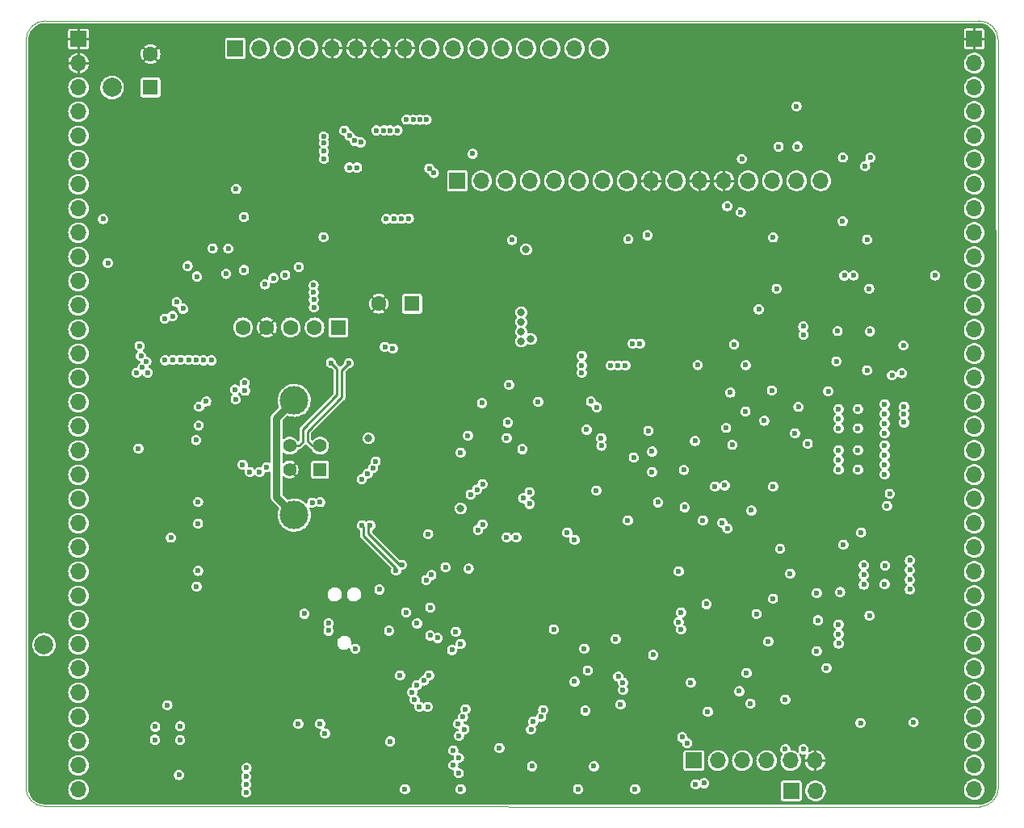
<source format=gbr>
G04 #@! TF.GenerationSoftware,KiCad,Pcbnew,(6.0.1)*
G04 #@! TF.CreationDate,2022-12-03T00:01:53+00:00*
G04 #@! TF.ProjectId,polygonus-Shortage-Version,706f6c79-676f-46e7-9573-2d53686f7274,rev?*
G04 #@! TF.SameCoordinates,Original*
G04 #@! TF.FileFunction,Copper,L2,Inr*
G04 #@! TF.FilePolarity,Positive*
%FSLAX46Y46*%
G04 Gerber Fmt 4.6, Leading zero omitted, Abs format (unit mm)*
G04 Created by KiCad (PCBNEW (6.0.1)) date 2022-12-03 00:01:53*
%MOMM*%
%LPD*%
G01*
G04 APERTURE LIST*
G04 #@! TA.AperFunction,Profile*
%ADD10C,0.050000*%
G04 #@! TD*
G04 #@! TA.AperFunction,ComponentPad*
%ADD11R,1.600000X1.600000*%
G04 #@! TD*
G04 #@! TA.AperFunction,ComponentPad*
%ADD12C,1.600000*%
G04 #@! TD*
G04 #@! TA.AperFunction,ComponentPad*
%ADD13R,1.700000X1.700000*%
G04 #@! TD*
G04 #@! TA.AperFunction,ComponentPad*
%ADD14O,1.700000X1.700000*%
G04 #@! TD*
G04 #@! TA.AperFunction,ComponentPad*
%ADD15R,1.400000X1.400000*%
G04 #@! TD*
G04 #@! TA.AperFunction,ComponentPad*
%ADD16C,1.400000*%
G04 #@! TD*
G04 #@! TA.AperFunction,ComponentPad*
%ADD17C,3.000000*%
G04 #@! TD*
G04 #@! TA.AperFunction,ViaPad*
%ADD18C,0.599440*%
G04 #@! TD*
G04 #@! TA.AperFunction,ViaPad*
%ADD19C,0.800000*%
G04 #@! TD*
G04 #@! TA.AperFunction,ViaPad*
%ADD20C,0.600000*%
G04 #@! TD*
G04 #@! TA.AperFunction,ViaPad*
%ADD21C,2.000000*%
G04 #@! TD*
G04 #@! TA.AperFunction,Conductor*
%ADD22C,0.254000*%
G04 #@! TD*
G04 #@! TA.AperFunction,Conductor*
%ADD23C,0.762000*%
G04 #@! TD*
G04 APERTURE END LIST*
D10*
X27598758Y70480030D02*
X27566743Y-7944264D01*
X29598758Y72480030D02*
G75*
G03*
X27598758Y70480030I-1J-1999999D01*
G01*
X127511245Y72474911D02*
X29598758Y72480030D01*
X29566743Y-9944264D02*
X127539293Y-9975264D01*
X127539293Y-9975264D02*
G75*
G03*
X129539293Y-7975264I1J1999999D01*
G01*
X129539293Y-7975264D02*
X129511245Y70474911D01*
X27566743Y-7944264D02*
G75*
G03*
X29566743Y-9944264I1999999J-1D01*
G01*
X129511245Y70474911D02*
G75*
G03*
X127511245Y72474911I-1999999J1D01*
G01*
D11*
G04 #@! TO.N,Net-(D1503-Pad2)*
G04 #@! TO.C,J1504*
X60334209Y40322147D03*
D12*
G04 #@! TO.N,/USB_D-*
X57834209Y40322147D03*
G04 #@! TO.N,/USB_D+*
X55334209Y40322147D03*
G04 #@! TO.N,GND*
X52834209Y40322147D03*
G04 #@! TO.N,/USB_SHIELD*
X50334209Y40322147D03*
G04 #@! TD*
D13*
G04 #@! TO.N,+3V3*
G04 #@! TO.C,J1505*
X97605501Y-5126837D03*
D14*
G04 #@! TO.N,/mcu/AUX_SPI_CS*
X100145501Y-5126837D03*
G04 #@! TO.N,/mcu/AUX_SPI_SCK*
X102685501Y-5126837D03*
G04 #@! TO.N,/mcu/AUX_SPI_MISO*
X105225501Y-5126837D03*
G04 #@! TO.N,/mcu/AUX_SPI_MOSI*
X107765501Y-5126837D03*
G04 #@! TO.N,GND*
X110305501Y-5126837D03*
G04 #@! TD*
D13*
G04 #@! TO.N,/mcu/UART_TX*
G04 #@! TO.C,J2*
X107812339Y-8296983D03*
D14*
G04 #@! TO.N,/mcu/UART_RX*
X110352339Y-8296983D03*
G04 #@! TD*
D15*
G04 #@! TO.N,Net-(D1503-Pad2)*
G04 #@! TO.C,J1501*
X58420000Y25400000D03*
D16*
G04 #@! TO.N,/USB_D-*
X58420000Y27900000D03*
G04 #@! TO.N,/USB_D+*
X55220000Y27900000D03*
G04 #@! TO.N,GND*
X55220000Y25400000D03*
D17*
G04 #@! TO.N,/USB_SHIELD*
X55710000Y20630000D03*
X55710000Y32670000D03*
G04 #@! TD*
D11*
G04 #@! TO.N,Net-(C1001-Pad1)*
G04 #@! TO.C,C1001*
X68072000Y42799000D03*
D12*
G04 #@! TO.N,GND*
X64572000Y42799000D03*
G04 #@! TD*
D11*
G04 #@! TO.N,/12V_MR*
G04 #@! TO.C,C17*
X40640000Y65494972D03*
D12*
G04 #@! TO.N,GND*
X40640000Y68994972D03*
G04 #@! TD*
D13*
G04 #@! TO.N,GND*
G04 #@! TO.C,J5*
X33087317Y70582684D03*
D14*
X33087317Y68042684D03*
G04 #@! TO.N,/12V_MR*
X33087317Y65502684D03*
G04 #@! TO.N,/LS1*
X33087317Y62962684D03*
G04 #@! TO.N,/LS2*
X33087317Y60422684D03*
G04 #@! TO.N,/LS3*
X33087317Y57882684D03*
G04 #@! TO.N,/LS4*
X33087317Y55342684D03*
G04 #@! TO.N,/LS5*
X33087317Y52802684D03*
G04 #@! TO.N,/LS6*
X33087317Y50262684D03*
G04 #@! TO.N,/LS7*
X33087317Y47722684D03*
G04 #@! TO.N,/LS8*
X33087317Y45182684D03*
G04 #@! TO.N,/IGN12*
X33087317Y42642684D03*
G04 #@! TO.N,/IGN11*
X33087317Y40102684D03*
G04 #@! TO.N,/IGN10*
X33087317Y37562684D03*
G04 #@! TO.N,/IGN9*
X33087317Y35022684D03*
G04 #@! TO.N,/IGN8*
X33087317Y32482684D03*
G04 #@! TO.N,/IGN7*
X33087317Y29942684D03*
G04 #@! TO.N,/IGN6*
X33087317Y27402684D03*
G04 #@! TO.N,/IGN5*
X33087317Y24862684D03*
G04 #@! TO.N,/IGN4*
X33087317Y22322684D03*
G04 #@! TO.N,/IGN3*
X33087317Y19782684D03*
G04 #@! TO.N,/IGN2*
X33087317Y17242684D03*
G04 #@! TO.N,/IGN1*
X33087317Y14702684D03*
G04 #@! TO.N,/LS9*
X33087317Y12162684D03*
G04 #@! TO.N,/LS10*
X33087317Y9622684D03*
G04 #@! TO.N,/LS11*
X33087317Y7082684D03*
G04 #@! TO.N,/LS12*
X33087317Y4542684D03*
G04 #@! TO.N,/LS13*
X33087317Y2002684D03*
G04 #@! TO.N,/LS14*
X33087317Y-537316D03*
G04 #@! TO.N,/LS15*
X33087317Y-3077316D03*
G04 #@! TO.N,/LS16*
X33087317Y-5617316D03*
G04 #@! TO.N,/12V_MR*
X33087317Y-8157316D03*
G04 #@! TD*
D13*
G04 #@! TO.N,+5V*
G04 #@! TO.C,J6*
X72806286Y55705029D03*
D14*
G04 #@! TO.N,+3V3*
X75346286Y55705029D03*
G04 #@! TO.N,/ETB1_PWM*
X77886286Y55705029D03*
G04 #@! TO.N,/ETB1_DIS*
X80426286Y55705029D03*
G04 #@! TO.N,/ETB1_DIR*
X82966286Y55705029D03*
G04 #@! TO.N,/ETB2_PWM*
X85506286Y55705029D03*
G04 #@! TO.N,/ETB2_DIS*
X88046286Y55705029D03*
G04 #@! TO.N,/ETB2_DIR*
X90586286Y55705029D03*
G04 #@! TO.N,GND*
X93126286Y55705029D03*
G04 #@! TO.N,/12V_RAW*
X95666286Y55705029D03*
G04 #@! TO.N,GND*
X98206286Y55705029D03*
X100746286Y55705029D03*
G04 #@! TO.N,/CAN+*
X103286286Y55705029D03*
G04 #@! TO.N,/CAN-*
X105826286Y55705029D03*
G04 #@! TO.N,/VR2+*
X108366286Y55705029D03*
G04 #@! TO.N,/VR1+*
X110906286Y55705029D03*
G04 #@! TD*
D13*
G04 #@! TO.N,GND*
G04 #@! TO.C,J3*
X127000000Y70587779D03*
D14*
G04 #@! TO.N,Net-(F101-Pad1)*
X127000000Y68047779D03*
G04 #@! TO.N,Net-(F102-Pad2)*
X127000000Y65507779D03*
G04 #@! TO.N,/5V_SENSOR_2*
X127000000Y62967779D03*
X127000000Y60427779D03*
X127000000Y57887779D03*
G04 #@! TO.N,/5V_SENSOR_1*
X127000000Y55347779D03*
X127000000Y52807779D03*
X127000000Y50267779D03*
G04 #@! TO.N,/DIGITAL_6*
X127000000Y47727779D03*
G04 #@! TO.N,/DIGITAL_5*
X127000000Y45187779D03*
G04 #@! TO.N,/DIGITAL_4*
X127000000Y42647779D03*
G04 #@! TO.N,/DIGITAL_3*
X127000000Y40107779D03*
G04 #@! TO.N,/DIGITAL_2*
X127000000Y37567779D03*
G04 #@! TO.N,/DIGITAL_1*
X127000000Y35027779D03*
G04 #@! TO.N,/AT4*
X127000000Y32487779D03*
G04 #@! TO.N,/AT3*
X127000000Y29947779D03*
G04 #@! TO.N,/AT2*
X127000000Y27407779D03*
G04 #@! TO.N,/AT1*
X127000000Y24867779D03*
G04 #@! TO.N,/AV11*
X127000000Y22327779D03*
G04 #@! TO.N,/AV10*
X127000000Y19787779D03*
G04 #@! TO.N,/AV9*
X127000000Y17247779D03*
G04 #@! TO.N,/AV8*
X127000000Y14707779D03*
G04 #@! TO.N,/AV7*
X127000000Y12167779D03*
G04 #@! TO.N,/AV6*
X127000000Y9627779D03*
G04 #@! TO.N,/AV5*
X127000000Y7087779D03*
G04 #@! TO.N,/AV4*
X127000000Y4547779D03*
G04 #@! TO.N,/AV3*
X127000000Y2007779D03*
G04 #@! TO.N,/AV2*
X127000000Y-532221D03*
G04 #@! TO.N,/AV1*
X127000000Y-3072221D03*
G04 #@! TO.N,/KNOCK_1*
X127000000Y-5612221D03*
G04 #@! TO.N,/KNOCK_2*
X127000000Y-8152221D03*
G04 #@! TD*
D13*
G04 #@! TO.N,/HS1*
G04 #@! TO.C,J7*
X49530000Y69596912D03*
D14*
G04 #@! TO.N,/HS2*
X52070000Y69596912D03*
G04 #@! TO.N,/HS3*
X54610000Y69596912D03*
G04 #@! TO.N,/HS4*
X57150000Y69596912D03*
G04 #@! TO.N,GND*
X59690000Y69596912D03*
X62230000Y69596912D03*
X64770000Y69596912D03*
X67310000Y69596912D03*
G04 #@! TO.N,/CAN2+*
X69850000Y69596912D03*
G04 #@! TO.N,/CAN2-*
X72390000Y69596912D03*
G04 #@! TO.N,/RSVD*
X74930000Y69596912D03*
X77470000Y69596912D03*
G04 #@! TO.N,/Perm_Live*
X80010000Y69596912D03*
G04 #@! TO.N,/RSVD*
X82550000Y69596912D03*
X85090000Y69596912D03*
X87630000Y69596912D03*
G04 #@! TD*
D18*
G04 #@! TO.N,GND*
X58167372Y13165736D03*
X55567439Y58675731D03*
X121303411Y41468896D03*
X100029902Y35001739D03*
X110459879Y30955845D03*
X71233658Y6453370D03*
X56704333Y-2268379D03*
X62569182Y28389651D03*
X108271698Y6123906D03*
X99441709Y20929579D03*
X112316193Y-261610D03*
X69294725Y10069034D03*
X60495895Y36582924D03*
X105233960Y41478229D03*
X120056983Y47545114D03*
X71373727Y57039180D03*
X110977787Y41428684D03*
X109822260Y34526140D03*
X40966649Y-3949433D03*
X102645826Y38382868D03*
X38377041Y56267596D03*
X124574932Y26453219D03*
X104661527Y4685199D03*
X78313781Y36122084D03*
X125566836Y-6091932D03*
X79977662Y-4066557D03*
X78299574Y37699092D03*
X99520273Y-8284319D03*
X81254688Y34516661D03*
X98276090Y-9308916D03*
X43926779Y41297948D03*
X123583029Y6320263D03*
X69996981Y37087963D03*
X43970995Y71678189D03*
X60258269Y68197696D03*
X89757670Y-421288D03*
X78796829Y57152448D03*
X103014055Y35425959D03*
X127564047Y15984618D03*
X121464002Y15625478D03*
X88769031Y20533109D03*
X115084099Y-3766454D03*
X41626670Y34033452D03*
X75336587Y-5710376D03*
X127617663Y717349D03*
X97589546Y50970487D03*
X78285366Y36846655D03*
X61661730Y14323851D03*
X110443136Y48564559D03*
X115758736Y48563826D03*
X91755741Y29894019D03*
X98496291Y10432895D03*
X80875092Y64312918D03*
X78299574Y38537322D03*
X73409004Y25556280D03*
X45731103Y31125534D03*
X102560012Y40356356D03*
X49547130Y68129472D03*
X115220414Y6663840D03*
X77934920Y64058819D03*
X64625790Y36149780D03*
X123140694Y2875409D03*
X105565970Y31582114D03*
X86634674Y64350804D03*
X43654317Y-7847412D03*
X102362507Y32123344D03*
X85599791Y-3344541D03*
X87324941Y1293725D03*
X85212313Y34393370D03*
X47017826Y51893155D03*
X127577451Y38838607D03*
X108553567Y52840951D03*
X71909446Y41864255D03*
X69100325Y29076538D03*
X118557881Y18745095D03*
X125006115Y10508966D03*
X68794465Y34635117D03*
X42903631Y16912258D03*
X72113168Y9935836D03*
X77129668Y54275640D03*
X53522901Y2562207D03*
X124692035Y59518828D03*
X69114436Y12808291D03*
X75596356Y2988952D03*
X61520259Y30431893D03*
X66202486Y21811764D03*
X107074273Y53296616D03*
X63590837Y9744741D03*
X83457814Y1474184D03*
X121169112Y18976503D03*
X41588784Y28663100D03*
X87723899Y53613041D03*
X84338750Y10941899D03*
X110457343Y49559069D03*
X79716283Y-6727271D03*
X114284285Y5264678D03*
X119632520Y28578928D03*
X64827005Y7805346D03*
X87057957Y16643461D03*
X49449043Y26803461D03*
X45457954Y27393808D03*
X110564895Y18603874D03*
X109919106Y36457180D03*
X115006453Y23695654D03*
X45956109Y21072036D03*
X114255319Y28520844D03*
X93892950Y-4121530D03*
X56639192Y41498643D03*
X52368522Y49261665D03*
X29065218Y70898360D03*
X127557345Y-1822727D03*
X115211478Y7995314D03*
X110910766Y38412762D03*
X109823202Y18577066D03*
X109876684Y24062863D03*
X106167221Y-8615692D03*
X117739563Y14346393D03*
X88631827Y44339180D03*
X79659921Y23616434D03*
X110402546Y4996057D03*
X125035354Y21970566D03*
X112986239Y52954609D03*
X74842121Y9877358D03*
X112135929Y-5877467D03*
X127577451Y5797503D03*
X99983473Y2315786D03*
X108553184Y7602825D03*
X127590855Y26131521D03*
X40133194Y49929334D03*
X120138176Y11815943D03*
X99528989Y30144743D03*
X125459566Y-8503660D03*
X123668678Y42881964D03*
X43070591Y63910292D03*
X102141592Y34176556D03*
X125044076Y28289581D03*
X103624944Y7562613D03*
X48665569Y674366D03*
X124692035Y61448587D03*
X79725038Y60315936D03*
X107766192Y12191258D03*
X43994912Y60784567D03*
X117845153Y38385954D03*
X95275729Y5303401D03*
X47532279Y-5207464D03*
X81238815Y31647351D03*
X85517034Y66491368D03*
X94317871Y41148358D03*
X119065848Y8250453D03*
X75436393Y42583294D03*
X107447193Y63528414D03*
X84656436Y-5831192D03*
X115107555Y9426580D03*
X115813488Y47015966D03*
X81268896Y36008426D03*
X107121874Y41442088D03*
X81034769Y18046922D03*
X34623884Y42591925D03*
X115362442Y-6579765D03*
X52631671Y52039349D03*
X117704641Y-2001678D03*
X83243869Y63299465D03*
X59993904Y44392354D03*
X91996346Y-7132984D03*
X113127832Y46988299D03*
X71829277Y31727521D03*
X96864367Y36320208D03*
X63192473Y-4081778D03*
X77537116Y61727193D03*
X41209681Y8481119D03*
X50394464Y-4993366D03*
X114144059Y16574154D03*
X124311931Y40659817D03*
X54269043Y38940377D03*
X64825491Y-3988419D03*
X103990982Y23993714D03*
X81254688Y36775619D03*
X81219323Y26579297D03*
X102572302Y61095382D03*
X102437653Y15941730D03*
X73759450Y33031103D03*
X104998320Y53764437D03*
X47846883Y31784424D03*
X91426595Y-4081317D03*
X63577970Y62116556D03*
X90060429Y25483942D03*
X125824801Y16064333D03*
X81141030Y43069445D03*
X45624736Y-1664735D03*
X42847052Y31588249D03*
X77589210Y42969994D03*
X78724905Y269746D03*
X89002554Y52313075D03*
X101747752Y8129816D03*
X94150734Y46250071D03*
X34133897Y849798D03*
X125446199Y47309998D03*
X77194118Y20156512D03*
X122674560Y50542523D03*
X114306471Y41415280D03*
X125598437Y49548405D03*
X127577451Y13424435D03*
X40159184Y47344376D03*
X116148578Y16632313D03*
X62395424Y60739084D03*
X110591532Y1516666D03*
X77953643Y-5701857D03*
X66932217Y-3378063D03*
X44505491Y45590049D03*
X122465790Y36398703D03*
X127564047Y36305232D03*
X35588763Y61626369D03*
X120181717Y23958803D03*
X111097779Y-3119327D03*
X93855822Y51668366D03*
X127564047Y43918761D03*
X123637965Y324350D03*
X33898087Y26297905D03*
X75408678Y65869290D03*
X62709158Y7653433D03*
X67927774Y31028360D03*
X104723462Y20555416D03*
X34687534Y18491152D03*
X121604258Y33008085D03*
X107906281Y25403273D03*
X107547517Y35190166D03*
X74954570Y15059274D03*
X82008770Y21793884D03*
X76473520Y11029616D03*
X82234991Y37699092D03*
X35332687Y-4793285D03*
X29224931Y-9095458D03*
X39816457Y15526783D03*
X128054495Y49226778D03*
X114324343Y38368081D03*
X127617663Y21051367D03*
X40829430Y11712019D03*
X120753072Y2026697D03*
X121451777Y27766821D03*
X34764392Y5477803D03*
X78299574Y35354891D03*
X95272478Y37566154D03*
X38285803Y-8184983D03*
X55106599Y35095895D03*
X94951873Y12392319D03*
X74769800Y57633863D03*
X108510120Y-2466123D03*
X95099271Y43748291D03*
X121961133Y21373066D03*
X78299574Y39290308D03*
X106350129Y61414633D03*
X121303411Y38385954D03*
X34620585Y45372908D03*
X114277659Y-2059763D03*
X81288007Y-7037382D03*
X104281126Y-556039D03*
X97585590Y30271030D03*
X71052101Y67214274D03*
X127674391Y46507572D03*
X48580822Y-7104694D03*
X94032504Y10998178D03*
X57911641Y46329603D03*
X88923533Y41146081D03*
X122323695Y59021768D03*
X82374857Y53911394D03*
X120942422Y-2030490D03*
X41607727Y32593781D03*
X112972354Y14453863D03*
X99578750Y-1461938D03*
X57490331Y68139219D03*
X46810857Y-9279148D03*
X64526440Y3279675D03*
X52028028Y27690995D03*
X95113479Y41205187D03*
X59694003Y7579787D03*
X73493755Y14216084D03*
X38398360Y17961405D03*
X96665269Y46337787D03*
X36057254Y710364D03*
X95127686Y42824817D03*
X38378867Y21567521D03*
X124749186Y13089333D03*
X119671862Y34293511D03*
X90025944Y34038865D03*
X73202103Y16535729D03*
X116358220Y11708710D03*
X53780455Y5918478D03*
X92200208Y11797371D03*
X37903800Y9514847D03*
X107454837Y59266499D03*
X62565667Y11120286D03*
X57001478Y0D03*
X38242420Y32112973D03*
X66620704Y37023833D03*
X127564047Y10891060D03*
X125276811Y31566557D03*
X51443253Y13733103D03*
X103674575Y25990529D03*
X105433879Y36506294D03*
X104482188Y1441170D03*
X39864697Y-1372348D03*
X34746012Y14368484D03*
X47310214Y33677397D03*
X43283960Y-4209334D03*
X98845907Y46132491D03*
X91779664Y32511641D03*
X125335288Y30280051D03*
X55766341Y26636033D03*
X42837306Y23352660D03*
X102586509Y62629768D03*
X107672364Y10395109D03*
X103925582Y-6218113D03*
X68508327Y58325686D03*
X81968171Y-4730060D03*
X71691255Y49792361D03*
X102950753Y24810968D03*
X107008861Y-2064000D03*
X98611193Y5422188D03*
X97634851Y7385505D03*
X110372099Y47484806D03*
X78916801Y25545229D03*
X95950076Y-1744392D03*
X52412531Y68129472D03*
X105996256Y47896817D03*
X38398360Y14257827D03*
X92292436Y19368112D03*
X115785074Y47783159D03*
X113397457Y34574054D03*
X51579075Y41542628D03*
X113170934Y61223247D03*
X102564480Y43408023D03*
X41367720Y779700D03*
X38628772Y5506218D03*
X46043825Y13889043D03*
X56632661Y60849017D03*
X88812283Y14772179D03*
X75745699Y54061223D03*
X94294353Y32355361D03*
X72191563Y48274044D03*
X72551750Y5509135D03*
X36053285Y57828626D03*
X73942641Y30450761D03*
X38342381Y25128354D03*
X49845391Y38808752D03*
X72967390Y67944294D03*
X80388044Y43069445D03*
X95070857Y42015002D03*
X41579312Y30396388D03*
X115026800Y30738324D03*
X97670058Y43277462D03*
X38944920Y69572716D03*
X122865910Y26312476D03*
X56344996Y64261157D03*
X122911406Y17757308D03*
X34687534Y30186662D03*
X91681273Y1307130D03*
X107848261Y15893534D03*
X122107314Y44558106D03*
X104856570Y51503260D03*
X88573833Y8071271D03*
X91338724Y28100849D03*
X54365231Y-2297618D03*
X119187598Y21648939D03*
X124150543Y57172862D03*
X67070937Y16617471D03*
X127604259Y33745049D03*
X69599820Y42824817D03*
X92119141Y25950235D03*
X45683214Y937515D03*
X108903096Y164112D03*
X92477501Y24060988D03*
X81240481Y35241232D03*
X74205790Y49012661D03*
X104214623Y14290731D03*
X75450601Y44188717D03*
X113164410Y21678178D03*
X49178487Y16788403D03*
X57080204Y31003450D03*
X116880034Y18124892D03*
X102820080Y18450972D03*
X89664931Y45606193D03*
X32246272Y-4346306D03*
X61108279Y49625692D03*
X127577451Y3264128D03*
X97767521Y39106063D03*
X91795285Y34079077D03*
X113800741Y-3925018D03*
X66198464Y52770318D03*
X76793602Y42955786D03*
X43761188Y52154588D03*
X104090851Y33705766D03*
X78356403Y42998408D03*
X34629057Y22555341D03*
X122914509Y53365311D03*
X118824574Y2902217D03*
X40117475Y42858373D03*
X80815328Y47321535D03*
X89816148Y-4378269D03*
X83527853Y37557019D03*
X59882888Y59758386D03*
X101333077Y-6296083D03*
X119588608Y-5850658D03*
X74994612Y61823643D03*
X98061624Y11949984D03*
X47393194Y8955806D03*
X117845153Y41442088D03*
X113185141Y49587484D03*
X112275875Y56747954D03*
X36491309Y36629922D03*
X127604259Y23611550D03*
X65182329Y27244242D03*
X63113037Y52525645D03*
X120715000Y52556805D03*
X75450601Y43421523D03*
X113213556Y62771841D03*
X127577451Y18544801D03*
X48293012Y60784567D03*
X97243437Y21988503D03*
X127590855Y8357686D03*
X103794128Y63979460D03*
X85351282Y27826341D03*
X104660772Y56747954D03*
X43970995Y67194518D03*
X71576737Y-3357957D03*
X30972139Y-1557996D03*
X55073259Y68100234D03*
X119509225Y-3554885D03*
X79449277Y53866297D03*
X41887137Y14174453D03*
X46579245Y54963226D03*
X83577579Y39950946D03*
X54771832Y26636033D03*
X71271541Y64825491D03*
X47529030Y28703981D03*
X105725391Y18332812D03*
X36766961Y11656525D03*
X120969583Y-8502483D03*
X59984433Y42839025D03*
X111705920Y36307737D03*
X107927249Y21183819D03*
X87783566Y6640011D03*
X85081344Y53826151D03*
X107130810Y38403826D03*
X37438503Y-5684268D03*
X73958352Y37293288D03*
D19*
G04 #@! TO.N,+5V*
X79502000Y39878000D03*
X79502000Y40894000D03*
X79502000Y41910000D03*
X80518000Y39116000D03*
D18*
X102362000Y2159000D03*
X118374808Y35299690D03*
D19*
X79502000Y38862000D03*
D18*
X91948000Y38608000D03*
X115987248Y44384467D03*
X73914000Y28956000D03*
X78537733Y49493666D03*
X117856000Y21590000D03*
X103013061Y31497236D03*
X115555509Y57252300D03*
D19*
X63500000Y28702000D03*
D18*
X103632000Y21124620D03*
X103045029Y36371089D03*
X39192447Y35560000D03*
X112776000Y30734000D03*
X39371411Y27622147D03*
X42772231Y18277683D03*
X115415414Y14354291D03*
X112776000Y8128000D03*
X106281725Y44384466D03*
X78105000Y30353000D03*
X91186000Y38608000D03*
X105786536Y33718190D03*
X108364103Y63519212D03*
X108459295Y59298640D03*
X110490000Y12446000D03*
X112776000Y26416000D03*
X105918000Y23622000D03*
X107188000Y1270000D03*
X107696000Y14478000D03*
X97716099Y28413661D03*
G04 #@! TO.N,+3V3*
X88900000Y36322000D03*
X89662000Y36322000D03*
X90424000Y36322000D03*
X103124000Y4064000D03*
X58928000Y-2286000D03*
X77216000Y-3810000D03*
X67310000Y-8128000D03*
X73152000Y27178000D03*
D20*
X99060000Y0D03*
X120642680Y-1102660D03*
D18*
X56769000Y10287000D03*
X92837000Y29464000D03*
X85852000Y36322000D03*
X64643000Y12827000D03*
X93218000Y25146000D03*
X87122000Y-5715000D03*
X73983855Y15023377D03*
X85852000Y35560000D03*
D20*
X87376000Y23216434D03*
D19*
X73152000Y21336000D03*
D18*
X62103000Y6604000D03*
D20*
X93343667Y5967667D03*
D18*
X66802000Y3810000D03*
D20*
X103533698Y860302D03*
X96012000Y14732000D03*
X89916000Y762000D03*
X90678000Y20066000D03*
D18*
X79629000Y27559000D03*
D20*
X115074146Y-1176828D03*
D18*
X69748400Y18643600D03*
X73660000Y254000D03*
D20*
X86360000Y29591000D03*
D18*
X90726273Y49593153D03*
X85852000Y37338000D03*
G04 #@! TO.N,/mcu/AV4*
X97282000Y3048000D03*
X105410000Y7366000D03*
G04 #@! TO.N,/mcu/AV2*
X89408000Y7620000D03*
X111506000Y4572000D03*
G04 #@! TO.N,/mcu/AV5*
X96266000Y8636000D03*
X105894633Y11862275D03*
G04 #@! TO.N,/mcu/AV6*
X96012000Y9398000D03*
X112939557Y12565968D03*
G04 #@! TO.N,/mcu/AV9*
X101115632Y19232880D03*
X115137439Y18811658D03*
G04 #@! TO.N,/mcu/AV10*
X100584000Y19812000D03*
X118150241Y22871219D03*
G04 #@! TO.N,/5V_SENSOR_1*
X116122964Y58146824D03*
X113221818Y58146824D03*
X102642191Y57990475D03*
G04 #@! TO.N,/5V_SENSOR_2*
X113206146Y51458098D03*
G04 #@! TO.N,/mcu/nRESET*
X82931000Y8636000D03*
X65659000Y8509000D03*
X72644000Y8382000D03*
G04 #@! TO.N,/mcu/SWDIO*
X69977000Y10922000D03*
X59309000Y8509000D03*
G04 #@! TO.N,/mcu/SWCLK*
X59309000Y9271000D03*
X67437000Y10414000D03*
X68580000Y9271000D03*
G04 #@! TO.N,/mcu/5V_SENSOR_1_PG*
X98679000Y-7493000D03*
X115769916Y49534146D03*
G04 #@! TO.N,/mcu/5V_SENSOR_2_PG*
X97790000Y-7620000D03*
X105915182Y49774709D03*
G04 #@! TO.N,/mcu/AT2*
X99822000Y23622000D03*
X109535875Y28132125D03*
G04 #@! TO.N,/mcu/AT1*
X100838000Y23749000D03*
X108204000Y29210000D03*
G04 #@! TO.N,/mcu/AT3*
X104985486Y30534020D03*
X96647000Y21463000D03*
G04 #@! TO.N,Net-(RN201-Pad7)*
X48559934Y45941964D03*
X49617453Y54854443D03*
G04 #@! TO.N,Net-(RN201-Pad8)*
X45506107Y45669069D03*
G04 #@! TO.N,Net-(RN201-Pad6)*
X44530956Y46766623D03*
X35655362Y51693175D03*
G04 #@! TO.N,Net-(RN201-Pad5)*
X50430364Y51901206D03*
X50431216Y46343577D03*
G04 #@! TO.N,Net-(RN301-Pad7)*
X44046334Y42287675D03*
X48786297Y48591372D03*
G04 #@! TO.N,Net-(RN301-Pad8)*
X47155424Y48610865D03*
X43386296Y42972079D03*
G04 #@! TO.N,Net-(RN301-Pad6)*
X36162693Y47092023D03*
X42127404Y41244268D03*
G04 #@! TO.N,Net-(RN301-Pad5)*
X42946089Y41517163D03*
G04 #@! TO.N,Net-(RN501-Pad6)*
X43737735Y-1508470D03*
X43737735Y-2950917D03*
G04 #@! TO.N,Net-(RN501-Pad8)*
X41106246Y-2931424D03*
X41125738Y-1566948D03*
G04 #@! TO.N,Net-(RN501-Pad7)*
X43620780Y-6635003D03*
G04 #@! TO.N,/mcu/12V_DIVIDED*
X98005596Y36383413D03*
X98552000Y20066000D03*
G04 #@! TO.N,/ETB2_DIR*
X80384597Y21799359D03*
G04 #@! TO.N,/ETB2_DIS*
X79696825Y22402349D03*
G04 #@! TO.N,Net-(C1205-Pad1)*
X112545465Y36752301D03*
X115757378Y35819548D03*
G04 #@! TO.N,Net-(C1404-Pad1)*
X111683129Y33637718D03*
X119416706Y35523294D03*
G04 #@! TO.N,Net-(C1408-Pad1)*
X101822312Y38537988D03*
X101426906Y33491722D03*
G04 #@! TO.N,/lowside_quad1/IN1*
X47033545Y36867492D03*
X57767425Y42432262D03*
X69850000Y3810000D03*
G04 #@! TO.N,/lowside_quad1/IN3*
X57741435Y43991663D03*
X45410549Y36900967D03*
X68580000Y2794000D03*
G04 #@! TO.N,/lowside_quad1/IN2*
X46195367Y36867492D03*
X69318368Y3278368D03*
X57751281Y43226532D03*
G04 #@! TO.N,/lowside_quad1/IN4*
X44627265Y36935976D03*
X68072000Y2032000D03*
X57741435Y44743006D03*
G04 #@! TO.N,/lowside_quad2/IN1*
X43795982Y36922987D03*
X68326000Y1270000D03*
X52632296Y44843361D03*
G04 #@! TO.N,/lowside_quad2/IN3*
X42160416Y36867492D03*
X69690732Y522928D03*
X54754617Y45821399D03*
G04 #@! TO.N,/lowside_quad2/IN2*
X42978352Y36923651D03*
X53522979Y45499792D03*
X68834000Y508000D03*
G04 #@! TO.N,/lowside_quad2/IN4*
X73404241Y-530273D03*
X39495535Y38365348D03*
X56183708Y46663187D03*
G04 #@! TO.N,/ETB1_DIR*
X75461761Y23892379D03*
G04 #@! TO.N,/ETB1_DIS*
X74873478Y23309863D03*
G04 #@! TO.N,/lowside_quad4/IN4*
X72955612Y-6437561D03*
X50658042Y-8461418D03*
G04 #@! TO.N,/lowside_quad4/IN2*
X72966831Y-4833170D03*
X50672065Y-6778581D03*
G04 #@! TO.N,/lowside_quad4/IN3*
X50658042Y-7605976D03*
X72383416Y-5596097D03*
G04 #@! TO.N,/lowside_quad4/IN1*
X72373446Y-4053846D03*
X50700113Y-5881068D03*
G04 #@! TO.N,/highside_quad/IN1*
X69549119Y13814755D03*
X65361657Y51704856D03*
G04 #@! TO.N,/highside_quad/IN3*
X74959992Y19084316D03*
X66929721Y51713520D03*
G04 #@! TO.N,/highside_quad/IN2*
X66141357Y51713520D03*
X70080399Y14346034D03*
G04 #@! TO.N,/mcu/CAN_RX*
X77978000Y18288000D03*
X77978000Y28702000D03*
G04 #@! TO.N,/mcu/CAN_TX*
X81280000Y32512000D03*
X78994000Y18288000D03*
G04 #@! TO.N,/highside_quad/IN4*
X67718085Y51739510D03*
X75448080Y19655530D03*
G04 #@! TO.N,/ign1/IN4*
X58420000Y21996400D03*
X45629034Y22009351D03*
G04 #@! TO.N,/AT4*
X119634000Y32004000D03*
G04 #@! TO.N,/AT2*
X119634000Y30353000D03*
G04 #@! TO.N,/AT3*
X119634000Y31242000D03*
G04 #@! TO.N,/HS4*
X67468926Y62133324D03*
X68893870Y62113893D03*
X68183505Y62113893D03*
X69590026Y62113893D03*
G04 #@! TO.N,/HS2*
X61491876Y60437434D03*
X62671080Y59727069D03*
X74411460Y58548526D03*
X60960000Y60960000D03*
X62031752Y59897558D03*
G04 #@! TO.N,/HS3*
X64319126Y60991517D03*
X66533285Y60993012D03*
X65114733Y60991517D03*
X65739853Y60991517D03*
G04 #@! TO.N,/HS1*
X58781848Y49783760D03*
X58806700Y58806700D03*
X58802928Y60349759D03*
X58820907Y58019093D03*
X58820907Y59670240D03*
G04 #@! TO.N,/LS9*
X72898000Y-1270000D03*
G04 #@! TO.N,/LS10*
X73544636Y-1848620D03*
G04 #@! TO.N,/LS11*
X72972441Y-2523170D03*
G04 #@! TO.N,/LS12*
X65758308Y-3101790D03*
G04 #@! TO.N,/CAN+*
X101104719Y53048888D03*
X86820263Y32559737D03*
G04 #@! TO.N,/CAN-*
X102519195Y52405667D03*
X87423737Y31956263D03*
G04 #@! TO.N,/ign1/IN3*
X57607200Y21945600D03*
X45616039Y19735224D03*
G04 #@! TO.N,/ign1/IN1*
X70739000Y7747000D03*
X45473094Y13146753D03*
G04 #@! TO.N,/ign1/IN2*
X45635532Y14790622D03*
X69977000Y8001000D03*
G04 #@! TO.N,/ign2/IN2*
X51054000Y25146000D03*
X45686046Y30027800D03*
G04 #@! TO.N,/IGN9*
X62791247Y24402380D03*
X49563673Y32788620D03*
X40340065Y35585990D03*
G04 #@! TO.N,/IGN10*
X63415007Y24981000D03*
X39778699Y36128101D03*
X49494001Y33799700D03*
G04 #@! TO.N,/IGN11*
X40210115Y36743241D03*
X63970000Y25569998D03*
X50546597Y33682745D03*
G04 #@! TO.N,/IGN12*
X64241994Y26270379D03*
X39632556Y37321861D03*
X50507612Y34520923D03*
G04 #@! TO.N,/mcu/DIGITAL5*
X100984378Y29791843D03*
X96556268Y25363732D03*
G04 #@! TO.N,/mcu/DIGITAL2*
X108564934Y31994252D03*
X101638047Y28004875D03*
G04 #@! TO.N,/mcu/DIGITAL1*
X71571117Y15166354D03*
X93853000Y21971000D03*
G04 #@! TO.N,/DIGITAL_5*
X109074003Y40424324D03*
G04 #@! TO.N,/DIGITAL_6*
X104407659Y42222914D03*
G04 #@! TO.N,/DIGITAL_1*
X112668780Y39949999D03*
G04 #@! TO.N,/DIGITAL_2*
X119574428Y38434842D03*
G04 #@! TO.N,/DIGITAL_3*
X116068295Y39916341D03*
G04 #@! TO.N,/DIGITAL_4*
X109097311Y39546097D03*
G04 #@! TO.N,/ign2/IN1*
X45415189Y28505807D03*
X50292000Y25908000D03*
G04 #@! TO.N,/ign2/IN3*
X45725972Y32001465D03*
X52070000Y25146000D03*
G04 #@! TO.N,/ign2/IN4*
X46479683Y32560251D03*
X52832000Y25654000D03*
G04 #@! TO.N,/VR2+*
X106484663Y59294397D03*
D20*
G04 #@! TO.N,/USB_D+*
X62819000Y19558000D03*
X66382871Y14820871D03*
X59563561Y36605573D03*
G04 #@! TO.N,/USB_D-*
X66986741Y15424741D03*
X63673000Y19558000D03*
X61434842Y36579583D03*
D19*
G04 #@! TO.N,/12V_PROT*
X80010000Y48514000D03*
D18*
X113378122Y45763136D03*
X114347306Y45767306D03*
X122893861Y45773091D03*
G04 #@! TO.N,/mcu/LED1*
X73152000Y-8128000D03*
X80528446Y-1868228D03*
G04 #@! TO.N,/mcu/LED2*
X80772000Y-1016000D03*
X80645000Y-5715000D03*
G04 #@! TO.N,/mcu/LED3*
X85471000Y-8128000D03*
X81595234Y-531632D03*
G04 #@! TO.N,/mcu/LED4*
X91440000Y-8128000D03*
X81806421Y189940D03*
G04 #@! TO.N,Net-(C2-Pad1)*
X112784141Y7160860D03*
X110490000Y6350000D03*
G04 #@! TO.N,Net-(C4-Pad1)*
X112776000Y9144000D03*
X116009755Y10103902D03*
G04 #@! TO.N,Net-(C5-Pad1)*
X115415414Y13338291D03*
X120241414Y12830291D03*
G04 #@! TO.N,Net-(C6-Pad1)*
X120241414Y13846291D03*
X117603421Y13406829D03*
G04 #@! TO.N,Net-(C7-Pad1)*
X120241414Y14862291D03*
X117653909Y15325367D03*
G04 #@! TO.N,Net-(C8-Pad1)*
X120241414Y15878291D03*
X115415414Y15370291D03*
G04 #@! TO.N,Net-(C9-Pad1)*
X117602000Y24892000D03*
X112776000Y25400000D03*
G04 #@! TO.N,Net-(C10-Pad1)*
X117602000Y25908000D03*
X114808000Y25400000D03*
G04 #@! TO.N,Net-(C11-Pad1)*
X114808000Y27432000D03*
X117602000Y26924000D03*
G04 #@! TO.N,Net-(C12-Pad1)*
X112776000Y27432000D03*
X117602000Y27940000D03*
G04 #@! TO.N,Net-(C13-Pad1)*
X117602000Y29210000D03*
X112776000Y29718000D03*
G04 #@! TO.N,Net-(C14-Pad1)*
X114808000Y29718000D03*
X117602000Y30226000D03*
G04 #@! TO.N,Net-(C15-Pad1)*
X114808000Y31750000D03*
X117602000Y31242000D03*
G04 #@! TO.N,Net-(C16-Pad1)*
X112776000Y31750000D03*
X117602000Y32258000D03*
G04 #@! TO.N,Net-(R3-Pad2)*
X110616428Y9600149D03*
X104176441Y10265849D03*
G04 #@! TO.N,Net-(R11-Pad2)*
X113284000Y17526000D03*
X106646265Y17106795D03*
G04 #@! TO.N,/knock/FILTERED_1*
X86233000Y127000D03*
X96393000Y-2667000D03*
G04 #@! TO.N,/knock/FILTERED_2*
X96901000Y-3302000D03*
X85090000Y3175000D03*
G04 #@! TO.N,Net-(C902-Pad1)*
X78232000Y34290000D03*
X75398896Y32387595D03*
G04 #@! TO.N,/ETB2_PWM*
X80384597Y23032159D03*
G04 #@! TO.N,/ETB1_PWM*
X74211421Y22779564D03*
G04 #@! TO.N,/mcu/AUX_SPI_MOSI*
X89670990Y3691990D03*
G04 #@! TO.N,/mcu/AUX_SPI_MISO*
X90170000Y3048000D03*
G04 #@! TO.N,/mcu/AUX_SPI_SCK*
X90170000Y2286000D03*
G04 #@! TO.N,/mcu/AUX_SPI_CS*
X86487000Y4318000D03*
G04 #@! TO.N,/mcu/SD_MISO*
X56134000Y-1270000D03*
X58420000Y-1270000D03*
G04 #@! TO.N,/mcu/UART_RX*
X109093000Y-3937000D03*
X72263000Y6477000D03*
G04 #@! TO.N,/mcu/UART_TX*
X107188000Y-3937000D03*
X73152000Y7112000D03*
G04 #@! TO.N,/CAN2+*
X65207769Y38269387D03*
G04 #@! TO.N,/CAN2-*
X66040000Y38100000D03*
G04 #@! TO.N,/mcu/BARO_SCL*
X93218000Y27305000D03*
X91313000Y26670000D03*
G04 #@! TO.N,/12V_MR*
X42408471Y694183D03*
X62285491Y57101531D03*
X61482861Y57101531D03*
X69874578Y56997571D03*
D21*
X36610257Y65485240D03*
D18*
X70344941Y56527208D03*
D21*
X29466389Y7029251D03*
D18*
G04 #@! TO.N,/Keep_Alive/Keep_Alive*
X92748730Y49991774D03*
X98933000Y11303000D03*
G04 #@! TO.N,Net-(C30-Pad1)*
X86106000Y6604000D03*
X96266000Y10414000D03*
D20*
G04 #@! TO.N,/mcu/VR_2*
X87884000Y28702000D03*
X84328000Y18796000D03*
G04 #@! TO.N,/mcu/VR_1*
X85090000Y18034000D03*
X87912698Y27911302D03*
G04 #@! TD*
D22*
G04 #@! TO.N,/USB_D+*
X56590393Y29622328D02*
X60198000Y33229935D01*
X60198000Y33229935D02*
X60198000Y35971134D01*
X60198000Y35971134D02*
X59563561Y36605573D01*
X66382871Y14820871D02*
X66382871Y15065530D01*
X56186533Y27900000D02*
X56590393Y28303860D01*
X56590393Y28303860D02*
X56590393Y29622328D01*
X62992000Y18456401D02*
X62992000Y19385000D01*
X66382871Y15065530D02*
X62992000Y18456401D01*
X62992000Y19385000D02*
X62819000Y19558000D01*
X55220000Y27900000D02*
X56186533Y27900000D01*
G04 #@! TO.N,/USB_D-*
X57119241Y28396280D02*
X57119241Y29393548D01*
X57119241Y29393548D02*
X60706000Y32980307D01*
X58420000Y27900000D02*
X57615521Y27900000D01*
X60706000Y32980307D02*
X60706000Y35850741D01*
X57615521Y27900000D02*
X57119241Y28396280D01*
X63500000Y19385000D02*
X63673000Y19558000D01*
X60706000Y35850741D02*
X61434842Y36579583D01*
X66986741Y15424741D02*
X66742082Y15424741D01*
X63500000Y18666823D02*
X63500000Y19385000D01*
X66742082Y15424741D02*
X63500000Y18666823D01*
D23*
G04 #@! TO.N,/USB_SHIELD*
X53848000Y30848000D02*
X53848000Y22532000D01*
X55710000Y32710000D02*
X53848000Y30848000D01*
X53848000Y22532000D02*
X55710000Y20670000D01*
G04 #@! TD*
G04 #@! TA.AperFunction,Conductor*
G04 #@! TO.N,GND*
G36*
X78539080Y72248871D02*
G01*
X127478822Y72246313D01*
X127498429Y72244381D01*
X127511245Y72241832D01*
X127520964Y72243765D01*
X127530869Y72243765D01*
X127530869Y72243506D01*
X127541316Y72244160D01*
X127683935Y72233960D01*
X127756167Y72228794D01*
X127770374Y72226751D01*
X128003276Y72176086D01*
X128017048Y72172042D01*
X128240367Y72088748D01*
X128253423Y72082786D01*
X128388828Y72008850D01*
X128459562Y71970227D01*
X128462620Y71968557D01*
X128474695Y71960796D01*
X128665507Y71817956D01*
X128676355Y71808557D01*
X128844891Y71640021D01*
X128854290Y71629173D01*
X128997130Y71438361D01*
X129004891Y71426286D01*
X129119120Y71217089D01*
X129125082Y71204033D01*
X129208376Y70980714D01*
X129212420Y70966942D01*
X129263085Y70734040D01*
X129265128Y70719833D01*
X129265554Y70713872D01*
X129275368Y70576662D01*
X129280494Y70504984D01*
X129279840Y70494535D01*
X129280099Y70494535D01*
X129280099Y70484630D01*
X129278166Y70474911D01*
X129280725Y70462045D01*
X129282657Y70442469D01*
X129296765Y30982028D01*
X129310681Y-7942860D01*
X129308749Y-7962517D01*
X129308147Y-7965544D01*
X129306214Y-7975264D01*
X129308147Y-7984983D01*
X129308147Y-7994888D01*
X129307888Y-7994888D01*
X129308542Y-8005335D01*
X129299701Y-8128947D01*
X129293176Y-8220186D01*
X129291133Y-8234393D01*
X129240468Y-8467295D01*
X129236424Y-8481067D01*
X129153130Y-8704386D01*
X129147168Y-8717442D01*
X129032939Y-8926639D01*
X129025178Y-8938714D01*
X128882338Y-9129526D01*
X128872939Y-9140374D01*
X128704403Y-9308910D01*
X128693555Y-9318309D01*
X128502743Y-9461149D01*
X128490668Y-9468910D01*
X128281471Y-9583139D01*
X128268415Y-9589101D01*
X128045096Y-9672395D01*
X128031324Y-9676439D01*
X127798422Y-9727104D01*
X127784215Y-9729147D01*
X127711983Y-9734313D01*
X127569364Y-9744513D01*
X127558917Y-9743859D01*
X127558917Y-9744118D01*
X127549012Y-9744118D01*
X127539293Y-9742185D01*
X127526545Y-9744720D01*
X127506893Y-9746653D01*
X77001888Y-9730673D01*
X29599188Y-9715674D01*
X29579594Y-9713741D01*
X29576462Y-9713118D01*
X29576460Y-9713118D01*
X29566743Y-9711185D01*
X29557024Y-9713118D01*
X29547119Y-9713118D01*
X29547119Y-9712859D01*
X29536672Y-9713513D01*
X29394053Y-9703313D01*
X29321821Y-9698147D01*
X29307614Y-9696104D01*
X29074712Y-9645439D01*
X29060940Y-9641395D01*
X28837621Y-9558101D01*
X28824565Y-9552139D01*
X28672141Y-9468910D01*
X28615366Y-9437909D01*
X28603293Y-9430149D01*
X28412481Y-9287309D01*
X28401633Y-9277910D01*
X28233097Y-9109374D01*
X28223698Y-9098526D01*
X28080858Y-8907714D01*
X28073097Y-8895639D01*
X27958868Y-8686442D01*
X27952906Y-8673386D01*
X27869612Y-8450067D01*
X27865568Y-8436295D01*
X27814903Y-8203393D01*
X27812860Y-8189186D01*
X27808552Y-8128947D01*
X32003965Y-8128947D01*
X32016936Y-8326848D01*
X32018069Y-8331309D01*
X32052606Y-8467295D01*
X32065755Y-8519070D01*
X32148785Y-8699177D01*
X32263248Y-8861138D01*
X32322161Y-8918529D01*
X32402006Y-8996311D01*
X32402010Y-8996314D01*
X32405308Y-8999527D01*
X32409141Y-9002088D01*
X32409142Y-9002089D01*
X32566374Y-9107148D01*
X32566378Y-9107150D01*
X32570209Y-9109710D01*
X32574446Y-9111530D01*
X32574449Y-9111532D01*
X32748189Y-9186177D01*
X32748191Y-9186178D01*
X32752428Y-9187998D01*
X32825440Y-9204519D01*
X32941363Y-9230750D01*
X32941366Y-9230750D01*
X32945863Y-9231768D01*
X33062948Y-9236368D01*
X33139426Y-9239373D01*
X33139427Y-9239373D01*
X33144035Y-9239554D01*
X33148592Y-9238893D01*
X33148597Y-9238893D01*
X33242171Y-9225325D01*
X33340307Y-9211096D01*
X33462711Y-9169545D01*
X106733239Y-9169545D01*
X106734204Y-9174396D01*
X106734204Y-9174397D01*
X106741636Y-9211757D01*
X106746532Y-9236373D01*
X106752035Y-9244610D01*
X106752036Y-9244611D01*
X106789115Y-9300104D01*
X106797167Y-9312155D01*
X106805406Y-9317660D01*
X106864711Y-9357286D01*
X106864712Y-9357287D01*
X106872949Y-9362790D01*
X106882665Y-9364723D01*
X106882666Y-9364723D01*
X106934925Y-9375118D01*
X106934926Y-9375118D01*
X106939777Y-9376083D01*
X108684901Y-9376083D01*
X108689752Y-9375118D01*
X108689753Y-9375118D01*
X108742012Y-9364723D01*
X108742013Y-9364723D01*
X108751729Y-9362790D01*
X108759966Y-9357287D01*
X108759967Y-9357286D01*
X108819272Y-9317660D01*
X108827511Y-9312155D01*
X108835563Y-9300104D01*
X108872642Y-9244611D01*
X108872643Y-9244610D01*
X108878146Y-9236373D01*
X108883043Y-9211757D01*
X108890474Y-9174397D01*
X108890474Y-9174396D01*
X108891439Y-9169545D01*
X108891439Y-8268614D01*
X109268987Y-8268614D01*
X109281958Y-8466515D01*
X109283091Y-8470976D01*
X109317272Y-8605560D01*
X109330777Y-8658737D01*
X109413807Y-8838844D01*
X109528270Y-9000805D01*
X109588779Y-9059750D01*
X109667028Y-9135978D01*
X109667032Y-9135981D01*
X109670330Y-9139194D01*
X109674163Y-9141755D01*
X109674164Y-9141756D01*
X109831396Y-9246815D01*
X109831400Y-9246817D01*
X109835231Y-9249377D01*
X109839468Y-9251197D01*
X109839471Y-9251199D01*
X110013211Y-9325844D01*
X110013213Y-9325845D01*
X110017450Y-9327665D01*
X110112979Y-9349281D01*
X110206385Y-9370417D01*
X110206388Y-9370417D01*
X110210885Y-9371435D01*
X110327970Y-9376035D01*
X110404448Y-9379040D01*
X110404449Y-9379040D01*
X110409057Y-9379221D01*
X110413614Y-9378560D01*
X110413619Y-9378560D01*
X110509048Y-9364723D01*
X110605329Y-9350763D01*
X110793129Y-9287013D01*
X110966166Y-9190108D01*
X111020290Y-9145094D01*
X111115106Y-9066236D01*
X111118647Y-9063291D01*
X111245464Y-8910810D01*
X111342369Y-8737773D01*
X111406119Y-8549973D01*
X111434577Y-8353701D01*
X111435164Y-8331309D01*
X111435985Y-8299939D01*
X111435985Y-8299932D01*
X111436062Y-8296983D01*
X111429665Y-8227361D01*
X111420154Y-8123852D01*
X125916648Y-8123852D01*
X125929619Y-8321753D01*
X125930752Y-8326214D01*
X125966583Y-8467295D01*
X125978438Y-8513975D01*
X126061468Y-8694082D01*
X126175931Y-8856043D01*
X126223061Y-8901955D01*
X126314689Y-8991216D01*
X126314693Y-8991219D01*
X126317991Y-8994432D01*
X126321824Y-8996993D01*
X126321825Y-8996994D01*
X126479057Y-9102053D01*
X126479061Y-9102055D01*
X126482892Y-9104615D01*
X126487129Y-9106435D01*
X126487132Y-9106437D01*
X126660872Y-9181082D01*
X126660874Y-9181083D01*
X126665111Y-9182903D01*
X126760640Y-9204519D01*
X126854046Y-9225655D01*
X126854049Y-9225655D01*
X126858546Y-9226673D01*
X126975631Y-9231273D01*
X127052109Y-9234278D01*
X127052110Y-9234278D01*
X127056718Y-9234459D01*
X127061275Y-9233798D01*
X127061280Y-9233798D01*
X127154854Y-9220230D01*
X127252990Y-9206001D01*
X127440790Y-9142251D01*
X127613827Y-9045346D01*
X127766308Y-8918529D01*
X127893125Y-8766048D01*
X127990030Y-8593011D01*
X128053780Y-8405211D01*
X128082238Y-8208939D01*
X128082384Y-8203393D01*
X128083646Y-8155177D01*
X128083646Y-8155170D01*
X128083723Y-8152221D01*
X128081116Y-8123852D01*
X128065998Y-7959316D01*
X128065997Y-7959311D01*
X128065576Y-7954728D01*
X128011743Y-7763849D01*
X128009703Y-7759712D01*
X127926065Y-7590111D01*
X127926063Y-7590108D01*
X127924026Y-7585977D01*
X127805363Y-7427069D01*
X127659729Y-7292446D01*
X127655833Y-7289988D01*
X127655828Y-7289984D01*
X127546622Y-7221081D01*
X127492000Y-7186617D01*
X127477949Y-7181011D01*
X127312080Y-7114836D01*
X127312081Y-7114836D01*
X127307794Y-7113126D01*
X127113280Y-7074435D01*
X127015646Y-7073157D01*
X126919587Y-7071899D01*
X126919582Y-7071899D01*
X126914972Y-7071839D01*
X126910428Y-7072620D01*
X126910426Y-7072620D01*
X126724057Y-7104644D01*
X126719512Y-7105425D01*
X126715188Y-7107020D01*
X126715185Y-7107021D01*
X126537776Y-7172471D01*
X126537774Y-7172472D01*
X126533445Y-7174069D01*
X126522622Y-7180508D01*
X126366968Y-7273112D01*
X126366963Y-7273116D01*
X126363004Y-7275471D01*
X126359538Y-7278510D01*
X126359536Y-7278512D01*
X126217362Y-7403194D01*
X126217359Y-7403197D01*
X126213895Y-7406235D01*
X126211042Y-7409854D01*
X126211041Y-7409855D01*
X126199939Y-7423938D01*
X126091113Y-7561983D01*
X126088963Y-7566069D01*
X126088962Y-7566071D01*
X126071408Y-7599436D01*
X125998771Y-7737498D01*
X125989211Y-7768285D01*
X125941546Y-7921792D01*
X125939959Y-7926902D01*
X125930634Y-8005684D01*
X125922284Y-8076238D01*
X125916648Y-8123852D01*
X111420154Y-8123852D01*
X111418337Y-8104078D01*
X111418336Y-8104073D01*
X111417915Y-8099490D01*
X111364082Y-7908611D01*
X111362042Y-7904474D01*
X111278404Y-7734873D01*
X111278402Y-7734870D01*
X111276365Y-7730739D01*
X111157702Y-7571831D01*
X111012068Y-7437208D01*
X111008172Y-7434750D01*
X111008167Y-7434746D01*
X110901286Y-7367310D01*
X110844339Y-7331379D01*
X110660133Y-7257888D01*
X110465619Y-7219197D01*
X110367985Y-7217919D01*
X110271926Y-7216661D01*
X110271921Y-7216661D01*
X110267311Y-7216601D01*
X110262767Y-7217382D01*
X110262765Y-7217382D01*
X110114602Y-7242841D01*
X110071851Y-7250187D01*
X110067527Y-7251782D01*
X110067524Y-7251783D01*
X109890115Y-7317233D01*
X109890113Y-7317234D01*
X109885784Y-7318831D01*
X109851404Y-7339285D01*
X109719307Y-7417874D01*
X109719302Y-7417878D01*
X109715343Y-7420233D01*
X109711877Y-7423272D01*
X109711875Y-7423274D01*
X109569701Y-7547956D01*
X109569698Y-7547959D01*
X109566234Y-7550997D01*
X109563381Y-7554616D01*
X109563380Y-7554617D01*
X109553557Y-7567078D01*
X109443452Y-7706745D01*
X109441302Y-7710831D01*
X109441301Y-7710833D01*
X109422275Y-7746996D01*
X109351110Y-7882260D01*
X109337248Y-7926902D01*
X109303270Y-8036330D01*
X109292298Y-8071664D01*
X109285630Y-8128000D01*
X109275798Y-8211073D01*
X109268987Y-8268614D01*
X108891439Y-8268614D01*
X108891439Y-7424421D01*
X108878146Y-7357593D01*
X108871791Y-7348081D01*
X108833016Y-7290050D01*
X108827511Y-7281811D01*
X108814492Y-7273112D01*
X108759967Y-7236680D01*
X108759966Y-7236679D01*
X108751729Y-7231176D01*
X108742013Y-7229243D01*
X108742012Y-7229243D01*
X108689753Y-7218848D01*
X108689752Y-7218848D01*
X108684901Y-7217883D01*
X106939777Y-7217883D01*
X106934926Y-7218848D01*
X106934925Y-7218848D01*
X106882666Y-7229243D01*
X106882665Y-7229243D01*
X106872949Y-7231176D01*
X106864712Y-7236679D01*
X106864711Y-7236680D01*
X106810186Y-7273112D01*
X106797167Y-7281811D01*
X106791662Y-7290050D01*
X106752888Y-7348081D01*
X106746532Y-7357593D01*
X106733239Y-7424421D01*
X106733239Y-9169545D01*
X33462711Y-9169545D01*
X33528107Y-9147346D01*
X33701144Y-9050441D01*
X33853625Y-8923624D01*
X33980442Y-8771143D01*
X34077347Y-8598106D01*
X34123747Y-8461418D01*
X50124659Y-8461418D01*
X50125520Y-8467958D01*
X50131000Y-8509578D01*
X50142834Y-8599468D01*
X50168480Y-8661383D01*
X50191701Y-8717442D01*
X50196119Y-8728109D01*
X50280883Y-8838577D01*
X50391350Y-8923341D01*
X50519992Y-8976626D01*
X50526528Y-8977487D01*
X50526530Y-8977487D01*
X50651502Y-8993940D01*
X50658042Y-8994801D01*
X50664582Y-8993940D01*
X50789554Y-8977487D01*
X50789556Y-8977487D01*
X50796092Y-8976626D01*
X50924734Y-8923341D01*
X51035201Y-8838577D01*
X51119965Y-8728109D01*
X51124384Y-8717442D01*
X51147604Y-8661383D01*
X51173250Y-8599468D01*
X51185085Y-8509578D01*
X51190564Y-8467958D01*
X51191425Y-8461418D01*
X51184025Y-8405211D01*
X51174111Y-8329906D01*
X51174111Y-8329904D01*
X51173250Y-8323368D01*
X51136395Y-8234393D01*
X51122488Y-8200817D01*
X51122486Y-8200814D01*
X51119965Y-8194727D01*
X51068764Y-8128000D01*
X66776617Y-8128000D01*
X66794792Y-8266050D01*
X66848077Y-8394691D01*
X66932841Y-8505159D01*
X67043308Y-8589923D01*
X67171950Y-8643208D01*
X67178486Y-8644069D01*
X67178488Y-8644069D01*
X67303460Y-8660522D01*
X67310000Y-8661383D01*
X67316540Y-8660522D01*
X67441512Y-8644069D01*
X67441514Y-8644069D01*
X67448050Y-8643208D01*
X67576692Y-8589923D01*
X67687159Y-8505159D01*
X67771923Y-8394691D01*
X67825208Y-8266050D01*
X67843383Y-8128000D01*
X72618617Y-8128000D01*
X72636792Y-8266050D01*
X72690077Y-8394691D01*
X72774841Y-8505159D01*
X72885308Y-8589923D01*
X73013950Y-8643208D01*
X73020486Y-8644069D01*
X73020488Y-8644069D01*
X73145460Y-8660522D01*
X73152000Y-8661383D01*
X73158540Y-8660522D01*
X73283512Y-8644069D01*
X73283514Y-8644069D01*
X73290050Y-8643208D01*
X73418692Y-8589923D01*
X73529159Y-8505159D01*
X73613923Y-8394691D01*
X73667208Y-8266050D01*
X73685383Y-8128000D01*
X84937617Y-8128000D01*
X84955792Y-8266050D01*
X85009077Y-8394691D01*
X85093841Y-8505159D01*
X85204308Y-8589923D01*
X85332950Y-8643208D01*
X85339486Y-8644069D01*
X85339488Y-8644069D01*
X85464460Y-8660522D01*
X85471000Y-8661383D01*
X85477540Y-8660522D01*
X85602512Y-8644069D01*
X85602514Y-8644069D01*
X85609050Y-8643208D01*
X85737692Y-8589923D01*
X85848159Y-8505159D01*
X85932923Y-8394691D01*
X85986208Y-8266050D01*
X86004383Y-8128000D01*
X90906617Y-8128000D01*
X90924792Y-8266050D01*
X90978077Y-8394691D01*
X91062841Y-8505159D01*
X91173308Y-8589923D01*
X91301950Y-8643208D01*
X91308486Y-8644069D01*
X91308488Y-8644069D01*
X91433460Y-8660522D01*
X91440000Y-8661383D01*
X91446540Y-8660522D01*
X91571512Y-8644069D01*
X91571514Y-8644069D01*
X91578050Y-8643208D01*
X91706692Y-8589923D01*
X91817159Y-8505159D01*
X91901923Y-8394691D01*
X91955208Y-8266050D01*
X91973383Y-8128000D01*
X91957612Y-8008208D01*
X91956069Y-7996488D01*
X91956069Y-7996486D01*
X91955208Y-7989950D01*
X91912425Y-7886663D01*
X91904446Y-7867399D01*
X91904444Y-7867396D01*
X91901923Y-7861309D01*
X91817159Y-7750841D01*
X91706692Y-7666077D01*
X91595452Y-7620000D01*
X97256617Y-7620000D01*
X97257478Y-7626540D01*
X97273748Y-7750118D01*
X97274792Y-7758050D01*
X97281142Y-7773380D01*
X97324552Y-7878180D01*
X97328077Y-7886691D01*
X97412841Y-7997159D01*
X97523308Y-8081923D01*
X97651950Y-8135208D01*
X97658486Y-8136069D01*
X97658488Y-8136069D01*
X97783460Y-8152522D01*
X97790000Y-8153383D01*
X97796540Y-8152522D01*
X97921512Y-8136069D01*
X97921514Y-8136069D01*
X97928050Y-8135208D01*
X98056692Y-8081923D01*
X98167159Y-7997159D01*
X98183960Y-7975264D01*
X98217165Y-7931989D01*
X98268404Y-7896773D01*
X98330557Y-7898400D01*
X98358216Y-7913417D01*
X98412308Y-7954923D01*
X98540950Y-8008208D01*
X98547486Y-8009069D01*
X98547488Y-8009069D01*
X98672460Y-8025522D01*
X98679000Y-8026383D01*
X98685540Y-8025522D01*
X98810512Y-8009069D01*
X98810514Y-8009069D01*
X98817050Y-8008208D01*
X98945692Y-7954923D01*
X99056159Y-7870159D01*
X99140923Y-7759691D01*
X99144889Y-7750118D01*
X99180745Y-7663552D01*
X99194208Y-7631050D01*
X99196280Y-7615316D01*
X99211522Y-7499540D01*
X99212383Y-7493000D01*
X99204006Y-7429368D01*
X99195069Y-7361488D01*
X99195069Y-7361486D01*
X99194208Y-7354950D01*
X99162420Y-7278207D01*
X99143446Y-7232399D01*
X99143444Y-7232396D01*
X99140923Y-7226309D01*
X99056159Y-7115841D01*
X98945692Y-7031077D01*
X98817050Y-6977792D01*
X98810514Y-6976931D01*
X98810512Y-6976931D01*
X98685540Y-6960478D01*
X98679000Y-6959617D01*
X98672460Y-6960478D01*
X98547488Y-6976931D01*
X98547486Y-6976931D01*
X98540950Y-6977792D01*
X98466984Y-7008430D01*
X98418399Y-7028554D01*
X98418396Y-7028556D01*
X98412309Y-7031077D01*
X98301841Y-7115841D01*
X98297828Y-7121071D01*
X98251835Y-7181011D01*
X98200596Y-7216227D01*
X98138443Y-7214600D01*
X98110784Y-7199583D01*
X98056692Y-7158077D01*
X97928050Y-7104792D01*
X97921514Y-7103931D01*
X97921512Y-7103931D01*
X97796540Y-7087478D01*
X97790000Y-7086617D01*
X97783460Y-7087478D01*
X97658488Y-7103931D01*
X97658486Y-7103931D01*
X97651950Y-7104792D01*
X97612647Y-7121072D01*
X97529399Y-7155554D01*
X97529396Y-7155556D01*
X97523309Y-7158077D01*
X97412841Y-7242841D01*
X97328077Y-7353309D01*
X97325556Y-7359396D01*
X97325554Y-7359399D01*
X97307414Y-7403194D01*
X97274792Y-7481950D01*
X97273931Y-7488486D01*
X97273931Y-7488488D01*
X97259959Y-7594617D01*
X97256617Y-7620000D01*
X91595452Y-7620000D01*
X91578050Y-7612792D01*
X91571514Y-7611931D01*
X91571512Y-7611931D01*
X91446540Y-7595478D01*
X91440000Y-7594617D01*
X91433460Y-7595478D01*
X91308488Y-7611931D01*
X91308486Y-7611931D01*
X91301950Y-7612792D01*
X91243164Y-7637142D01*
X91179399Y-7663554D01*
X91179396Y-7663556D01*
X91173309Y-7666077D01*
X91062841Y-7750841D01*
X90978077Y-7861309D01*
X90975556Y-7867396D01*
X90975554Y-7867399D01*
X90967575Y-7886663D01*
X90924792Y-7989950D01*
X90923931Y-7996486D01*
X90923931Y-7996488D01*
X90922388Y-8008208D01*
X90906617Y-8128000D01*
X86004383Y-8128000D01*
X85988612Y-8008208D01*
X85987069Y-7996488D01*
X85987069Y-7996486D01*
X85986208Y-7989950D01*
X85943425Y-7886663D01*
X85935446Y-7867399D01*
X85935444Y-7867396D01*
X85932923Y-7861309D01*
X85848159Y-7750841D01*
X85737692Y-7666077D01*
X85609050Y-7612792D01*
X85602514Y-7611931D01*
X85602512Y-7611931D01*
X85477540Y-7595478D01*
X85471000Y-7594617D01*
X85464460Y-7595478D01*
X85339488Y-7611931D01*
X85339486Y-7611931D01*
X85332950Y-7612792D01*
X85274164Y-7637142D01*
X85210399Y-7663554D01*
X85210396Y-7663556D01*
X85204309Y-7666077D01*
X85093841Y-7750841D01*
X85009077Y-7861309D01*
X85006556Y-7867396D01*
X85006554Y-7867399D01*
X84998575Y-7886663D01*
X84955792Y-7989950D01*
X84954931Y-7996486D01*
X84954931Y-7996488D01*
X84953388Y-8008208D01*
X84937617Y-8128000D01*
X73685383Y-8128000D01*
X73669612Y-8008208D01*
X73668069Y-7996488D01*
X73668069Y-7996486D01*
X73667208Y-7989950D01*
X73624425Y-7886663D01*
X73616446Y-7867399D01*
X73616444Y-7867396D01*
X73613923Y-7861309D01*
X73529159Y-7750841D01*
X73418692Y-7666077D01*
X73290050Y-7612792D01*
X73283514Y-7611931D01*
X73283512Y-7611931D01*
X73158540Y-7595478D01*
X73152000Y-7594617D01*
X73145460Y-7595478D01*
X73020488Y-7611931D01*
X73020486Y-7611931D01*
X73013950Y-7612792D01*
X72955164Y-7637142D01*
X72891399Y-7663554D01*
X72891396Y-7663556D01*
X72885309Y-7666077D01*
X72774841Y-7750841D01*
X72690077Y-7861309D01*
X72687556Y-7867396D01*
X72687554Y-7867399D01*
X72679575Y-7886663D01*
X72636792Y-7989950D01*
X72635931Y-7996486D01*
X72635931Y-7996488D01*
X72634388Y-8008208D01*
X72618617Y-8128000D01*
X67843383Y-8128000D01*
X67827612Y-8008208D01*
X67826069Y-7996488D01*
X67826069Y-7996486D01*
X67825208Y-7989950D01*
X67782425Y-7886663D01*
X67774446Y-7867399D01*
X67774444Y-7867396D01*
X67771923Y-7861309D01*
X67687159Y-7750841D01*
X67576692Y-7666077D01*
X67448050Y-7612792D01*
X67441514Y-7611931D01*
X67441512Y-7611931D01*
X67316540Y-7595478D01*
X67310000Y-7594617D01*
X67303460Y-7595478D01*
X67178488Y-7611931D01*
X67178486Y-7611931D01*
X67171950Y-7612792D01*
X67113164Y-7637142D01*
X67049399Y-7663554D01*
X67049396Y-7663556D01*
X67043309Y-7666077D01*
X66932841Y-7750841D01*
X66848077Y-7861309D01*
X66845556Y-7867396D01*
X66845554Y-7867399D01*
X66837575Y-7886663D01*
X66794792Y-7989950D01*
X66793931Y-7996486D01*
X66793931Y-7996488D01*
X66792388Y-8008208D01*
X66776617Y-8128000D01*
X51068764Y-8128000D01*
X51043395Y-8094938D01*
X51022641Y-8036330D01*
X51043395Y-7972456D01*
X51049568Y-7964411D01*
X51119965Y-7872667D01*
X51126836Y-7856081D01*
X51161091Y-7773380D01*
X51173250Y-7744026D01*
X51175000Y-7730739D01*
X51190564Y-7612516D01*
X51191425Y-7605976D01*
X51186171Y-7566071D01*
X51174111Y-7474464D01*
X51174111Y-7474462D01*
X51173250Y-7467926D01*
X51142612Y-7393960D01*
X51122488Y-7345375D01*
X51122486Y-7345372D01*
X51119965Y-7339285D01*
X51061167Y-7262657D01*
X51040413Y-7204049D01*
X51061167Y-7140175D01*
X51078013Y-7118221D01*
X51133988Y-7045272D01*
X51138204Y-7035095D01*
X51169111Y-6960478D01*
X51187273Y-6916631D01*
X51189531Y-6899484D01*
X51204587Y-6785121D01*
X51205448Y-6778581D01*
X51203859Y-6766515D01*
X51188134Y-6647069D01*
X51188134Y-6647067D01*
X51187273Y-6640531D01*
X51133988Y-6511890D01*
X51129977Y-6506663D01*
X51129976Y-6506661D01*
X51051702Y-6404651D01*
X51030948Y-6346043D01*
X51048607Y-6286429D01*
X51070269Y-6263601D01*
X51072040Y-6262242D01*
X51072042Y-6262240D01*
X51077272Y-6258227D01*
X51162036Y-6147759D01*
X51167831Y-6133770D01*
X51190421Y-6079231D01*
X51215321Y-6019118D01*
X51217279Y-6004251D01*
X51232635Y-5887608D01*
X51233496Y-5881068D01*
X51228947Y-5846512D01*
X51216182Y-5749556D01*
X51216182Y-5749554D01*
X51215321Y-5743018D01*
X51162036Y-5614377D01*
X51077272Y-5503909D01*
X50966805Y-5419145D01*
X50838163Y-5365860D01*
X50831627Y-5364999D01*
X50831625Y-5364999D01*
X50706653Y-5348546D01*
X50700113Y-5347685D01*
X50693573Y-5348546D01*
X50568601Y-5364999D01*
X50568599Y-5364999D01*
X50562063Y-5365860D01*
X50500221Y-5391476D01*
X50439512Y-5416622D01*
X50439509Y-5416624D01*
X50433422Y-5419145D01*
X50322954Y-5503909D01*
X50238190Y-5614377D01*
X50184905Y-5743018D01*
X50184044Y-5749554D01*
X50184044Y-5749556D01*
X50171279Y-5846512D01*
X50166730Y-5881068D01*
X50167591Y-5887608D01*
X50182948Y-6004251D01*
X50184905Y-6019118D01*
X50209805Y-6079231D01*
X50232396Y-6133770D01*
X50238190Y-6147759D01*
X50242201Y-6152986D01*
X50242202Y-6152988D01*
X50320476Y-6254998D01*
X50341230Y-6313606D01*
X50323571Y-6373220D01*
X50301909Y-6396048D01*
X50300138Y-6397407D01*
X50300136Y-6397409D01*
X50294906Y-6401422D01*
X50210142Y-6511890D01*
X50156857Y-6640531D01*
X50155996Y-6647067D01*
X50155996Y-6647069D01*
X50140271Y-6766515D01*
X50138682Y-6778581D01*
X50139543Y-6785121D01*
X50154600Y-6899484D01*
X50156857Y-6916631D01*
X50175019Y-6960478D01*
X50205927Y-7035095D01*
X50210142Y-7045272D01*
X50259609Y-7109739D01*
X50268940Y-7121900D01*
X50289694Y-7180508D01*
X50268940Y-7244381D01*
X50196119Y-7339285D01*
X50193598Y-7345372D01*
X50193596Y-7345375D01*
X50173472Y-7393960D01*
X50142834Y-7467926D01*
X50141973Y-7474462D01*
X50141973Y-7474464D01*
X50129913Y-7566071D01*
X50124659Y-7605976D01*
X50125520Y-7612516D01*
X50141085Y-7730739D01*
X50142834Y-7744026D01*
X50154993Y-7773380D01*
X50189249Y-7856081D01*
X50196119Y-7872667D01*
X50266516Y-7964411D01*
X50272689Y-7972456D01*
X50293443Y-8031064D01*
X50272689Y-8094938D01*
X50196119Y-8194727D01*
X50193598Y-8200814D01*
X50193596Y-8200817D01*
X50179689Y-8234393D01*
X50142834Y-8323368D01*
X50141973Y-8329904D01*
X50141973Y-8329906D01*
X50132059Y-8405211D01*
X50124659Y-8461418D01*
X34123747Y-8461418D01*
X34141097Y-8410306D01*
X34169555Y-8214034D01*
X34169689Y-8208939D01*
X34170963Y-8160272D01*
X34170963Y-8160265D01*
X34171040Y-8157316D01*
X34165308Y-8094938D01*
X34153315Y-7964411D01*
X34153314Y-7964406D01*
X34152893Y-7959823D01*
X34099060Y-7768944D01*
X34096692Y-7764142D01*
X34013382Y-7595206D01*
X34013380Y-7595203D01*
X34011343Y-7591072D01*
X33892680Y-7432164D01*
X33747046Y-7297541D01*
X33743150Y-7295083D01*
X33743145Y-7295079D01*
X33643802Y-7232399D01*
X33579317Y-7191712D01*
X33541013Y-7176430D01*
X33402257Y-7121072D01*
X33395111Y-7118221D01*
X33200597Y-7079530D01*
X33102963Y-7078252D01*
X33006904Y-7076994D01*
X33006899Y-7076994D01*
X33002289Y-7076934D01*
X32997745Y-7077715D01*
X32997743Y-7077715D01*
X32871247Y-7099451D01*
X32806829Y-7110520D01*
X32802505Y-7112115D01*
X32802502Y-7112116D01*
X32625093Y-7177566D01*
X32625091Y-7177567D01*
X32620762Y-7179164D01*
X32602545Y-7190002D01*
X32454285Y-7278207D01*
X32454280Y-7278211D01*
X32450321Y-7280566D01*
X32446855Y-7283605D01*
X32446853Y-7283607D01*
X32304679Y-7408289D01*
X32304676Y-7408292D01*
X32301212Y-7411330D01*
X32298359Y-7414949D01*
X32298358Y-7414950D01*
X32290892Y-7424421D01*
X32178430Y-7567078D01*
X32176280Y-7571164D01*
X32176279Y-7571166D01*
X32166312Y-7590111D01*
X32086088Y-7742593D01*
X32079488Y-7763849D01*
X32034538Y-7908611D01*
X32027276Y-7931997D01*
X32015550Y-8031064D01*
X32007452Y-8099490D01*
X32003965Y-8128947D01*
X27808552Y-8128947D01*
X27801928Y-8036330D01*
X27797494Y-7974335D01*
X27798148Y-7963888D01*
X27797889Y-7963888D01*
X27797889Y-7953983D01*
X27799822Y-7944264D01*
X27797289Y-7931530D01*
X27795356Y-7911863D01*
X27795362Y-7898400D01*
X27796304Y-5588947D01*
X32003965Y-5588947D01*
X32016936Y-5786848D01*
X32018069Y-5791309D01*
X32063210Y-5969048D01*
X32065755Y-5979070D01*
X32148785Y-6159177D01*
X32263248Y-6321138D01*
X32322161Y-6378529D01*
X32402006Y-6456311D01*
X32402010Y-6456314D01*
X32405308Y-6459527D01*
X32409141Y-6462088D01*
X32409142Y-6462089D01*
X32566374Y-6567148D01*
X32566378Y-6567150D01*
X32570209Y-6569710D01*
X32574446Y-6571530D01*
X32574449Y-6571532D01*
X32748189Y-6646177D01*
X32748191Y-6646178D01*
X32752428Y-6647998D01*
X32825440Y-6664519D01*
X32941363Y-6690750D01*
X32941366Y-6690750D01*
X32945863Y-6691768D01*
X33062948Y-6696368D01*
X33139426Y-6699373D01*
X33139427Y-6699373D01*
X33144035Y-6699554D01*
X33148592Y-6698893D01*
X33148597Y-6698893D01*
X33242171Y-6685325D01*
X33340307Y-6671096D01*
X33446633Y-6635003D01*
X43087397Y-6635003D01*
X43088258Y-6641543D01*
X43094066Y-6685655D01*
X43105572Y-6773053D01*
X43158857Y-6901694D01*
X43243621Y-7012162D01*
X43354088Y-7096926D01*
X43482730Y-7150211D01*
X43489266Y-7151072D01*
X43489268Y-7151072D01*
X43614240Y-7167525D01*
X43620780Y-7168386D01*
X43627320Y-7167525D01*
X43752292Y-7151072D01*
X43752294Y-7151072D01*
X43758830Y-7150211D01*
X43887472Y-7096926D01*
X43997939Y-7012162D01*
X44082703Y-6901694D01*
X44135988Y-6773053D01*
X44147495Y-6685655D01*
X44153302Y-6641543D01*
X44154163Y-6635003D01*
X44144559Y-6562053D01*
X44136849Y-6503491D01*
X44136849Y-6503489D01*
X44135988Y-6496953D01*
X44094192Y-6396048D01*
X44085226Y-6374402D01*
X44085224Y-6374399D01*
X44082703Y-6368312D01*
X44004591Y-6266513D01*
X44001953Y-6263075D01*
X44001952Y-6263074D01*
X43997939Y-6257844D01*
X43887472Y-6173080D01*
X43758830Y-6119795D01*
X43752294Y-6118934D01*
X43752292Y-6118934D01*
X43627320Y-6102481D01*
X43620780Y-6101620D01*
X43614240Y-6102481D01*
X43489268Y-6118934D01*
X43489266Y-6118934D01*
X43482730Y-6119795D01*
X43429922Y-6141669D01*
X43360179Y-6170557D01*
X43360176Y-6170559D01*
X43354089Y-6173080D01*
X43243621Y-6257844D01*
X43158857Y-6368312D01*
X43156336Y-6374399D01*
X43156334Y-6374402D01*
X43147368Y-6396048D01*
X43105572Y-6496953D01*
X43104711Y-6503489D01*
X43104711Y-6503491D01*
X43097001Y-6562053D01*
X43087397Y-6635003D01*
X33446633Y-6635003D01*
X33528107Y-6607346D01*
X33701144Y-6510441D01*
X33853625Y-6383624D01*
X33954577Y-6262242D01*
X33977497Y-6234684D01*
X33980442Y-6231143D01*
X34077347Y-6058106D01*
X34141097Y-5870306D01*
X34169555Y-5674034D01*
X34169689Y-5668939D01*
X34170963Y-5620272D01*
X34170963Y-5620265D01*
X34171040Y-5617316D01*
X34161100Y-5509139D01*
X34153315Y-5424411D01*
X34153314Y-5424406D01*
X34152893Y-5419823D01*
X34099060Y-5228944D01*
X34096705Y-5224168D01*
X34013382Y-5055206D01*
X34013380Y-5055203D01*
X34011343Y-5051072D01*
X33892680Y-4892164D01*
X33747046Y-4757541D01*
X33743150Y-4755083D01*
X33743145Y-4755079D01*
X33654142Y-4698923D01*
X33579317Y-4651712D01*
X33541013Y-4636430D01*
X33417690Y-4587229D01*
X33395111Y-4578221D01*
X33200597Y-4539530D01*
X33102963Y-4538252D01*
X33006904Y-4536994D01*
X33006899Y-4536994D01*
X33002289Y-4536934D01*
X32997745Y-4537715D01*
X32997743Y-4537715D01*
X32811374Y-4569739D01*
X32806829Y-4570520D01*
X32802505Y-4572115D01*
X32802502Y-4572116D01*
X32625093Y-4637566D01*
X32625091Y-4637567D01*
X32620762Y-4639164D01*
X32602545Y-4650002D01*
X32454285Y-4738207D01*
X32454280Y-4738211D01*
X32450321Y-4740566D01*
X32446855Y-4743605D01*
X32446853Y-4743607D01*
X32304679Y-4868289D01*
X32304676Y-4868292D01*
X32301212Y-4871330D01*
X32298359Y-4874949D01*
X32298358Y-4874950D01*
X32277414Y-4901518D01*
X32178430Y-5027078D01*
X32176280Y-5031164D01*
X32176279Y-5031166D01*
X32166312Y-5050111D01*
X32086088Y-5202593D01*
X32079488Y-5223849D01*
X32029700Y-5384192D01*
X32027276Y-5391997D01*
X32017253Y-5476677D01*
X32006013Y-5571648D01*
X32003965Y-5588947D01*
X27796304Y-5588947D01*
X27797341Y-3048947D01*
X32003965Y-3048947D01*
X32016936Y-3246848D01*
X32018069Y-3251309D01*
X32059735Y-3415365D01*
X32065755Y-3439070D01*
X32148785Y-3619177D01*
X32263248Y-3781138D01*
X32318932Y-3835383D01*
X32402006Y-3916311D01*
X32402010Y-3916314D01*
X32405308Y-3919527D01*
X32409141Y-3922088D01*
X32409142Y-3922089D01*
X32566374Y-4027148D01*
X32566378Y-4027150D01*
X32570209Y-4029710D01*
X32574446Y-4031530D01*
X32574449Y-4031532D01*
X32748189Y-4106177D01*
X32748191Y-4106178D01*
X32752428Y-4107998D01*
X32805045Y-4119904D01*
X32941363Y-4150750D01*
X32941366Y-4150750D01*
X32945863Y-4151768D01*
X33062948Y-4156368D01*
X33139426Y-4159373D01*
X33139427Y-4159373D01*
X33144035Y-4159554D01*
X33148592Y-4158893D01*
X33148597Y-4158893D01*
X33242171Y-4145325D01*
X33340307Y-4131096D01*
X33528107Y-4067346D01*
X33552213Y-4053846D01*
X71840063Y-4053846D01*
X71840924Y-4060386D01*
X71856926Y-4181928D01*
X71858238Y-4191896D01*
X71882067Y-4249423D01*
X71904464Y-4303494D01*
X71911523Y-4320537D01*
X71996287Y-4431005D01*
X72106754Y-4515769D01*
X72235396Y-4569054D01*
X72241932Y-4569915D01*
X72241934Y-4569915D01*
X72364514Y-4586053D01*
X72420632Y-4612819D01*
X72450298Y-4667459D01*
X72451122Y-4698923D01*
X72434309Y-4826630D01*
X72433448Y-4833170D01*
X72434309Y-4839710D01*
X72449170Y-4952590D01*
X72437840Y-5013723D01*
X72392740Y-5056521D01*
X72362565Y-5065459D01*
X72289533Y-5075074D01*
X72251904Y-5080028D01*
X72251902Y-5080028D01*
X72245366Y-5080889D01*
X72171400Y-5111527D01*
X72122815Y-5131651D01*
X72122812Y-5131653D01*
X72116725Y-5134174D01*
X72006257Y-5218938D01*
X71921493Y-5329406D01*
X71918972Y-5335493D01*
X71918970Y-5335496D01*
X71900608Y-5379827D01*
X71868208Y-5458047D01*
X71867347Y-5464583D01*
X71867347Y-5464585D01*
X71863635Y-5492784D01*
X71850033Y-5596097D01*
X71850894Y-5602637D01*
X71860088Y-5672467D01*
X71868208Y-5734147D01*
X71886024Y-5777159D01*
X71908185Y-5830659D01*
X71921493Y-5862788D01*
X72006257Y-5973256D01*
X72116724Y-6058020D01*
X72245366Y-6111305D01*
X72251902Y-6112166D01*
X72251904Y-6112166D01*
X72374262Y-6128275D01*
X72430380Y-6155042D01*
X72460047Y-6209681D01*
X72454073Y-6266511D01*
X72440404Y-6299511D01*
X72439543Y-6306047D01*
X72439543Y-6306049D01*
X72434996Y-6340585D01*
X72422229Y-6437561D01*
X72423090Y-6444101D01*
X72432817Y-6517980D01*
X72440404Y-6575611D01*
X72470003Y-6647069D01*
X72489633Y-6694459D01*
X72493689Y-6704252D01*
X72578453Y-6814720D01*
X72688920Y-6899484D01*
X72817562Y-6952769D01*
X72824098Y-6953630D01*
X72824100Y-6953630D01*
X72949072Y-6970083D01*
X72955612Y-6970944D01*
X72962152Y-6970083D01*
X73087124Y-6953630D01*
X73087126Y-6953630D01*
X73093662Y-6952769D01*
X73222304Y-6899484D01*
X73332771Y-6814720D01*
X73417535Y-6704252D01*
X73421592Y-6694459D01*
X73441221Y-6647069D01*
X73470820Y-6575611D01*
X73478408Y-6517980D01*
X73488134Y-6444101D01*
X73488995Y-6437561D01*
X73476228Y-6340585D01*
X73471681Y-6306049D01*
X73471681Y-6306047D01*
X73470820Y-6299511D01*
X73429744Y-6200344D01*
X73420058Y-6176960D01*
X73420056Y-6176957D01*
X73417535Y-6170870D01*
X73332771Y-6060402D01*
X73222304Y-5975638D01*
X73093662Y-5922353D01*
X73087126Y-5921492D01*
X73087124Y-5921492D01*
X72964766Y-5905383D01*
X72908648Y-5878616D01*
X72878981Y-5823977D01*
X72884955Y-5767147D01*
X72898624Y-5734147D01*
X72901145Y-5715000D01*
X80111617Y-5715000D01*
X80112478Y-5721540D01*
X80126348Y-5826888D01*
X80129792Y-5853050D01*
X80146400Y-5893145D01*
X80179524Y-5973113D01*
X80183077Y-5981691D01*
X80267841Y-6092159D01*
X80378308Y-6176923D01*
X80506950Y-6230208D01*
X80513486Y-6231069D01*
X80513488Y-6231069D01*
X80638460Y-6247522D01*
X80645000Y-6248383D01*
X80651540Y-6247522D01*
X80776512Y-6231069D01*
X80776514Y-6231069D01*
X80783050Y-6230208D01*
X80911692Y-6176923D01*
X81022159Y-6092159D01*
X81106923Y-5981691D01*
X81110477Y-5973113D01*
X81143600Y-5893145D01*
X81160208Y-5853050D01*
X81163653Y-5826888D01*
X81177522Y-5721540D01*
X81178383Y-5715000D01*
X86588617Y-5715000D01*
X86589478Y-5721540D01*
X86603348Y-5826888D01*
X86606792Y-5853050D01*
X86623400Y-5893145D01*
X86656524Y-5973113D01*
X86660077Y-5981691D01*
X86744841Y-6092159D01*
X86855308Y-6176923D01*
X86983950Y-6230208D01*
X86990486Y-6231069D01*
X86990488Y-6231069D01*
X87115460Y-6247522D01*
X87122000Y-6248383D01*
X87128540Y-6247522D01*
X87253512Y-6231069D01*
X87253514Y-6231069D01*
X87260050Y-6230208D01*
X87388692Y-6176923D01*
X87499159Y-6092159D01*
X87570335Y-5999399D01*
X96526401Y-5999399D01*
X96527366Y-6004250D01*
X96527366Y-6004251D01*
X96537211Y-6053742D01*
X96539694Y-6066227D01*
X96545197Y-6074464D01*
X96545198Y-6074465D01*
X96574911Y-6118934D01*
X96590329Y-6142009D01*
X96598568Y-6147514D01*
X96657873Y-6187140D01*
X96657874Y-6187141D01*
X96666111Y-6192644D01*
X96675827Y-6194577D01*
X96675828Y-6194577D01*
X96728087Y-6204972D01*
X96728088Y-6204972D01*
X96732939Y-6205937D01*
X98478063Y-6205937D01*
X98482914Y-6204972D01*
X98482915Y-6204972D01*
X98535174Y-6194577D01*
X98535175Y-6194577D01*
X98544891Y-6192644D01*
X98553128Y-6187141D01*
X98553129Y-6187140D01*
X98612434Y-6147514D01*
X98620673Y-6142009D01*
X98636091Y-6118934D01*
X98665804Y-6074465D01*
X98665805Y-6074464D01*
X98671308Y-6066227D01*
X98673792Y-6053742D01*
X98683636Y-6004251D01*
X98683636Y-6004250D01*
X98684601Y-5999399D01*
X98684601Y-5098468D01*
X99062149Y-5098468D01*
X99075120Y-5296369D01*
X99076253Y-5300830D01*
X99116182Y-5458047D01*
X99123939Y-5488591D01*
X99206969Y-5668698D01*
X99321432Y-5830659D01*
X99370661Y-5878616D01*
X99460190Y-5965832D01*
X99460194Y-5965835D01*
X99463492Y-5969048D01*
X99467325Y-5971609D01*
X99467326Y-5971610D01*
X99624558Y-6076669D01*
X99624562Y-6076671D01*
X99628393Y-6079231D01*
X99632630Y-6081051D01*
X99632633Y-6081053D01*
X99806373Y-6155698D01*
X99806375Y-6155699D01*
X99810612Y-6157519D01*
X99903984Y-6178647D01*
X99999547Y-6200271D01*
X99999550Y-6200271D01*
X100004047Y-6201289D01*
X100121132Y-6205889D01*
X100197610Y-6208894D01*
X100197611Y-6208894D01*
X100202219Y-6209075D01*
X100206776Y-6208414D01*
X100206781Y-6208414D01*
X100308362Y-6193685D01*
X100398491Y-6180617D01*
X100586291Y-6116867D01*
X100759328Y-6019962D01*
X100911809Y-5893145D01*
X101000215Y-5786848D01*
X101035681Y-5744205D01*
X101038626Y-5740664D01*
X101135531Y-5567627D01*
X101199281Y-5379827D01*
X101227739Y-5183555D01*
X101229224Y-5126837D01*
X101226617Y-5098468D01*
X101602149Y-5098468D01*
X101615120Y-5296369D01*
X101616253Y-5300830D01*
X101656182Y-5458047D01*
X101663939Y-5488591D01*
X101746969Y-5668698D01*
X101861432Y-5830659D01*
X101910661Y-5878616D01*
X102000190Y-5965832D01*
X102000194Y-5965835D01*
X102003492Y-5969048D01*
X102007325Y-5971609D01*
X102007326Y-5971610D01*
X102164558Y-6076669D01*
X102164562Y-6076671D01*
X102168393Y-6079231D01*
X102172630Y-6081051D01*
X102172633Y-6081053D01*
X102346373Y-6155698D01*
X102346375Y-6155699D01*
X102350612Y-6157519D01*
X102443984Y-6178647D01*
X102539547Y-6200271D01*
X102539550Y-6200271D01*
X102544047Y-6201289D01*
X102661132Y-6205889D01*
X102737610Y-6208894D01*
X102737611Y-6208894D01*
X102742219Y-6209075D01*
X102746776Y-6208414D01*
X102746781Y-6208414D01*
X102848362Y-6193685D01*
X102938491Y-6180617D01*
X103126291Y-6116867D01*
X103299328Y-6019962D01*
X103451809Y-5893145D01*
X103540215Y-5786848D01*
X103575681Y-5744205D01*
X103578626Y-5740664D01*
X103675531Y-5567627D01*
X103739281Y-5379827D01*
X103767739Y-5183555D01*
X103769224Y-5126837D01*
X103766617Y-5098468D01*
X104142149Y-5098468D01*
X104155120Y-5296369D01*
X104156253Y-5300830D01*
X104196182Y-5458047D01*
X104203939Y-5488591D01*
X104286969Y-5668698D01*
X104401432Y-5830659D01*
X104450661Y-5878616D01*
X104540190Y-5965832D01*
X104540194Y-5965835D01*
X104543492Y-5969048D01*
X104547325Y-5971609D01*
X104547326Y-5971610D01*
X104704558Y-6076669D01*
X104704562Y-6076671D01*
X104708393Y-6079231D01*
X104712630Y-6081051D01*
X104712633Y-6081053D01*
X104886373Y-6155698D01*
X104886375Y-6155699D01*
X104890612Y-6157519D01*
X104983984Y-6178647D01*
X105079547Y-6200271D01*
X105079550Y-6200271D01*
X105084047Y-6201289D01*
X105201132Y-6205889D01*
X105277610Y-6208894D01*
X105277611Y-6208894D01*
X105282219Y-6209075D01*
X105286776Y-6208414D01*
X105286781Y-6208414D01*
X105388362Y-6193685D01*
X105478491Y-6180617D01*
X105666291Y-6116867D01*
X105839328Y-6019962D01*
X105991809Y-5893145D01*
X106080215Y-5786848D01*
X106115681Y-5744205D01*
X106118626Y-5740664D01*
X106215531Y-5567627D01*
X106279281Y-5379827D01*
X106307739Y-5183555D01*
X106309224Y-5126837D01*
X106300433Y-5031166D01*
X106291499Y-4933932D01*
X106291498Y-4933927D01*
X106291077Y-4929344D01*
X106237244Y-4738465D01*
X106226515Y-4716709D01*
X106151566Y-4564727D01*
X106151564Y-4564724D01*
X106149527Y-4560593D01*
X106030864Y-4401685D01*
X105885230Y-4267062D01*
X105881334Y-4264604D01*
X105881329Y-4264600D01*
X105764956Y-4191175D01*
X105717501Y-4161233D01*
X105533295Y-4087742D01*
X105338781Y-4049051D01*
X105241147Y-4047773D01*
X105145088Y-4046515D01*
X105145083Y-4046515D01*
X105140473Y-4046455D01*
X105135929Y-4047236D01*
X105135927Y-4047236D01*
X104974059Y-4075050D01*
X104945013Y-4080041D01*
X104940689Y-4081636D01*
X104940686Y-4081637D01*
X104763277Y-4147087D01*
X104763275Y-4147088D01*
X104758946Y-4148685D01*
X104753764Y-4151768D01*
X104592469Y-4247728D01*
X104592464Y-4247732D01*
X104588505Y-4250087D01*
X104585039Y-4253126D01*
X104585037Y-4253128D01*
X104442863Y-4377810D01*
X104442860Y-4377813D01*
X104439396Y-4380851D01*
X104436543Y-4384470D01*
X104436542Y-4384471D01*
X104400392Y-4430327D01*
X104316614Y-4536599D01*
X104314464Y-4540685D01*
X104314463Y-4540687D01*
X104284602Y-4597444D01*
X104224272Y-4712114D01*
X104209194Y-4760673D01*
X104168365Y-4892164D01*
X104165460Y-4901518D01*
X104154595Y-4993316D01*
X104144230Y-5080889D01*
X104142149Y-5098468D01*
X103766617Y-5098468D01*
X103760433Y-5031166D01*
X103751499Y-4933932D01*
X103751498Y-4933927D01*
X103751077Y-4929344D01*
X103697244Y-4738465D01*
X103686515Y-4716709D01*
X103611566Y-4564727D01*
X103611564Y-4564724D01*
X103609527Y-4560593D01*
X103490864Y-4401685D01*
X103345230Y-4267062D01*
X103341334Y-4264604D01*
X103341329Y-4264600D01*
X103224956Y-4191175D01*
X103177501Y-4161233D01*
X102993295Y-4087742D01*
X102798781Y-4049051D01*
X102701147Y-4047773D01*
X102605088Y-4046515D01*
X102605083Y-4046515D01*
X102600473Y-4046455D01*
X102595929Y-4047236D01*
X102595927Y-4047236D01*
X102434059Y-4075050D01*
X102405013Y-4080041D01*
X102400689Y-4081636D01*
X102400686Y-4081637D01*
X102223277Y-4147087D01*
X102223275Y-4147088D01*
X102218946Y-4148685D01*
X102213764Y-4151768D01*
X102052469Y-4247728D01*
X102052464Y-4247732D01*
X102048505Y-4250087D01*
X102045039Y-4253126D01*
X102045037Y-4253128D01*
X101902863Y-4377810D01*
X101902860Y-4377813D01*
X101899396Y-4380851D01*
X101896543Y-4384470D01*
X101896542Y-4384471D01*
X101860392Y-4430327D01*
X101776614Y-4536599D01*
X101774464Y-4540685D01*
X101774463Y-4540687D01*
X101744602Y-4597444D01*
X101684272Y-4712114D01*
X101669194Y-4760673D01*
X101628365Y-4892164D01*
X101625460Y-4901518D01*
X101614595Y-4993316D01*
X101604230Y-5080889D01*
X101602149Y-5098468D01*
X101226617Y-5098468D01*
X101220433Y-5031166D01*
X101211499Y-4933932D01*
X101211498Y-4933927D01*
X101211077Y-4929344D01*
X101157244Y-4738465D01*
X101146515Y-4716709D01*
X101071566Y-4564727D01*
X101071564Y-4564724D01*
X101069527Y-4560593D01*
X100950864Y-4401685D01*
X100805230Y-4267062D01*
X100801334Y-4264604D01*
X100801329Y-4264600D01*
X100684956Y-4191175D01*
X100637501Y-4161233D01*
X100453295Y-4087742D01*
X100258781Y-4049051D01*
X100161147Y-4047773D01*
X100065088Y-4046515D01*
X100065083Y-4046515D01*
X100060473Y-4046455D01*
X100055929Y-4047236D01*
X100055927Y-4047236D01*
X99894059Y-4075050D01*
X99865013Y-4080041D01*
X99860689Y-4081636D01*
X99860686Y-4081637D01*
X99683277Y-4147087D01*
X99683275Y-4147088D01*
X99678946Y-4148685D01*
X99673764Y-4151768D01*
X99512469Y-4247728D01*
X99512464Y-4247732D01*
X99508505Y-4250087D01*
X99505039Y-4253126D01*
X99505037Y-4253128D01*
X99362863Y-4377810D01*
X99362860Y-4377813D01*
X99359396Y-4380851D01*
X99356543Y-4384470D01*
X99356542Y-4384471D01*
X99320392Y-4430327D01*
X99236614Y-4536599D01*
X99234464Y-4540685D01*
X99234463Y-4540687D01*
X99204602Y-4597444D01*
X99144272Y-4712114D01*
X99129194Y-4760673D01*
X99088365Y-4892164D01*
X99085460Y-4901518D01*
X99074595Y-4993316D01*
X99064230Y-5080889D01*
X99062149Y-5098468D01*
X98684601Y-5098468D01*
X98684601Y-4254275D01*
X98671308Y-4187447D01*
X98655737Y-4164142D01*
X98626178Y-4119904D01*
X98620673Y-4111665D01*
X98588148Y-4089933D01*
X98553129Y-4066534D01*
X98553128Y-4066533D01*
X98544891Y-4061030D01*
X98535175Y-4059097D01*
X98535174Y-4059097D01*
X98482915Y-4048702D01*
X98482914Y-4048702D01*
X98478063Y-4047737D01*
X96732939Y-4047737D01*
X96728088Y-4048702D01*
X96728087Y-4048702D01*
X96675828Y-4059097D01*
X96675827Y-4059097D01*
X96666111Y-4061030D01*
X96657874Y-4066533D01*
X96657873Y-4066534D01*
X96622854Y-4089933D01*
X96590329Y-4111665D01*
X96584824Y-4119904D01*
X96555266Y-4164142D01*
X96539694Y-4187447D01*
X96526401Y-4254275D01*
X96526401Y-5999399D01*
X87570335Y-5999399D01*
X87583923Y-5981691D01*
X87587477Y-5973113D01*
X87620600Y-5893145D01*
X87637208Y-5853050D01*
X87640653Y-5826888D01*
X87654522Y-5721540D01*
X87655383Y-5715000D01*
X87642912Y-5620272D01*
X87638069Y-5583488D01*
X87638069Y-5583486D01*
X87637208Y-5576950D01*
X87602276Y-5492617D01*
X87586446Y-5454399D01*
X87586444Y-5454396D01*
X87583923Y-5448309D01*
X87507244Y-5348378D01*
X87503173Y-5343072D01*
X87503172Y-5343071D01*
X87499159Y-5337841D01*
X87388692Y-5253077D01*
X87260050Y-5199792D01*
X87253514Y-5198931D01*
X87253512Y-5198931D01*
X87128540Y-5182478D01*
X87122000Y-5181617D01*
X87115460Y-5182478D01*
X86990488Y-5198931D01*
X86990486Y-5198931D01*
X86983950Y-5199792D01*
X86923559Y-5224807D01*
X86861399Y-5250554D01*
X86861396Y-5250556D01*
X86855309Y-5253077D01*
X86744841Y-5337841D01*
X86660077Y-5448309D01*
X86657556Y-5454396D01*
X86657554Y-5454399D01*
X86641724Y-5492617D01*
X86606792Y-5576950D01*
X86605931Y-5583486D01*
X86605931Y-5583488D01*
X86601088Y-5620272D01*
X86588617Y-5715000D01*
X81178383Y-5715000D01*
X81165912Y-5620272D01*
X81161069Y-5583488D01*
X81161069Y-5583486D01*
X81160208Y-5576950D01*
X81125276Y-5492617D01*
X81109446Y-5454399D01*
X81109444Y-5454396D01*
X81106923Y-5448309D01*
X81030244Y-5348378D01*
X81026173Y-5343072D01*
X81026172Y-5343071D01*
X81022159Y-5337841D01*
X80911692Y-5253077D01*
X80783050Y-5199792D01*
X80776514Y-5198931D01*
X80776512Y-5198931D01*
X80651540Y-5182478D01*
X80645000Y-5181617D01*
X80638460Y-5182478D01*
X80513488Y-5198931D01*
X80513486Y-5198931D01*
X80506950Y-5199792D01*
X80446559Y-5224807D01*
X80384399Y-5250554D01*
X80384396Y-5250556D01*
X80378309Y-5253077D01*
X80267841Y-5337841D01*
X80183077Y-5448309D01*
X80180556Y-5454396D01*
X80180554Y-5454399D01*
X80164724Y-5492617D01*
X80129792Y-5576950D01*
X80128931Y-5583486D01*
X80128931Y-5583488D01*
X80124088Y-5620272D01*
X80111617Y-5715000D01*
X72901145Y-5715000D01*
X72906745Y-5672467D01*
X72915938Y-5602637D01*
X72916799Y-5596097D01*
X72904133Y-5499893D01*
X72901077Y-5476677D01*
X72912407Y-5415544D01*
X72957507Y-5372746D01*
X72987682Y-5363808D01*
X73060714Y-5354193D01*
X73098343Y-5349239D01*
X73098345Y-5349239D01*
X73104881Y-5348378D01*
X73233523Y-5295093D01*
X73343990Y-5210329D01*
X73353836Y-5197498D01*
X73367956Y-5179096D01*
X73428754Y-5099861D01*
X73436613Y-5080889D01*
X73462514Y-5018357D01*
X73482039Y-4971220D01*
X73490614Y-4906092D01*
X73499353Y-4839710D01*
X73500214Y-4833170D01*
X73499353Y-4826630D01*
X73482900Y-4701658D01*
X73482900Y-4701656D01*
X73482039Y-4695120D01*
X73432216Y-4574836D01*
X73431277Y-4572569D01*
X73431275Y-4572566D01*
X73428754Y-4566479D01*
X73367956Y-4487244D01*
X73348004Y-4461242D01*
X73348003Y-4461241D01*
X73343990Y-4456011D01*
X73233523Y-4371247D01*
X73104881Y-4317962D01*
X73098345Y-4317101D01*
X73098343Y-4317101D01*
X72975763Y-4300963D01*
X72919645Y-4274197D01*
X72889979Y-4219557D01*
X72889155Y-4188093D01*
X72905968Y-4060386D01*
X72906829Y-4053846D01*
X72905959Y-4047236D01*
X72889515Y-3922334D01*
X72889515Y-3922332D01*
X72888654Y-3915796D01*
X72848174Y-3818069D01*
X72844832Y-3810000D01*
X76682617Y-3810000D01*
X76683478Y-3816540D01*
X76696546Y-3915796D01*
X76700792Y-3948050D01*
X76710067Y-3970441D01*
X76751350Y-4070107D01*
X76754077Y-4076691D01*
X76838841Y-4187159D01*
X76949308Y-4271923D01*
X77077950Y-4325208D01*
X77084486Y-4326069D01*
X77084488Y-4326069D01*
X77209460Y-4342522D01*
X77216000Y-4343383D01*
X77222540Y-4342522D01*
X77347512Y-4326069D01*
X77347514Y-4326069D01*
X77354050Y-4325208D01*
X77482692Y-4271923D01*
X77593159Y-4187159D01*
X77677923Y-4076691D01*
X77680651Y-4070107D01*
X77721933Y-3970441D01*
X77731208Y-3948050D01*
X77732663Y-3937000D01*
X106654617Y-3937000D01*
X106655478Y-3943540D01*
X106671778Y-4067346D01*
X106672792Y-4075050D01*
X106695393Y-4129614D01*
X106720893Y-4191175D01*
X106726077Y-4203691D01*
X106780370Y-4274448D01*
X106802658Y-4303494D01*
X106810841Y-4314159D01*
X106867763Y-4357836D01*
X106902977Y-4409074D01*
X106901350Y-4471227D01*
X106885524Y-4499926D01*
X106876202Y-4511751D01*
X106856614Y-4536599D01*
X106854464Y-4540685D01*
X106854463Y-4540687D01*
X106824602Y-4597444D01*
X106764272Y-4712114D01*
X106749194Y-4760673D01*
X106708365Y-4892164D01*
X106705460Y-4901518D01*
X106694595Y-4993316D01*
X106684230Y-5080889D01*
X106682149Y-5098468D01*
X106695120Y-5296369D01*
X106696253Y-5300830D01*
X106736182Y-5458047D01*
X106743939Y-5488591D01*
X106826969Y-5668698D01*
X106941432Y-5830659D01*
X106990661Y-5878616D01*
X107080190Y-5965832D01*
X107080194Y-5965835D01*
X107083492Y-5969048D01*
X107087325Y-5971609D01*
X107087326Y-5971610D01*
X107244558Y-6076669D01*
X107244562Y-6076671D01*
X107248393Y-6079231D01*
X107252630Y-6081051D01*
X107252633Y-6081053D01*
X107426373Y-6155698D01*
X107426375Y-6155699D01*
X107430612Y-6157519D01*
X107523984Y-6178647D01*
X107619547Y-6200271D01*
X107619550Y-6200271D01*
X107624047Y-6201289D01*
X107741132Y-6205889D01*
X107817610Y-6208894D01*
X107817611Y-6208894D01*
X107822219Y-6209075D01*
X107826776Y-6208414D01*
X107826781Y-6208414D01*
X107928362Y-6193685D01*
X108018491Y-6180617D01*
X108206291Y-6116867D01*
X108379328Y-6019962D01*
X108531809Y-5893145D01*
X108620215Y-5786848D01*
X108655681Y-5744205D01*
X108658626Y-5740664D01*
X108755531Y-5567627D01*
X108819281Y-5379827D01*
X108836163Y-5263391D01*
X109233459Y-5263391D01*
X109235315Y-5291695D01*
X109236750Y-5300754D01*
X109283276Y-5483952D01*
X109286345Y-5492617D01*
X109365471Y-5664254D01*
X109370068Y-5672216D01*
X109479148Y-5826562D01*
X109485120Y-5833554D01*
X109620506Y-5965442D01*
X109627642Y-5971220D01*
X109784798Y-6076228D01*
X109792873Y-6080611D01*
X109966528Y-6155220D01*
X109975267Y-6158059D01*
X110159609Y-6199772D01*
X110163954Y-6200344D01*
X110175624Y-6197052D01*
X110178279Y-6193685D01*
X110178501Y-6192442D01*
X110178501Y-6182446D01*
X110432501Y-6182446D01*
X110436689Y-6195336D01*
X110437879Y-6196200D01*
X110443955Y-6196718D01*
X110553813Y-6180790D01*
X110562739Y-6178647D01*
X110741724Y-6117890D01*
X110750108Y-6114157D01*
X110915021Y-6021801D01*
X110922585Y-6016603D01*
X111067913Y-5895735D01*
X111074399Y-5889249D01*
X111195267Y-5743921D01*
X111200465Y-5736357D01*
X111285872Y-5583852D01*
X125916648Y-5583852D01*
X125929619Y-5781753D01*
X125930752Y-5786214D01*
X125977187Y-5969048D01*
X125978438Y-5973975D01*
X126061468Y-6154082D01*
X126175931Y-6316043D01*
X126184468Y-6324359D01*
X126314689Y-6451216D01*
X126314693Y-6451219D01*
X126317991Y-6454432D01*
X126321824Y-6456993D01*
X126321825Y-6456994D01*
X126479057Y-6562053D01*
X126479061Y-6562055D01*
X126482892Y-6564615D01*
X126487129Y-6566435D01*
X126487132Y-6566437D01*
X126660872Y-6641082D01*
X126660874Y-6641083D01*
X126665111Y-6642903D01*
X126760640Y-6664519D01*
X126854046Y-6685655D01*
X126854049Y-6685655D01*
X126858546Y-6686673D01*
X126975631Y-6691273D01*
X127052109Y-6694278D01*
X127052110Y-6694278D01*
X127056718Y-6694459D01*
X127061275Y-6693798D01*
X127061280Y-6693798D01*
X127154854Y-6680230D01*
X127252990Y-6666001D01*
X127440790Y-6602251D01*
X127613827Y-6505346D01*
X127623919Y-6496953D01*
X127762767Y-6381474D01*
X127766308Y-6378529D01*
X127893125Y-6226048D01*
X127990030Y-6053011D01*
X128053780Y-5865211D01*
X128082238Y-5668939D01*
X128082355Y-5664505D01*
X128083646Y-5615177D01*
X128083646Y-5615170D01*
X128083723Y-5612221D01*
X128073402Y-5499893D01*
X128065998Y-5419316D01*
X128065997Y-5419311D01*
X128065576Y-5414728D01*
X128011743Y-5223849D01*
X128001124Y-5202316D01*
X127926065Y-5050111D01*
X127926063Y-5050108D01*
X127924026Y-5045977D01*
X127805363Y-4887069D01*
X127659729Y-4752446D01*
X127655833Y-4749988D01*
X127655828Y-4749984D01*
X127559217Y-4689028D01*
X127492000Y-4646617D01*
X127307794Y-4573126D01*
X127113280Y-4534435D01*
X127015646Y-4533157D01*
X126919587Y-4531899D01*
X126919582Y-4531899D01*
X126914972Y-4531839D01*
X126910428Y-4532620D01*
X126910426Y-4532620D01*
X126743803Y-4561251D01*
X126719512Y-4565425D01*
X126715188Y-4567020D01*
X126715185Y-4567021D01*
X126537776Y-4632471D01*
X126537774Y-4632472D01*
X126533445Y-4634069D01*
X126520913Y-4641525D01*
X126366968Y-4733112D01*
X126366963Y-4733116D01*
X126363004Y-4735471D01*
X126359538Y-4738510D01*
X126359536Y-4738512D01*
X126217362Y-4863194D01*
X126217359Y-4863197D01*
X126213895Y-4866235D01*
X126211042Y-4869854D01*
X126211041Y-4869855D01*
X126199939Y-4883938D01*
X126091113Y-5021983D01*
X126088963Y-5026069D01*
X126088962Y-5026071D01*
X126078489Y-5045977D01*
X125998771Y-5197498D01*
X125979977Y-5258025D01*
X125944355Y-5372746D01*
X125939959Y-5386902D01*
X125929333Y-5476677D01*
X125918117Y-5571444D01*
X125916648Y-5583852D01*
X111285872Y-5583852D01*
X111292821Y-5571444D01*
X111296554Y-5563060D01*
X111357311Y-5384075D01*
X111359454Y-5375149D01*
X111374757Y-5269607D01*
X111372461Y-5256246D01*
X111371408Y-5255221D01*
X111365471Y-5253837D01*
X110448434Y-5253837D01*
X110435544Y-5258025D01*
X110432501Y-5262214D01*
X110432501Y-6182446D01*
X110178501Y-6182446D01*
X110178501Y-5269770D01*
X110174313Y-5256880D01*
X110170124Y-5253837D01*
X109248766Y-5253837D01*
X109235876Y-5258025D01*
X109233767Y-5260928D01*
X109233459Y-5263391D01*
X108836163Y-5263391D01*
X108847739Y-5183555D01*
X108849224Y-5126837D01*
X108840433Y-5031166D01*
X108831499Y-4933932D01*
X108831498Y-4933927D01*
X108831077Y-4929344D01*
X108777244Y-4738465D01*
X108766515Y-4716709D01*
X108691566Y-4564727D01*
X108691564Y-4564724D01*
X108689527Y-4560593D01*
X108658434Y-4518954D01*
X108638449Y-4460080D01*
X108656885Y-4400703D01*
X108706703Y-4363502D01*
X108768871Y-4362688D01*
X108800278Y-4378949D01*
X108826308Y-4398923D01*
X108954950Y-4452208D01*
X108961486Y-4453069D01*
X108961488Y-4453069D01*
X109086460Y-4469522D01*
X109093000Y-4470383D01*
X109099540Y-4469522D01*
X109224512Y-4453069D01*
X109224514Y-4453069D01*
X109231050Y-4452208D01*
X109243146Y-4447198D01*
X109305126Y-4442321D01*
X109358138Y-4474807D01*
X109381931Y-4532249D01*
X109370671Y-4586982D01*
X109306881Y-4708227D01*
X109303368Y-4716709D01*
X109247317Y-4897223D01*
X109245410Y-4906197D01*
X109236200Y-4984014D01*
X109238844Y-4997306D01*
X109240444Y-4998786D01*
X109245236Y-4999837D01*
X110162568Y-4999837D01*
X110175458Y-4995649D01*
X110178501Y-4991460D01*
X110178501Y-4983904D01*
X110432501Y-4983904D01*
X110436689Y-4996794D01*
X110440878Y-4999837D01*
X111361119Y-4999837D01*
X111374009Y-4995649D01*
X111375704Y-4993316D01*
X111376115Y-4989638D01*
X111371005Y-4934024D01*
X111369332Y-4925001D01*
X111318026Y-4743081D01*
X111314735Y-4734508D01*
X111231138Y-4564990D01*
X111226343Y-4557166D01*
X111113249Y-4405715D01*
X111107104Y-4398890D01*
X110968312Y-4270592D01*
X110961023Y-4264998D01*
X110801174Y-4164142D01*
X110792987Y-4159970D01*
X110617438Y-4089933D01*
X110608627Y-4087323D01*
X110448129Y-4055399D01*
X110434668Y-4056992D01*
X110434634Y-4057023D01*
X110432501Y-4065198D01*
X110432501Y-4983904D01*
X110178501Y-4983904D01*
X110178501Y-4070107D01*
X110174313Y-4057217D01*
X110173698Y-4056770D01*
X110166438Y-4056247D01*
X110029691Y-4079744D01*
X110020812Y-4082124D01*
X109843493Y-4147540D01*
X109835194Y-4151499D01*
X109752233Y-4200855D01*
X109691592Y-4214577D01*
X109634467Y-4190034D01*
X109602678Y-4136601D01*
X109606812Y-4088270D01*
X109603978Y-4087511D01*
X109605685Y-4081142D01*
X109608208Y-4075050D01*
X109609223Y-4067346D01*
X109625522Y-3943540D01*
X109626383Y-3937000D01*
X109613807Y-3841474D01*
X109609069Y-3805488D01*
X109609069Y-3805486D01*
X109608208Y-3798950D01*
X109577570Y-3724984D01*
X109557446Y-3676399D01*
X109557444Y-3676396D01*
X109554923Y-3670309D01*
X109470159Y-3559841D01*
X109359692Y-3475077D01*
X109231050Y-3421792D01*
X109224514Y-3420931D01*
X109224512Y-3420931D01*
X109099540Y-3404478D01*
X109093000Y-3403617D01*
X109086460Y-3404478D01*
X108961488Y-3420931D01*
X108961486Y-3420931D01*
X108954950Y-3421792D01*
X108880984Y-3452430D01*
X108832399Y-3472554D01*
X108832396Y-3472556D01*
X108826309Y-3475077D01*
X108715841Y-3559841D01*
X108631077Y-3670309D01*
X108628556Y-3676396D01*
X108628554Y-3676399D01*
X108608430Y-3724984D01*
X108577792Y-3798950D01*
X108576931Y-3805486D01*
X108576931Y-3805488D01*
X108572193Y-3841474D01*
X108559617Y-3937000D01*
X108560478Y-3943540D01*
X108576778Y-4067346D01*
X108577792Y-4075050D01*
X108610684Y-4154459D01*
X108625871Y-4191123D01*
X108630749Y-4253106D01*
X108598263Y-4306118D01*
X108540822Y-4329911D01*
X108480366Y-4315397D01*
X108464642Y-4303494D01*
X108433220Y-4274448D01*
X108425230Y-4267062D01*
X108421334Y-4264604D01*
X108421329Y-4264600D01*
X108304956Y-4191175D01*
X108257501Y-4161233D01*
X108073295Y-4087742D01*
X107878781Y-4049051D01*
X107819805Y-4048279D01*
X107760931Y-4028294D01*
X107725047Y-3977520D01*
X107720522Y-3947688D01*
X107720522Y-3943540D01*
X107721383Y-3937000D01*
X107708807Y-3841474D01*
X107704069Y-3805488D01*
X107704069Y-3805486D01*
X107703208Y-3798950D01*
X107672570Y-3724984D01*
X107652446Y-3676399D01*
X107652444Y-3676396D01*
X107649923Y-3670309D01*
X107565159Y-3559841D01*
X107454692Y-3475077D01*
X107326050Y-3421792D01*
X107319514Y-3420931D01*
X107319512Y-3420931D01*
X107194540Y-3404478D01*
X107188000Y-3403617D01*
X107181460Y-3404478D01*
X107056488Y-3420931D01*
X107056486Y-3420931D01*
X107049950Y-3421792D01*
X106975984Y-3452430D01*
X106927399Y-3472554D01*
X106927396Y-3472556D01*
X106921309Y-3475077D01*
X106810841Y-3559841D01*
X106726077Y-3670309D01*
X106723556Y-3676396D01*
X106723554Y-3676399D01*
X106703430Y-3724984D01*
X106672792Y-3798950D01*
X106671931Y-3805486D01*
X106671931Y-3805488D01*
X106667193Y-3841474D01*
X106654617Y-3937000D01*
X77732663Y-3937000D01*
X77735455Y-3915796D01*
X77748522Y-3816540D01*
X77749383Y-3810000D01*
X77745583Y-3781138D01*
X77732069Y-3678488D01*
X77732069Y-3678486D01*
X77731208Y-3671950D01*
X77684771Y-3559841D01*
X77680446Y-3549399D01*
X77680444Y-3549396D01*
X77677923Y-3543309D01*
X77597939Y-3439070D01*
X77597173Y-3438072D01*
X77597172Y-3438071D01*
X77593159Y-3432841D01*
X77482692Y-3348077D01*
X77354050Y-3294792D01*
X77347514Y-3293931D01*
X77347512Y-3293931D01*
X77222540Y-3277478D01*
X77216000Y-3276617D01*
X77209460Y-3277478D01*
X77084488Y-3293931D01*
X77084486Y-3293931D01*
X77077950Y-3294792D01*
X77015526Y-3320649D01*
X76955399Y-3345554D01*
X76955396Y-3345556D01*
X76949309Y-3348077D01*
X76838841Y-3432841D01*
X76754077Y-3543309D01*
X76751556Y-3549396D01*
X76751554Y-3549399D01*
X76747229Y-3559841D01*
X76700792Y-3671950D01*
X76699931Y-3678486D01*
X76699931Y-3678488D01*
X76686417Y-3781138D01*
X76682617Y-3810000D01*
X72844832Y-3810000D01*
X72837892Y-3793245D01*
X72837890Y-3793242D01*
X72835369Y-3787155D01*
X72760505Y-3689589D01*
X72754619Y-3681918D01*
X72754618Y-3681917D01*
X72750605Y-3676687D01*
X72640138Y-3591923D01*
X72511496Y-3538638D01*
X72504960Y-3537777D01*
X72504958Y-3537777D01*
X72379986Y-3521324D01*
X72373446Y-3520463D01*
X72366906Y-3521324D01*
X72241934Y-3537777D01*
X72241932Y-3537777D01*
X72235396Y-3538638D01*
X72174860Y-3563713D01*
X72112845Y-3589400D01*
X72112842Y-3589402D01*
X72106755Y-3591923D01*
X71996287Y-3676687D01*
X71911523Y-3787155D01*
X71909002Y-3793242D01*
X71909000Y-3793245D01*
X71898718Y-3818069D01*
X71858238Y-3915796D01*
X71857377Y-3922332D01*
X71857377Y-3922334D01*
X71840933Y-4047236D01*
X71840063Y-4053846D01*
X33552213Y-4053846D01*
X33676125Y-3984452D01*
X33697121Y-3972694D01*
X33701144Y-3970441D01*
X33853625Y-3843624D01*
X33980442Y-3691143D01*
X34077347Y-3518106D01*
X34141097Y-3330306D01*
X34169555Y-3134034D01*
X34169689Y-3128939D01*
X34170963Y-3080272D01*
X34170963Y-3080265D01*
X34171040Y-3077316D01*
X34158323Y-2938919D01*
X34157634Y-2931424D01*
X40572863Y-2931424D01*
X40573724Y-2937964D01*
X40589224Y-3055692D01*
X40591038Y-3069474D01*
X40614443Y-3125978D01*
X40639180Y-3185698D01*
X40644323Y-3198115D01*
X40729087Y-3308583D01*
X40839554Y-3393347D01*
X40968196Y-3446632D01*
X40974732Y-3447493D01*
X40974734Y-3447493D01*
X41099706Y-3463946D01*
X41106246Y-3464807D01*
X41112786Y-3463946D01*
X41237758Y-3447493D01*
X41237760Y-3447493D01*
X41244296Y-3446632D01*
X41372938Y-3393347D01*
X41483405Y-3308583D01*
X41568169Y-3198115D01*
X41573313Y-3185698D01*
X41598049Y-3125978D01*
X41621454Y-3069474D01*
X41623269Y-3055692D01*
X41637063Y-2950917D01*
X43204352Y-2950917D01*
X43205213Y-2957457D01*
X43220763Y-3075566D01*
X43222527Y-3088967D01*
X43242410Y-3136969D01*
X43267738Y-3198115D01*
X43275812Y-3217608D01*
X43360576Y-3328076D01*
X43471043Y-3412840D01*
X43599685Y-3466125D01*
X43606221Y-3466986D01*
X43606223Y-3466986D01*
X43731195Y-3483439D01*
X43737735Y-3484300D01*
X43744275Y-3483439D01*
X43869247Y-3466986D01*
X43869249Y-3466986D01*
X43875785Y-3466125D01*
X44004427Y-3412840D01*
X44114894Y-3328076D01*
X44199658Y-3217608D01*
X44207733Y-3198115D01*
X44233060Y-3136969D01*
X44247632Y-3101790D01*
X65224925Y-3101790D01*
X65243100Y-3239840D01*
X65268848Y-3302000D01*
X65289598Y-3352095D01*
X65296385Y-3368481D01*
X65339228Y-3424316D01*
X65371970Y-3466986D01*
X65381149Y-3478949D01*
X65491616Y-3563713D01*
X65620258Y-3616998D01*
X65626794Y-3617859D01*
X65626796Y-3617859D01*
X65751768Y-3634312D01*
X65758308Y-3635173D01*
X65764848Y-3634312D01*
X65889820Y-3617859D01*
X65889822Y-3617859D01*
X65896358Y-3616998D01*
X66025000Y-3563713D01*
X66135467Y-3478949D01*
X66144647Y-3466986D01*
X66177388Y-3424316D01*
X66220231Y-3368481D01*
X66227019Y-3352095D01*
X66247768Y-3302000D01*
X66273516Y-3239840D01*
X66291691Y-3101790D01*
X66288469Y-3077316D01*
X66274377Y-2970278D01*
X66274377Y-2970276D01*
X66273516Y-2963740D01*
X66229125Y-2856571D01*
X66222754Y-2841189D01*
X66222752Y-2841186D01*
X66220231Y-2835099D01*
X66135467Y-2724631D01*
X66025000Y-2639867D01*
X65896358Y-2586582D01*
X65889822Y-2585721D01*
X65889820Y-2585721D01*
X65764848Y-2569268D01*
X65758308Y-2568407D01*
X65751768Y-2569268D01*
X65626796Y-2585721D01*
X65626794Y-2585721D01*
X65620258Y-2586582D01*
X65546292Y-2617220D01*
X65497707Y-2637344D01*
X65497704Y-2637346D01*
X65491617Y-2639867D01*
X65381149Y-2724631D01*
X65296385Y-2835099D01*
X65293864Y-2841186D01*
X65293862Y-2841189D01*
X65287491Y-2856571D01*
X65243100Y-2963740D01*
X65242239Y-2970276D01*
X65242239Y-2970278D01*
X65228147Y-3077316D01*
X65224925Y-3101790D01*
X44247632Y-3101790D01*
X44252943Y-3088967D01*
X44254708Y-3075566D01*
X44270257Y-2957457D01*
X44271118Y-2950917D01*
X44261087Y-2874728D01*
X44253804Y-2819405D01*
X44253804Y-2819403D01*
X44252943Y-2812867D01*
X44199658Y-2684226D01*
X44124734Y-2586582D01*
X44118908Y-2578989D01*
X44118907Y-2578988D01*
X44114894Y-2573758D01*
X44004427Y-2488994D01*
X43875785Y-2435709D01*
X43869249Y-2434848D01*
X43869247Y-2434848D01*
X43744275Y-2418395D01*
X43737735Y-2417534D01*
X43731195Y-2418395D01*
X43606223Y-2434848D01*
X43606221Y-2434848D01*
X43599685Y-2435709D01*
X43525719Y-2466347D01*
X43477134Y-2486471D01*
X43477131Y-2486473D01*
X43471044Y-2488994D01*
X43360576Y-2573758D01*
X43275812Y-2684226D01*
X43222527Y-2812867D01*
X43221666Y-2819403D01*
X43221666Y-2819405D01*
X43214383Y-2874728D01*
X43204352Y-2950917D01*
X41637063Y-2950917D01*
X41638768Y-2937964D01*
X41639629Y-2931424D01*
X41635535Y-2900329D01*
X41622315Y-2799912D01*
X41622315Y-2799910D01*
X41621454Y-2793374D01*
X41576484Y-2684807D01*
X41570692Y-2670823D01*
X41570690Y-2670820D01*
X41568169Y-2664733D01*
X41494917Y-2569268D01*
X41487419Y-2559496D01*
X41487418Y-2559495D01*
X41483405Y-2554265D01*
X41372938Y-2469501D01*
X41244296Y-2416216D01*
X41237760Y-2415355D01*
X41237758Y-2415355D01*
X41112786Y-2398902D01*
X41106246Y-2398041D01*
X41099706Y-2398902D01*
X40974734Y-2415355D01*
X40974732Y-2415355D01*
X40968196Y-2416216D01*
X40894230Y-2446854D01*
X40845645Y-2466978D01*
X40845642Y-2466980D01*
X40839555Y-2469501D01*
X40729087Y-2554265D01*
X40644323Y-2664733D01*
X40641802Y-2670820D01*
X40641800Y-2670823D01*
X40636008Y-2684807D01*
X40591038Y-2793374D01*
X40590177Y-2799910D01*
X40590177Y-2799912D01*
X40576957Y-2900329D01*
X40572863Y-2931424D01*
X34157634Y-2931424D01*
X34153315Y-2884411D01*
X34153314Y-2884406D01*
X34152893Y-2879823D01*
X34099060Y-2688944D01*
X34096733Y-2684226D01*
X34013382Y-2515206D01*
X34013380Y-2515203D01*
X34011343Y-2511072D01*
X33892680Y-2352164D01*
X33747046Y-2217541D01*
X33743150Y-2215083D01*
X33743145Y-2215079D01*
X33642840Y-2151792D01*
X33579317Y-2111712D01*
X33541013Y-2096430D01*
X33404215Y-2041853D01*
X33395111Y-2038221D01*
X33200597Y-1999530D01*
X33102963Y-1998252D01*
X33006904Y-1996994D01*
X33006899Y-1996994D01*
X33002289Y-1996934D01*
X32997745Y-1997715D01*
X32997743Y-1997715D01*
X32811374Y-2029739D01*
X32806829Y-2030520D01*
X32802505Y-2032115D01*
X32802502Y-2032116D01*
X32625093Y-2097566D01*
X32625091Y-2097567D01*
X32620762Y-2099164D01*
X32584834Y-2120539D01*
X32454285Y-2198207D01*
X32454280Y-2198211D01*
X32450321Y-2200566D01*
X32446855Y-2203605D01*
X32446853Y-2203607D01*
X32304679Y-2328289D01*
X32304676Y-2328292D01*
X32301212Y-2331330D01*
X32298359Y-2334949D01*
X32298358Y-2334950D01*
X32288804Y-2347069D01*
X32178430Y-2487078D01*
X32176280Y-2491164D01*
X32176279Y-2491166D01*
X32147114Y-2546601D01*
X32086088Y-2662593D01*
X32084722Y-2666994D01*
X32084721Y-2666995D01*
X32029730Y-2844095D01*
X32027276Y-2851997D01*
X32021080Y-2904345D01*
X32004532Y-3044159D01*
X32003965Y-3048947D01*
X27797341Y-3048947D01*
X27798378Y-508947D01*
X32003965Y-508947D01*
X32016936Y-706848D01*
X32018069Y-711309D01*
X32062052Y-884488D01*
X32065755Y-899070D01*
X32148785Y-1079177D01*
X32263248Y-1241138D01*
X32318569Y-1295029D01*
X32402006Y-1376311D01*
X32402010Y-1376314D01*
X32405308Y-1379527D01*
X32409141Y-1382088D01*
X32409142Y-1382089D01*
X32566374Y-1487148D01*
X32566378Y-1487150D01*
X32570209Y-1489710D01*
X32574446Y-1491530D01*
X32574449Y-1491532D01*
X32748189Y-1566177D01*
X32748191Y-1566178D01*
X32752428Y-1567998D01*
X32790890Y-1576701D01*
X32941363Y-1610750D01*
X32941366Y-1610750D01*
X32945863Y-1611768D01*
X33043855Y-1615618D01*
X33139426Y-1619373D01*
X33139427Y-1619373D01*
X33144035Y-1619554D01*
X33148592Y-1618893D01*
X33148597Y-1618893D01*
X33268296Y-1601537D01*
X33340307Y-1591096D01*
X33411444Y-1566948D01*
X40592355Y-1566948D01*
X40593216Y-1573488D01*
X40608860Y-1692310D01*
X40610530Y-1704998D01*
X40630611Y-1753478D01*
X40651283Y-1803383D01*
X40663815Y-1833639D01*
X40748579Y-1944107D01*
X40859046Y-2028871D01*
X40987688Y-2082156D01*
X40994224Y-2083017D01*
X40994226Y-2083017D01*
X41119198Y-2099470D01*
X41125738Y-2100331D01*
X41132278Y-2099470D01*
X41257250Y-2083017D01*
X41257252Y-2083017D01*
X41263788Y-2082156D01*
X41392430Y-2028871D01*
X41502897Y-1944107D01*
X41587661Y-1833639D01*
X41600194Y-1803383D01*
X41620865Y-1753478D01*
X41640946Y-1704998D01*
X41642617Y-1692310D01*
X41658260Y-1573488D01*
X41659121Y-1566948D01*
X41656752Y-1548957D01*
X41651422Y-1508470D01*
X43204352Y-1508470D01*
X43205213Y-1515010D01*
X43221072Y-1635465D01*
X43222527Y-1646520D01*
X43249273Y-1711090D01*
X43266831Y-1753478D01*
X43275812Y-1775161D01*
X43360576Y-1885629D01*
X43471043Y-1970393D01*
X43599685Y-2023678D01*
X43606221Y-2024539D01*
X43606223Y-2024539D01*
X43731195Y-2040992D01*
X43737735Y-2041853D01*
X43744275Y-2040992D01*
X43869247Y-2024539D01*
X43869249Y-2024539D01*
X43875785Y-2023678D01*
X44004427Y-1970393D01*
X44114894Y-1885629D01*
X44199658Y-1775161D01*
X44208640Y-1753478D01*
X44226197Y-1711090D01*
X44252943Y-1646520D01*
X44254399Y-1635465D01*
X44270257Y-1515010D01*
X44271118Y-1508470D01*
X44260471Y-1427599D01*
X44253804Y-1376958D01*
X44253804Y-1376956D01*
X44252943Y-1370420D01*
X44211348Y-1270000D01*
X55600617Y-1270000D01*
X55601478Y-1276540D01*
X55616972Y-1394223D01*
X55618792Y-1408050D01*
X55627428Y-1428898D01*
X55668820Y-1528827D01*
X55672077Y-1536691D01*
X55756841Y-1647159D01*
X55867308Y-1731923D01*
X55995950Y-1785208D01*
X56002486Y-1786069D01*
X56002488Y-1786069D01*
X56127460Y-1802522D01*
X56134000Y-1803383D01*
X56140540Y-1802522D01*
X56265512Y-1786069D01*
X56265514Y-1786069D01*
X56272050Y-1785208D01*
X56400692Y-1731923D01*
X56511159Y-1647159D01*
X56595923Y-1536691D01*
X56599181Y-1528827D01*
X56640572Y-1428898D01*
X56649208Y-1408050D01*
X56651029Y-1394223D01*
X56666522Y-1276540D01*
X56667383Y-1270000D01*
X57886617Y-1270000D01*
X57887478Y-1276540D01*
X57902972Y-1394223D01*
X57904792Y-1408050D01*
X57913428Y-1428898D01*
X57954820Y-1528827D01*
X57958077Y-1536691D01*
X58042841Y-1647159D01*
X58153308Y-1731923D01*
X58281950Y-1785208D01*
X58288486Y-1786069D01*
X58288488Y-1786069D01*
X58407566Y-1801746D01*
X58420000Y-1803383D01*
X58426540Y-1802522D01*
X58428426Y-1802522D01*
X58487557Y-1821735D01*
X58524102Y-1872035D01*
X58524102Y-1934209D01*
X58508238Y-1964363D01*
X58466077Y-2019309D01*
X58463556Y-2025396D01*
X58463554Y-2025399D01*
X58456739Y-2041853D01*
X58412792Y-2147950D01*
X58411931Y-2154486D01*
X58411931Y-2154488D01*
X58406175Y-2198207D01*
X58394617Y-2286000D01*
X58395478Y-2292540D01*
X58411761Y-2416216D01*
X58412792Y-2424050D01*
X58433283Y-2473519D01*
X58451140Y-2516629D01*
X58466077Y-2552691D01*
X58492082Y-2586582D01*
X58543367Y-2653418D01*
X58550841Y-2663159D01*
X58661308Y-2747923D01*
X58789950Y-2801208D01*
X58796486Y-2802069D01*
X58796488Y-2802069D01*
X58921460Y-2818522D01*
X58928000Y-2819383D01*
X58934540Y-2818522D01*
X59059512Y-2802069D01*
X59059514Y-2802069D01*
X59066050Y-2801208D01*
X59194692Y-2747923D01*
X59305159Y-2663159D01*
X59312634Y-2653418D01*
X59363918Y-2586582D01*
X59389923Y-2552691D01*
X59404861Y-2516629D01*
X59422717Y-2473519D01*
X59443208Y-2424050D01*
X59444240Y-2416216D01*
X59460522Y-2292540D01*
X59461383Y-2286000D01*
X59449825Y-2198207D01*
X59444069Y-2154488D01*
X59444069Y-2154486D01*
X59443208Y-2147950D01*
X59399261Y-2041853D01*
X59392446Y-2025399D01*
X59392444Y-2025396D01*
X59389923Y-2019309D01*
X59305159Y-1908841D01*
X59194692Y-1824077D01*
X59066050Y-1770792D01*
X59059514Y-1769931D01*
X59059512Y-1769931D01*
X58934540Y-1753478D01*
X58928000Y-1752617D01*
X58921460Y-1753478D01*
X58919574Y-1753478D01*
X58860443Y-1734265D01*
X58823898Y-1683965D01*
X58823898Y-1621791D01*
X58839762Y-1591637D01*
X58857119Y-1569016D01*
X58881923Y-1536691D01*
X58885181Y-1528827D01*
X58926572Y-1428898D01*
X58935208Y-1408050D01*
X58937029Y-1394223D01*
X58952522Y-1276540D01*
X58953383Y-1270000D01*
X72364617Y-1270000D01*
X72365478Y-1276540D01*
X72380972Y-1394223D01*
X72382792Y-1408050D01*
X72391428Y-1428898D01*
X72432820Y-1528827D01*
X72436077Y-1536691D01*
X72520841Y-1647159D01*
X72631308Y-1731923D01*
X72759950Y-1785208D01*
X72766486Y-1786069D01*
X72766488Y-1786069D01*
X72823144Y-1793528D01*
X72885569Y-1801746D01*
X72941686Y-1828512D01*
X72971352Y-1883152D01*
X72963237Y-1944794D01*
X72920439Y-1989894D01*
X72885569Y-2001224D01*
X72840929Y-2007101D01*
X72840927Y-2007101D01*
X72834391Y-2007962D01*
X72775813Y-2032226D01*
X72711840Y-2058724D01*
X72711837Y-2058726D01*
X72705750Y-2061247D01*
X72595282Y-2146011D01*
X72510518Y-2256479D01*
X72507997Y-2262566D01*
X72507995Y-2262569D01*
X72494532Y-2295072D01*
X72457233Y-2385120D01*
X72456372Y-2391656D01*
X72456372Y-2391658D01*
X72439919Y-2516629D01*
X72439058Y-2523170D01*
X72439919Y-2529710D01*
X72454090Y-2637344D01*
X72457233Y-2661220D01*
X72474082Y-2701897D01*
X72494193Y-2750448D01*
X72510518Y-2789861D01*
X72595282Y-2900329D01*
X72705749Y-2985093D01*
X72834391Y-3038378D01*
X72840927Y-3039239D01*
X72840929Y-3039239D01*
X72965901Y-3055692D01*
X72972441Y-3056553D01*
X72978981Y-3055692D01*
X73103953Y-3039239D01*
X73103955Y-3039239D01*
X73110491Y-3038378D01*
X73239133Y-2985093D01*
X73349600Y-2900329D01*
X73434364Y-2789861D01*
X73450690Y-2750448D01*
X73470800Y-2701897D01*
X73485255Y-2667000D01*
X95859617Y-2667000D01*
X95860478Y-2673540D01*
X95876481Y-2795089D01*
X95877792Y-2805050D01*
X95897238Y-2851997D01*
X95925748Y-2920825D01*
X95931077Y-2933691D01*
X96015841Y-3044159D01*
X96126308Y-3128923D01*
X96254950Y-3182208D01*
X96261488Y-3183069D01*
X96261489Y-3183069D01*
X96273835Y-3184694D01*
X96281460Y-3185698D01*
X96337578Y-3212464D01*
X96367245Y-3267103D01*
X96367815Y-3288869D01*
X96368478Y-3288869D01*
X96368478Y-3295460D01*
X96367617Y-3302000D01*
X96368478Y-3308540D01*
X96384315Y-3428828D01*
X96385792Y-3440050D01*
X96404121Y-3484300D01*
X96435351Y-3559695D01*
X96439077Y-3568691D01*
X96477816Y-3619177D01*
X96518863Y-3672671D01*
X96523841Y-3679159D01*
X96634308Y-3763923D01*
X96762950Y-3817208D01*
X96769486Y-3818069D01*
X96769488Y-3818069D01*
X96894460Y-3834522D01*
X96901000Y-3835383D01*
X96907540Y-3834522D01*
X97032512Y-3818069D01*
X97032514Y-3818069D01*
X97039050Y-3817208D01*
X97167692Y-3763923D01*
X97278159Y-3679159D01*
X97283138Y-3672671D01*
X97324184Y-3619177D01*
X97362923Y-3568691D01*
X97366650Y-3559695D01*
X97397879Y-3484300D01*
X97416208Y-3440050D01*
X97417686Y-3428828D01*
X97433522Y-3308540D01*
X97434383Y-3302000D01*
X97427122Y-3246848D01*
X97417069Y-3170488D01*
X97417069Y-3170486D01*
X97416208Y-3163950D01*
X97379437Y-3075177D01*
X97366462Y-3043852D01*
X125916648Y-3043852D01*
X125929619Y-3241753D01*
X125930752Y-3246214D01*
X125973712Y-3415365D01*
X125978438Y-3433975D01*
X125980371Y-3438168D01*
X126050090Y-3589400D01*
X126061468Y-3614082D01*
X126175931Y-3776043D01*
X126206157Y-3805488D01*
X126314689Y-3911216D01*
X126314693Y-3911219D01*
X126317991Y-3914432D01*
X126321824Y-3916993D01*
X126321825Y-3916994D01*
X126479057Y-4022053D01*
X126479061Y-4022055D01*
X126482892Y-4024615D01*
X126487129Y-4026435D01*
X126487132Y-4026437D01*
X126660872Y-4101082D01*
X126660874Y-4101083D01*
X126665111Y-4102903D01*
X126760640Y-4124519D01*
X126854046Y-4145655D01*
X126854049Y-4145655D01*
X126858546Y-4146673D01*
X126969849Y-4151046D01*
X127052109Y-4154278D01*
X127052110Y-4154278D01*
X127056718Y-4154459D01*
X127061275Y-4153798D01*
X127061280Y-4153798D01*
X127154854Y-4140230D01*
X127252990Y-4126001D01*
X127440790Y-4062251D01*
X127613827Y-3965346D01*
X127766308Y-3838529D01*
X127893125Y-3686048D01*
X127899913Y-3673928D01*
X127930574Y-3619177D01*
X127990030Y-3513011D01*
X128053780Y-3325211D01*
X128082238Y-3128939D01*
X128083513Y-3080272D01*
X128083646Y-3075177D01*
X128083646Y-3075170D01*
X128083723Y-3072221D01*
X128081539Y-3048456D01*
X128065998Y-2879316D01*
X128065997Y-2879311D01*
X128065576Y-2874728D01*
X128011743Y-2683849D01*
X128001261Y-2662593D01*
X127926065Y-2510111D01*
X127926063Y-2510108D01*
X127924026Y-2505977D01*
X127805363Y-2347069D01*
X127765850Y-2310543D01*
X127713952Y-2262569D01*
X127659729Y-2212446D01*
X127655833Y-2209988D01*
X127655828Y-2209984D01*
X127562725Y-2151241D01*
X127492000Y-2106617D01*
X127307794Y-2033126D01*
X127113280Y-1994435D01*
X127015646Y-1993157D01*
X126919587Y-1991899D01*
X126919582Y-1991899D01*
X126914972Y-1991839D01*
X126910428Y-1992620D01*
X126910426Y-1992620D01*
X126755105Y-2019309D01*
X126719512Y-2025425D01*
X126715188Y-2027020D01*
X126715185Y-2027021D01*
X126537776Y-2092471D01*
X126537774Y-2092472D01*
X126533445Y-2094069D01*
X126488953Y-2120539D01*
X126366968Y-2193112D01*
X126366963Y-2193116D01*
X126363004Y-2195471D01*
X126359538Y-2198510D01*
X126359536Y-2198512D01*
X126217362Y-2323194D01*
X126217359Y-2323197D01*
X126213895Y-2326235D01*
X126211042Y-2329854D01*
X126211041Y-2329855D01*
X126199939Y-2343938D01*
X126091113Y-2481983D01*
X126088963Y-2486069D01*
X126088962Y-2486071D01*
X126069608Y-2522858D01*
X125998771Y-2657498D01*
X125976302Y-2729861D01*
X125952955Y-2805050D01*
X125939959Y-2846902D01*
X125930115Y-2930072D01*
X125917231Y-3038928D01*
X125916648Y-3043852D01*
X97366462Y-3043852D01*
X97365446Y-3041399D01*
X97365444Y-3041396D01*
X97362923Y-3035309D01*
X97278159Y-2924841D01*
X97167692Y-2840077D01*
X97039050Y-2786792D01*
X97032512Y-2785931D01*
X97032511Y-2785931D01*
X97016103Y-2783771D01*
X97012540Y-2783302D01*
X96956422Y-2756536D01*
X96926755Y-2701897D01*
X96926185Y-2680131D01*
X96925522Y-2680131D01*
X96925522Y-2673540D01*
X96926383Y-2667000D01*
X96913579Y-2569745D01*
X96909069Y-2535488D01*
X96909069Y-2535486D01*
X96908208Y-2528950D01*
X96864757Y-2424050D01*
X96857446Y-2406399D01*
X96857444Y-2406396D01*
X96854923Y-2400309D01*
X96794125Y-2321074D01*
X96774173Y-2295072D01*
X96774172Y-2295071D01*
X96770159Y-2289841D01*
X96659692Y-2205077D01*
X96531050Y-2151792D01*
X96524514Y-2150931D01*
X96524512Y-2150931D01*
X96399540Y-2134478D01*
X96393000Y-2133617D01*
X96386460Y-2134478D01*
X96261488Y-2150931D01*
X96261486Y-2150931D01*
X96254950Y-2151792D01*
X96180984Y-2182430D01*
X96132399Y-2202554D01*
X96132396Y-2202556D01*
X96126309Y-2205077D01*
X96015841Y-2289841D01*
X95931077Y-2400309D01*
X95928556Y-2406396D01*
X95928554Y-2406399D01*
X95921243Y-2424050D01*
X95877792Y-2528950D01*
X95876931Y-2535486D01*
X95876931Y-2535488D01*
X95872421Y-2569745D01*
X95859617Y-2667000D01*
X73485255Y-2667000D01*
X73487649Y-2661220D01*
X73490793Y-2637344D01*
X73504963Y-2529710D01*
X73505824Y-2523170D01*
X73504963Y-2516629D01*
X73501348Y-2489169D01*
X73512678Y-2428036D01*
X73557778Y-2385239D01*
X73587955Y-2376300D01*
X73676148Y-2364689D01*
X73676150Y-2364689D01*
X73682686Y-2363828D01*
X73811328Y-2310543D01*
X73921795Y-2225779D01*
X73929623Y-2215578D01*
X73976630Y-2154316D01*
X74006559Y-2115311D01*
X74009141Y-2109079D01*
X74037343Y-2040992D01*
X74059844Y-1986670D01*
X74074577Y-1874768D01*
X74075438Y-1868228D01*
X79995063Y-1868228D01*
X79995924Y-1874768D01*
X80012350Y-1999530D01*
X80013238Y-2006278D01*
X80027178Y-2039931D01*
X80060567Y-2120539D01*
X80066523Y-2134919D01*
X80120356Y-2205077D01*
X80132324Y-2220673D01*
X80151287Y-2245387D01*
X80261754Y-2330151D01*
X80390396Y-2383436D01*
X80396932Y-2384297D01*
X80396934Y-2384297D01*
X80521906Y-2400750D01*
X80528446Y-2401611D01*
X80534986Y-2400750D01*
X80659958Y-2384297D01*
X80659960Y-2384297D01*
X80666496Y-2383436D01*
X80795138Y-2330151D01*
X80905605Y-2245387D01*
X80924569Y-2220673D01*
X80936536Y-2205077D01*
X80990369Y-2134919D01*
X80996326Y-2120539D01*
X81029714Y-2039931D01*
X81043654Y-2006278D01*
X81044543Y-1999530D01*
X81060968Y-1874768D01*
X81061829Y-1868228D01*
X81059248Y-1848620D01*
X81044515Y-1736716D01*
X81044515Y-1736714D01*
X81043654Y-1730178D01*
X80996202Y-1615618D01*
X80991804Y-1605001D01*
X80986926Y-1543018D01*
X81019412Y-1490006D01*
X81033418Y-1480108D01*
X81038692Y-1477923D01*
X81047114Y-1471461D01*
X81121813Y-1414142D01*
X81149159Y-1393159D01*
X81154118Y-1386697D01*
X81173602Y-1361304D01*
X81233923Y-1282691D01*
X81277773Y-1176828D01*
X114540480Y-1176828D01*
X114541341Y-1183368D01*
X114557561Y-1306569D01*
X114558664Y-1314951D01*
X114611978Y-1443661D01*
X114696787Y-1554187D01*
X114807313Y-1638996D01*
X114936023Y-1692310D01*
X114942559Y-1693170D01*
X114942561Y-1693171D01*
X115067606Y-1709633D01*
X115074146Y-1710494D01*
X115080686Y-1709633D01*
X115205731Y-1693171D01*
X115205733Y-1693170D01*
X115212269Y-1692310D01*
X115340979Y-1638996D01*
X115451505Y-1554187D01*
X115536314Y-1443661D01*
X115589628Y-1314951D01*
X115590732Y-1306569D01*
X115606951Y-1183368D01*
X115607812Y-1176828D01*
X115601102Y-1125858D01*
X115598048Y-1102660D01*
X120109014Y-1102660D01*
X120109875Y-1109200D01*
X120126078Y-1232272D01*
X120127198Y-1240783D01*
X120180512Y-1369493D01*
X120265321Y-1480019D01*
X120375847Y-1564828D01*
X120504557Y-1618142D01*
X120511093Y-1619002D01*
X120511095Y-1619003D01*
X120636140Y-1635465D01*
X120642680Y-1636326D01*
X120649220Y-1635465D01*
X120774265Y-1619003D01*
X120774267Y-1619002D01*
X120780803Y-1618142D01*
X120909513Y-1564828D01*
X121020039Y-1480019D01*
X121104848Y-1369493D01*
X121158162Y-1240783D01*
X121159283Y-1232272D01*
X121175485Y-1109200D01*
X121176346Y-1102660D01*
X121164068Y-1009399D01*
X121159023Y-971075D01*
X121159022Y-971073D01*
X121158162Y-964537D01*
X121104848Y-835827D01*
X121020039Y-725301D01*
X120909513Y-640492D01*
X120780803Y-587178D01*
X120774267Y-586318D01*
X120774265Y-586317D01*
X120649220Y-569855D01*
X120642680Y-568994D01*
X120636140Y-569855D01*
X120511095Y-586317D01*
X120511093Y-586318D01*
X120504557Y-587178D01*
X120375847Y-640492D01*
X120265321Y-725301D01*
X120180512Y-835827D01*
X120127198Y-964537D01*
X120126338Y-971073D01*
X120126337Y-971075D01*
X120121292Y-1009399D01*
X120109014Y-1102660D01*
X115598048Y-1102660D01*
X115590489Y-1045243D01*
X115590488Y-1045241D01*
X115589628Y-1038705D01*
X115536314Y-909995D01*
X115451505Y-799469D01*
X115340979Y-714660D01*
X115212269Y-661346D01*
X115205733Y-660486D01*
X115205731Y-660485D01*
X115080686Y-644023D01*
X115074146Y-643162D01*
X115067606Y-644023D01*
X114942561Y-660485D01*
X114942559Y-660486D01*
X114936023Y-661346D01*
X114807313Y-714660D01*
X114696787Y-799469D01*
X114611978Y-909995D01*
X114558664Y-1038705D01*
X114557804Y-1045241D01*
X114557803Y-1045243D01*
X114547190Y-1125858D01*
X114540480Y-1176828D01*
X81277773Y-1176828D01*
X81287208Y-1154050D01*
X81288121Y-1147120D01*
X81292270Y-1115601D01*
X81319037Y-1059483D01*
X81373676Y-1029817D01*
X81430507Y-1035790D01*
X81457184Y-1046840D01*
X81463720Y-1047701D01*
X81463722Y-1047701D01*
X81588694Y-1064154D01*
X81595234Y-1065015D01*
X81601774Y-1064154D01*
X81726746Y-1047701D01*
X81726748Y-1047701D01*
X81733284Y-1046840D01*
X81861926Y-993555D01*
X81972393Y-908791D01*
X82057157Y-798323D01*
X82060243Y-790874D01*
X82082360Y-737478D01*
X82110442Y-669682D01*
X82111540Y-661346D01*
X82127756Y-538172D01*
X82128617Y-531632D01*
X82126237Y-513551D01*
X82111303Y-400120D01*
X82111303Y-400118D01*
X82110442Y-393582D01*
X82107356Y-386130D01*
X82092759Y-350892D01*
X82087880Y-288910D01*
X82124458Y-232584D01*
X82183580Y-187219D01*
X82268344Y-76751D01*
X82273171Y-65099D01*
X82293035Y-17142D01*
X82321629Y51890D01*
X82331518Y127000D01*
X85699617Y127000D01*
X85700478Y120460D01*
X85714989Y10244D01*
X85717792Y-11050D01*
X85742483Y-70658D01*
X85765893Y-127175D01*
X85771077Y-139691D01*
X85855841Y-250159D01*
X85966308Y-334923D01*
X86094950Y-388208D01*
X86101486Y-389069D01*
X86101488Y-389069D01*
X86226460Y-405522D01*
X86233000Y-406383D01*
X86239540Y-405522D01*
X86364512Y-389069D01*
X86364514Y-389069D01*
X86371050Y-388208D01*
X86499692Y-334923D01*
X86610159Y-250159D01*
X86694923Y-139691D01*
X86700108Y-127175D01*
X86723517Y-70658D01*
X86748208Y-11050D01*
X86749663Y0D01*
X98526334Y0D01*
X98527195Y-6540D01*
X98543077Y-127175D01*
X98544518Y-138123D01*
X98597832Y-266833D01*
X98682641Y-377359D01*
X98793167Y-462168D01*
X98921877Y-515482D01*
X98928413Y-516342D01*
X98928415Y-516343D01*
X99053460Y-532805D01*
X99060000Y-533666D01*
X99066540Y-532805D01*
X99191585Y-516343D01*
X99191587Y-516342D01*
X99198123Y-515482D01*
X99226200Y-503852D01*
X125916648Y-503852D01*
X125929619Y-701753D01*
X125930752Y-706214D01*
X125976029Y-884488D01*
X125978438Y-893975D01*
X126061468Y-1074082D01*
X126175931Y-1236043D01*
X126229183Y-1287919D01*
X126314689Y-1371216D01*
X126314693Y-1371219D01*
X126317991Y-1374432D01*
X126321824Y-1376993D01*
X126321825Y-1376994D01*
X126479057Y-1482053D01*
X126479061Y-1482055D01*
X126482892Y-1484615D01*
X126487129Y-1486435D01*
X126487132Y-1486437D01*
X126660872Y-1561082D01*
X126660874Y-1561083D01*
X126665111Y-1562903D01*
X126749194Y-1581929D01*
X126854046Y-1605655D01*
X126854049Y-1605655D01*
X126858546Y-1606673D01*
X126975631Y-1611273D01*
X127052109Y-1614278D01*
X127052110Y-1614278D01*
X127056718Y-1614459D01*
X127061275Y-1613798D01*
X127061280Y-1613798D01*
X127154854Y-1600230D01*
X127252990Y-1586001D01*
X127440790Y-1522251D01*
X127613827Y-1425346D01*
X127766308Y-1298529D01*
X127893125Y-1146048D01*
X127990030Y-973011D01*
X128053780Y-785211D01*
X128082238Y-588939D01*
X128082568Y-576367D01*
X128083646Y-535177D01*
X128083646Y-535170D01*
X128083723Y-532221D01*
X128077286Y-462168D01*
X128065998Y-339316D01*
X128065997Y-339311D01*
X128065576Y-334728D01*
X128011743Y-143849D01*
X128009703Y-139712D01*
X127926065Y29889D01*
X127926063Y29892D01*
X127924026Y34023D01*
X127805363Y192931D01*
X127659729Y327554D01*
X127655833Y330012D01*
X127655828Y330016D01*
X127547866Y398134D01*
X127492000Y433383D01*
X127307794Y506874D01*
X127113280Y545565D01*
X127015646Y546843D01*
X126919587Y548101D01*
X126919582Y548101D01*
X126914972Y548161D01*
X126910428Y547380D01*
X126910426Y547380D01*
X126768124Y522928D01*
X126719512Y514575D01*
X126715188Y512980D01*
X126715185Y512979D01*
X126537776Y447529D01*
X126537774Y447528D01*
X126533445Y445931D01*
X126480918Y414681D01*
X126366968Y346888D01*
X126366963Y346884D01*
X126363004Y344529D01*
X126359538Y341490D01*
X126359536Y341488D01*
X126217362Y216806D01*
X126217359Y216803D01*
X126213895Y213765D01*
X126211042Y210146D01*
X126211041Y210145D01*
X126199939Y196062D01*
X126091113Y58017D01*
X126088963Y53931D01*
X126088962Y53929D01*
X126078489Y34023D01*
X125998771Y-117498D01*
X125989211Y-148285D01*
X125945546Y-288910D01*
X125939959Y-306902D01*
X125930421Y-387490D01*
X125918507Y-488149D01*
X125916648Y-503852D01*
X99226200Y-503852D01*
X99326833Y-462168D01*
X99437359Y-377359D01*
X99522168Y-266833D01*
X99575482Y-138123D01*
X99576924Y-127175D01*
X99592805Y-6540D01*
X99593666Y0D01*
X99587071Y50095D01*
X99576343Y131585D01*
X99576342Y131587D01*
X99575482Y138123D01*
X99522168Y266833D01*
X99437359Y377359D01*
X99326833Y462168D01*
X99198123Y515482D01*
X99191587Y516342D01*
X99191585Y516343D01*
X99066540Y532805D01*
X99060000Y533666D01*
X99053460Y532805D01*
X98928415Y516343D01*
X98928413Y516342D01*
X98921877Y515482D01*
X98793167Y462168D01*
X98682641Y377359D01*
X98597832Y266833D01*
X98544518Y138123D01*
X98543658Y131587D01*
X98543657Y131585D01*
X98532929Y50095D01*
X98526334Y0D01*
X86749663Y0D01*
X86751012Y10244D01*
X86765522Y120460D01*
X86766383Y127000D01*
X86758097Y189940D01*
X86749069Y258512D01*
X86749069Y258514D01*
X86748208Y265050D01*
X86715166Y344820D01*
X86697446Y387601D01*
X86697444Y387604D01*
X86694923Y393691D01*
X86610159Y504159D01*
X86499692Y588923D01*
X86371050Y642208D01*
X86364514Y643069D01*
X86364512Y643069D01*
X86239540Y659522D01*
X86233000Y660383D01*
X86226460Y659522D01*
X86101488Y643069D01*
X86101486Y643069D01*
X86094950Y642208D01*
X86035988Y617785D01*
X85972399Y591446D01*
X85972396Y591444D01*
X85966309Y588923D01*
X85855841Y504159D01*
X85771077Y393691D01*
X85768556Y387604D01*
X85768554Y387601D01*
X85750834Y344820D01*
X85717792Y265050D01*
X85716931Y258514D01*
X85716931Y258512D01*
X85707903Y189940D01*
X85699617Y127000D01*
X82331518Y127000D01*
X82339804Y189940D01*
X82330274Y262327D01*
X82322490Y321452D01*
X82322490Y321454D01*
X82321629Y327990D01*
X82279376Y429998D01*
X82270867Y450541D01*
X82270865Y450544D01*
X82268344Y456631D01*
X82198711Y547380D01*
X82187594Y561868D01*
X82187593Y561869D01*
X82183580Y567099D01*
X82073113Y651863D01*
X81944471Y705148D01*
X81937935Y706009D01*
X81937933Y706009D01*
X81812961Y722462D01*
X81806421Y723323D01*
X81799881Y722462D01*
X81674909Y706009D01*
X81674907Y706009D01*
X81668371Y705148D01*
X81594405Y674510D01*
X81545820Y654386D01*
X81545817Y654384D01*
X81539730Y651863D01*
X81429262Y567099D01*
X81344498Y456631D01*
X81341977Y450544D01*
X81341975Y450541D01*
X81333466Y429998D01*
X81291213Y327990D01*
X81290352Y321454D01*
X81290352Y321452D01*
X81282568Y262327D01*
X81273038Y189940D01*
X81291213Y51890D01*
X81308896Y9199D01*
X81313775Y-52780D01*
X81277195Y-109109D01*
X81260524Y-121901D01*
X81218075Y-154473D01*
X81133311Y-264941D01*
X81130790Y-271028D01*
X81130788Y-271031D01*
X81113820Y-311997D01*
X81080026Y-393582D01*
X81079165Y-400118D01*
X81079165Y-400120D01*
X81074964Y-432031D01*
X81048197Y-488149D01*
X80993558Y-517815D01*
X80936727Y-511842D01*
X80910050Y-500792D01*
X80903514Y-499931D01*
X80903512Y-499931D01*
X80778540Y-483478D01*
X80772000Y-482617D01*
X80765460Y-483478D01*
X80640488Y-499931D01*
X80640486Y-499931D01*
X80633950Y-500792D01*
X80562777Y-530273D01*
X80511399Y-551554D01*
X80511396Y-551556D01*
X80505309Y-554077D01*
X80394841Y-638841D01*
X80310077Y-749309D01*
X80307556Y-755396D01*
X80307554Y-755399D01*
X80295206Y-785211D01*
X80256792Y-877950D01*
X80255931Y-884486D01*
X80255931Y-884488D01*
X80242280Y-988178D01*
X80238617Y-1016000D01*
X80239478Y-1022540D01*
X80255880Y-1147120D01*
X80256792Y-1154050D01*
X80263518Y-1170288D01*
X80308642Y-1279228D01*
X80313520Y-1341211D01*
X80281034Y-1394223D01*
X80267030Y-1404120D01*
X80261755Y-1406305D01*
X80151287Y-1491069D01*
X80066523Y-1601537D01*
X80064002Y-1607624D01*
X80064000Y-1607627D01*
X80049962Y-1641519D01*
X80013238Y-1730178D01*
X80012377Y-1736714D01*
X80012377Y-1736716D01*
X79997644Y-1848620D01*
X79995063Y-1868228D01*
X74075438Y-1868228D01*
X74077158Y-1855160D01*
X74078019Y-1848620D01*
X74074788Y-1824077D01*
X74060705Y-1717108D01*
X74060705Y-1717106D01*
X74059844Y-1710570D01*
X74028535Y-1634984D01*
X74009082Y-1588019D01*
X74009080Y-1588016D01*
X74006559Y-1581929D01*
X73931441Y-1484032D01*
X73925809Y-1476692D01*
X73925808Y-1476691D01*
X73921795Y-1471461D01*
X73811328Y-1386697D01*
X73682686Y-1333412D01*
X73676150Y-1332551D01*
X73676148Y-1332551D01*
X73551176Y-1316098D01*
X73544636Y-1315237D01*
X73538096Y-1316098D01*
X73531505Y-1316098D01*
X73531505Y-1314621D01*
X73477767Y-1304658D01*
X73434972Y-1259556D01*
X73426036Y-1229384D01*
X73417348Y-1163399D01*
X73428677Y-1102266D01*
X73473776Y-1059468D01*
X73503956Y-1050528D01*
X73535753Y-1046342D01*
X73535755Y-1046342D01*
X73542291Y-1045481D01*
X73670933Y-992196D01*
X73781400Y-907432D01*
X73788509Y-898168D01*
X73831670Y-841918D01*
X73866164Y-796964D01*
X73869225Y-789576D01*
X73891161Y-736617D01*
X73919449Y-668323D01*
X73923331Y-638841D01*
X73936763Y-536813D01*
X73937624Y-530273D01*
X73935677Y-515482D01*
X73920310Y-398761D01*
X73920310Y-398759D01*
X73919449Y-392223D01*
X73897534Y-339316D01*
X73892670Y-327572D01*
X73887792Y-265589D01*
X73920278Y-212577D01*
X73926752Y-208001D01*
X73926692Y-207923D01*
X74037159Y-123159D01*
X74044634Y-113418D01*
X74079215Y-68350D01*
X74121923Y-12691D01*
X74130992Y9202D01*
X74151211Y58017D01*
X74175208Y115950D01*
X74177169Y130841D01*
X74192522Y247460D01*
X74193383Y254000D01*
X74191928Y265050D01*
X74176069Y385512D01*
X74176069Y385514D01*
X74175208Y392050D01*
X74137559Y482943D01*
X74124446Y514601D01*
X74124444Y514604D01*
X74121923Y520691D01*
X74037159Y631159D01*
X73926692Y715923D01*
X73815452Y762000D01*
X89382334Y762000D01*
X89383195Y755460D01*
X89399031Y635175D01*
X89400518Y623877D01*
X89453832Y495167D01*
X89538641Y384641D01*
X89649167Y299832D01*
X89777877Y246518D01*
X89784413Y245658D01*
X89784415Y245657D01*
X89909460Y229195D01*
X89916000Y228334D01*
X89922540Y229195D01*
X90047585Y245657D01*
X90047587Y245658D01*
X90054123Y246518D01*
X90182833Y299832D01*
X90293359Y384641D01*
X90378168Y495167D01*
X90431482Y623877D01*
X90432970Y635175D01*
X90448805Y755460D01*
X90449666Y762000D01*
X90439618Y838325D01*
X90436725Y860302D01*
X103000032Y860302D01*
X103000893Y853762D01*
X103015760Y740837D01*
X103018216Y722179D01*
X103071530Y593469D01*
X103156339Y482943D01*
X103266865Y398134D01*
X103395575Y344820D01*
X103402111Y343960D01*
X103402113Y343959D01*
X103527158Y327497D01*
X103533698Y326636D01*
X103540238Y327497D01*
X103665283Y343959D01*
X103665285Y343960D01*
X103671821Y344820D01*
X103800531Y398134D01*
X103911057Y482943D01*
X103995866Y593469D01*
X104049180Y722179D01*
X104051637Y740837D01*
X104066503Y853762D01*
X104067364Y860302D01*
X104058775Y925541D01*
X104050041Y991887D01*
X104050040Y991889D01*
X104049180Y998425D01*
X103995866Y1127135D01*
X103911057Y1237661D01*
X103868912Y1270000D01*
X106654617Y1270000D01*
X106655478Y1263460D01*
X106671817Y1139359D01*
X106672792Y1131950D01*
X106703430Y1057984D01*
X106722820Y1011173D01*
X106726077Y1003309D01*
X106810841Y892841D01*
X106921308Y808077D01*
X107049950Y754792D01*
X107056486Y753931D01*
X107056488Y753931D01*
X107181460Y737478D01*
X107188000Y736617D01*
X107194540Y737478D01*
X107319512Y753931D01*
X107319514Y753931D01*
X107326050Y754792D01*
X107454692Y808077D01*
X107565159Y892841D01*
X107649923Y1003309D01*
X107653181Y1011173D01*
X107672570Y1057984D01*
X107703208Y1131950D01*
X107704184Y1139359D01*
X107720522Y1263460D01*
X107721383Y1270000D01*
X107717583Y1298862D01*
X107704069Y1401512D01*
X107704069Y1401514D01*
X107703208Y1408050D01*
X107672570Y1482016D01*
X107652446Y1530601D01*
X107652444Y1530604D01*
X107649923Y1536691D01*
X107569939Y1640930D01*
X107569173Y1641928D01*
X107569172Y1641929D01*
X107565159Y1647159D01*
X107454692Y1731923D01*
X107326050Y1785208D01*
X107319514Y1786069D01*
X107319512Y1786069D01*
X107194540Y1802522D01*
X107188000Y1803383D01*
X107181460Y1802522D01*
X107056488Y1786069D01*
X107056486Y1786069D01*
X107049950Y1785208D01*
X106976512Y1754789D01*
X106927399Y1734446D01*
X106927396Y1734444D01*
X106921309Y1731923D01*
X106810841Y1647159D01*
X106726077Y1536691D01*
X106723556Y1530604D01*
X106723554Y1530601D01*
X106703430Y1482016D01*
X106672792Y1408050D01*
X106671931Y1401514D01*
X106671931Y1401512D01*
X106658417Y1298862D01*
X106654617Y1270000D01*
X103868912Y1270000D01*
X103800531Y1322470D01*
X103671821Y1375784D01*
X103665285Y1376644D01*
X103665283Y1376645D01*
X103540238Y1393107D01*
X103533698Y1393968D01*
X103527158Y1393107D01*
X103402113Y1376645D01*
X103402111Y1376644D01*
X103395575Y1375784D01*
X103266865Y1322470D01*
X103156339Y1237661D01*
X103071530Y1127135D01*
X103018216Y998425D01*
X103017356Y991889D01*
X103017355Y991887D01*
X103008621Y925541D01*
X103000032Y860302D01*
X90436725Y860302D01*
X90432343Y893585D01*
X90432342Y893587D01*
X90431482Y900123D01*
X90378168Y1028833D01*
X90293359Y1139359D01*
X90182833Y1224168D01*
X90054123Y1277482D01*
X90047587Y1278342D01*
X90047585Y1278343D01*
X89922540Y1294805D01*
X89916000Y1295666D01*
X89909460Y1294805D01*
X89784415Y1278343D01*
X89784413Y1278342D01*
X89777877Y1277482D01*
X89649167Y1224168D01*
X89538641Y1139359D01*
X89453832Y1028833D01*
X89400518Y900123D01*
X89399658Y893587D01*
X89399657Y893585D01*
X89392382Y838325D01*
X89382334Y762000D01*
X73815452Y762000D01*
X73798050Y769208D01*
X73791514Y770069D01*
X73791512Y770069D01*
X73666540Y786522D01*
X73660000Y787383D01*
X73653460Y786522D01*
X73528488Y770069D01*
X73528486Y770069D01*
X73521950Y769208D01*
X73473497Y749138D01*
X73399399Y718446D01*
X73399396Y718444D01*
X73393309Y715923D01*
X73282841Y631159D01*
X73198077Y520691D01*
X73195556Y514604D01*
X73195554Y514601D01*
X73182441Y482943D01*
X73144792Y392050D01*
X73143931Y385514D01*
X73143931Y385512D01*
X73128072Y265050D01*
X73126617Y254000D01*
X73127478Y247460D01*
X73142832Y130841D01*
X73144792Y115950D01*
X73147316Y109857D01*
X73171571Y51299D01*
X73176449Y-10684D01*
X73143963Y-63696D01*
X73137489Y-68271D01*
X73137550Y-68350D01*
X73027082Y-153114D01*
X72942318Y-263582D01*
X72939797Y-269669D01*
X72939795Y-269672D01*
X72931827Y-288910D01*
X72889033Y-392223D01*
X72888172Y-398759D01*
X72888172Y-398761D01*
X72872805Y-515482D01*
X72870858Y-530273D01*
X72879253Y-594034D01*
X72884893Y-636875D01*
X72873563Y-698008D01*
X72828464Y-740806D01*
X72798285Y-749745D01*
X72766488Y-753931D01*
X72766486Y-753931D01*
X72759950Y-754792D01*
X72697526Y-780649D01*
X72637399Y-805554D01*
X72637396Y-805556D01*
X72631309Y-808077D01*
X72520841Y-892841D01*
X72436077Y-1003309D01*
X72433556Y-1009396D01*
X72433554Y-1009399D01*
X72423188Y-1034426D01*
X72382792Y-1131950D01*
X72381931Y-1138486D01*
X72381931Y-1138488D01*
X72367531Y-1247864D01*
X72364617Y-1270000D01*
X58953383Y-1270000D01*
X58950469Y-1247864D01*
X58936069Y-1138488D01*
X58936069Y-1138486D01*
X58935208Y-1131950D01*
X58894812Y-1034426D01*
X58884446Y-1009399D01*
X58884444Y-1009396D01*
X58881923Y-1003309D01*
X58812479Y-912807D01*
X58801173Y-898072D01*
X58801172Y-898071D01*
X58797159Y-892841D01*
X58686692Y-808077D01*
X58558050Y-754792D01*
X58551514Y-753931D01*
X58551512Y-753931D01*
X58426540Y-737478D01*
X58420000Y-736617D01*
X58413460Y-737478D01*
X58288488Y-753931D01*
X58288486Y-753931D01*
X58281950Y-754792D01*
X58219526Y-780649D01*
X58159399Y-805554D01*
X58159396Y-805556D01*
X58153309Y-808077D01*
X58042841Y-892841D01*
X57958077Y-1003309D01*
X57955556Y-1009396D01*
X57955554Y-1009399D01*
X57945188Y-1034426D01*
X57904792Y-1131950D01*
X57903931Y-1138486D01*
X57903931Y-1138488D01*
X57889531Y-1247864D01*
X57886617Y-1270000D01*
X56667383Y-1270000D01*
X56664469Y-1247864D01*
X56650069Y-1138488D01*
X56650069Y-1138486D01*
X56649208Y-1131950D01*
X56608812Y-1034426D01*
X56598446Y-1009399D01*
X56598444Y-1009396D01*
X56595923Y-1003309D01*
X56526479Y-912807D01*
X56515173Y-898072D01*
X56515172Y-898071D01*
X56511159Y-892841D01*
X56400692Y-808077D01*
X56272050Y-754792D01*
X56265514Y-753931D01*
X56265512Y-753931D01*
X56140540Y-737478D01*
X56134000Y-736617D01*
X56127460Y-737478D01*
X56002488Y-753931D01*
X56002486Y-753931D01*
X55995950Y-754792D01*
X55933526Y-780649D01*
X55873399Y-805554D01*
X55873396Y-805556D01*
X55867309Y-808077D01*
X55756841Y-892841D01*
X55672077Y-1003309D01*
X55669556Y-1009396D01*
X55669554Y-1009399D01*
X55659188Y-1034426D01*
X55618792Y-1131950D01*
X55617931Y-1138486D01*
X55617931Y-1138488D01*
X55603531Y-1247864D01*
X55600617Y-1270000D01*
X44211348Y-1270000D01*
X44199658Y-1241779D01*
X44132342Y-1154050D01*
X44118908Y-1136542D01*
X44118907Y-1136541D01*
X44114894Y-1131311D01*
X44004427Y-1046547D01*
X43875785Y-993262D01*
X43869249Y-992401D01*
X43869247Y-992401D01*
X43744275Y-975948D01*
X43737735Y-975087D01*
X43731195Y-975948D01*
X43606223Y-992401D01*
X43606221Y-992401D01*
X43599685Y-993262D01*
X43560580Y-1009460D01*
X43477134Y-1044024D01*
X43477131Y-1044026D01*
X43471044Y-1046547D01*
X43360576Y-1131311D01*
X43275812Y-1241779D01*
X43222527Y-1370420D01*
X43221666Y-1376956D01*
X43221666Y-1376958D01*
X43214999Y-1427599D01*
X43204352Y-1508470D01*
X41651422Y-1508470D01*
X41641807Y-1435436D01*
X41641807Y-1435434D01*
X41640946Y-1428898D01*
X41601038Y-1332551D01*
X41590184Y-1306347D01*
X41590182Y-1306344D01*
X41587661Y-1300257D01*
X41502897Y-1189789D01*
X41392430Y-1105025D01*
X41263788Y-1051740D01*
X41257252Y-1050879D01*
X41257250Y-1050879D01*
X41132278Y-1034426D01*
X41125738Y-1033565D01*
X41119198Y-1034426D01*
X40994226Y-1050879D01*
X40994224Y-1050879D01*
X40987688Y-1051740D01*
X40913722Y-1082378D01*
X40865137Y-1102502D01*
X40865134Y-1102504D01*
X40859047Y-1105025D01*
X40748579Y-1189789D01*
X40663815Y-1300257D01*
X40661294Y-1306344D01*
X40661292Y-1306347D01*
X40650438Y-1332551D01*
X40610530Y-1428898D01*
X40609669Y-1435434D01*
X40609669Y-1435436D01*
X40594724Y-1548957D01*
X40592355Y-1566948D01*
X33411444Y-1566948D01*
X33528107Y-1527346D01*
X33701144Y-1430441D01*
X33853625Y-1303624D01*
X33980442Y-1151143D01*
X34077347Y-978106D01*
X34141097Y-790306D01*
X34169555Y-594034D01*
X34169669Y-589702D01*
X34170963Y-540272D01*
X34170963Y-540265D01*
X34171040Y-537316D01*
X34158930Y-405522D01*
X34153315Y-344411D01*
X34153314Y-344406D01*
X34152893Y-339823D01*
X34099060Y-148944D01*
X34096728Y-144215D01*
X34013382Y24794D01*
X34013380Y24797D01*
X34011343Y28928D01*
X33892680Y187836D01*
X33747046Y322459D01*
X33743150Y324917D01*
X33743145Y324921D01*
X33640204Y389871D01*
X33579317Y428288D01*
X33541013Y443570D01*
X33402257Y498928D01*
X33395111Y501779D01*
X33200597Y540470D01*
X33102963Y541748D01*
X33006904Y543006D01*
X33006899Y543006D01*
X33002289Y543066D01*
X32997745Y542285D01*
X32997743Y542285D01*
X32827192Y512979D01*
X32806829Y509480D01*
X32802505Y507885D01*
X32802502Y507884D01*
X32625093Y442434D01*
X32625091Y442433D01*
X32620762Y440836D01*
X32568235Y409586D01*
X32454285Y341793D01*
X32454280Y341789D01*
X32450321Y339434D01*
X32446855Y336395D01*
X32446853Y336393D01*
X32304679Y211711D01*
X32304676Y211708D01*
X32301212Y208670D01*
X32298359Y205051D01*
X32298358Y205050D01*
X32264153Y161661D01*
X32178430Y52922D01*
X32176280Y48836D01*
X32176279Y48834D01*
X32166312Y29889D01*
X32086088Y-122593D01*
X32079488Y-143849D01*
X32039677Y-272061D01*
X32027276Y-311997D01*
X32014782Y-417552D01*
X32006427Y-488149D01*
X32003965Y-508947D01*
X27798378Y-508947D01*
X27798869Y694183D01*
X41875088Y694183D01*
X41875949Y687643D01*
X41891291Y571115D01*
X41893263Y556133D01*
X41915993Y501258D01*
X41943400Y435093D01*
X41946548Y427492D01*
X42007346Y348257D01*
X42027142Y322459D01*
X42031312Y317024D01*
X42141779Y232260D01*
X42270421Y178975D01*
X42276957Y178114D01*
X42276959Y178114D01*
X42401931Y161661D01*
X42408471Y160800D01*
X42415011Y161661D01*
X42539983Y178114D01*
X42539985Y178114D01*
X42546521Y178975D01*
X42675163Y232260D01*
X42785630Y317024D01*
X42789801Y322459D01*
X42809596Y348257D01*
X42870394Y427492D01*
X42873543Y435093D01*
X42900949Y501258D01*
X42923679Y556133D01*
X42925652Y571115D01*
X42940993Y687643D01*
X42941854Y694183D01*
X42929584Y787383D01*
X42924540Y825695D01*
X42924540Y825697D01*
X42923679Y832233D01*
X42886866Y921107D01*
X42872917Y954784D01*
X42872915Y954787D01*
X42870394Y960874D01*
X42785630Y1071342D01*
X42675163Y1156106D01*
X42546521Y1209391D01*
X42539985Y1210252D01*
X42539983Y1210252D01*
X42415011Y1226705D01*
X42408471Y1227566D01*
X42401931Y1226705D01*
X42276959Y1210252D01*
X42276957Y1210252D01*
X42270421Y1209391D01*
X42196455Y1178753D01*
X42147870Y1158629D01*
X42147867Y1158627D01*
X42141780Y1156106D01*
X42031312Y1071342D01*
X41946548Y960874D01*
X41944027Y954787D01*
X41944025Y954784D01*
X41930076Y921107D01*
X41893263Y832233D01*
X41892402Y825697D01*
X41892402Y825695D01*
X41887358Y787383D01*
X41875088Y694183D01*
X27798869Y694183D01*
X27799415Y2031053D01*
X32003965Y2031053D01*
X32016936Y1833152D01*
X32018069Y1828691D01*
X32052137Y1694552D01*
X32065755Y1640930D01*
X32148785Y1460823D01*
X32263248Y1298862D01*
X32321953Y1241674D01*
X32402006Y1163689D01*
X32402010Y1163686D01*
X32405308Y1160473D01*
X32409141Y1157912D01*
X32409142Y1157911D01*
X32566374Y1052852D01*
X32566378Y1052850D01*
X32570209Y1050290D01*
X32574446Y1048470D01*
X32574449Y1048468D01*
X32748189Y973823D01*
X32748191Y973822D01*
X32752428Y972002D01*
X32831990Y953999D01*
X32941363Y929250D01*
X32941366Y929250D01*
X32945863Y928232D01*
X33062948Y923632D01*
X33139426Y920627D01*
X33139427Y920627D01*
X33144035Y920446D01*
X33148592Y921107D01*
X33148597Y921107D01*
X33242171Y934675D01*
X33340307Y948904D01*
X33528107Y1012654D01*
X33701144Y1109559D01*
X33853625Y1236376D01*
X33980442Y1388857D01*
X34077347Y1561894D01*
X34141097Y1749694D01*
X34169555Y1945966D01*
X34169689Y1951061D01*
X34170963Y1999728D01*
X34170963Y1999735D01*
X34171040Y2002684D01*
X34168346Y2032000D01*
X67538617Y2032000D01*
X67539478Y2025460D01*
X67554832Y1908841D01*
X67556792Y1893950D01*
X67583823Y1828691D01*
X67604893Y1777825D01*
X67610077Y1765309D01*
X67694841Y1654841D01*
X67711668Y1641929D01*
X67799155Y1574798D01*
X67834371Y1523559D01*
X67830856Y1456489D01*
X67810792Y1408050D01*
X67809931Y1401514D01*
X67809931Y1401512D01*
X67796417Y1298862D01*
X67792617Y1270000D01*
X67793478Y1263460D01*
X67809817Y1139359D01*
X67810792Y1131950D01*
X67841430Y1057984D01*
X67860820Y1011173D01*
X67864077Y1003309D01*
X67948841Y892841D01*
X68059308Y808077D01*
X68187950Y754792D01*
X68194486Y753931D01*
X68194488Y753931D01*
X68230896Y749138D01*
X68287014Y722372D01*
X68316680Y667732D01*
X68317504Y636268D01*
X68305563Y545565D01*
X68300617Y508000D01*
X68301478Y501460D01*
X68317817Y377359D01*
X68318792Y369950D01*
X68338548Y322255D01*
X68368874Y249042D01*
X68372077Y241309D01*
X68456841Y130841D01*
X68567308Y46077D01*
X68695950Y-7208D01*
X68702486Y-8069D01*
X68702488Y-8069D01*
X68827460Y-24522D01*
X68834000Y-25383D01*
X68840540Y-24522D01*
X68965512Y-8069D01*
X68965514Y-8069D01*
X68972050Y-7208D01*
X69100692Y46077D01*
X69210854Y130607D01*
X69269459Y151361D01*
X69333334Y130606D01*
X69424040Y61005D01*
X69552682Y7720D01*
X69559218Y6859D01*
X69559220Y6859D01*
X69684192Y-9594D01*
X69690732Y-10455D01*
X69697272Y-9594D01*
X69822244Y6859D01*
X69822246Y6859D01*
X69828782Y7720D01*
X69957424Y61005D01*
X70067891Y145769D01*
X70152655Y256237D01*
X70156306Y265050D01*
X70182172Y327497D01*
X70205940Y384878D01*
X70207101Y393691D01*
X70223254Y516388D01*
X70224115Y522928D01*
X70217771Y571115D01*
X70206801Y654440D01*
X70206801Y654442D01*
X70205940Y660978D01*
X70169423Y749138D01*
X70155178Y783529D01*
X70155176Y783532D01*
X70152655Y789619D01*
X70067891Y900087D01*
X69957424Y984851D01*
X69828782Y1038136D01*
X69822246Y1038997D01*
X69822244Y1038997D01*
X69697272Y1055450D01*
X69690732Y1056311D01*
X69684192Y1055450D01*
X69559220Y1038997D01*
X69559218Y1038997D01*
X69552682Y1038136D01*
X69496600Y1014906D01*
X69430131Y987374D01*
X69430128Y987372D01*
X69424041Y984851D01*
X69356893Y933327D01*
X69313879Y900322D01*
X69255271Y879568D01*
X69191399Y900321D01*
X69100692Y969923D01*
X68972050Y1023208D01*
X68965514Y1024069D01*
X68965512Y1024069D01*
X68936822Y1027846D01*
X68929104Y1028862D01*
X68872986Y1055628D01*
X68843320Y1110268D01*
X68842496Y1141732D01*
X68858522Y1263460D01*
X68859383Y1270000D01*
X68855583Y1298862D01*
X68842069Y1401512D01*
X68842069Y1401514D01*
X68841208Y1408050D01*
X68810570Y1482016D01*
X68790446Y1530601D01*
X68790444Y1530604D01*
X68787923Y1536691D01*
X68707939Y1640930D01*
X68707173Y1641928D01*
X68707172Y1641929D01*
X68703159Y1647159D01*
X68641395Y1694552D01*
X68598845Y1727202D01*
X68563629Y1778441D01*
X68567144Y1845511D01*
X68570605Y1853867D01*
X68587208Y1893950D01*
X68589169Y1908841D01*
X68604522Y2025460D01*
X68605383Y2032000D01*
X68588496Y2160268D01*
X68599826Y2221401D01*
X68644925Y2264199D01*
X68675104Y2273138D01*
X68711512Y2277931D01*
X68711514Y2277931D01*
X68718050Y2278792D01*
X68846692Y2332077D01*
X68957159Y2416841D01*
X68964634Y2426582D01*
X69032184Y2514617D01*
X69041923Y2527309D01*
X69047253Y2540175D01*
X69072713Y2601643D01*
X69095208Y2655950D01*
X69097402Y2672611D01*
X69124167Y2728726D01*
X69178806Y2758393D01*
X69210268Y2759217D01*
X69318368Y2744985D01*
X69324908Y2745846D01*
X69449880Y2762299D01*
X69449882Y2762299D01*
X69456418Y2763160D01*
X69585060Y2816445D01*
X69695527Y2901209D01*
X69780291Y3011677D01*
X69790760Y3036950D01*
X69809538Y3082285D01*
X69833576Y3140318D01*
X69838142Y3175000D01*
X84556617Y3175000D01*
X84557478Y3168460D01*
X84573711Y3045164D01*
X84574792Y3036950D01*
X84628077Y2908309D01*
X84712841Y2797841D01*
X84823308Y2713077D01*
X84951950Y2659792D01*
X84958486Y2658931D01*
X84958488Y2658931D01*
X85083460Y2642478D01*
X85090000Y2641617D01*
X85096540Y2642478D01*
X85221512Y2658931D01*
X85221514Y2658931D01*
X85228050Y2659792D01*
X85356692Y2713077D01*
X85467159Y2797841D01*
X85551923Y2908309D01*
X85605208Y3036950D01*
X85606290Y3045164D01*
X85622522Y3168460D01*
X85623383Y3175000D01*
X85612729Y3255923D01*
X85606069Y3306512D01*
X85606069Y3306514D01*
X85605208Y3313050D01*
X85574570Y3387016D01*
X85554446Y3435601D01*
X85554444Y3435604D01*
X85551923Y3441691D01*
X85467159Y3552159D01*
X85356692Y3636923D01*
X85228050Y3690208D01*
X85221514Y3691069D01*
X85221512Y3691069D01*
X85214516Y3691990D01*
X89137607Y3691990D01*
X89138468Y3685450D01*
X89152507Y3578819D01*
X89155782Y3553940D01*
X89180884Y3493338D01*
X89204800Y3435601D01*
X89209067Y3425299D01*
X89293831Y3314831D01*
X89404298Y3230067D01*
X89532940Y3176782D01*
X89539476Y3175921D01*
X89539478Y3175921D01*
X89551777Y3174302D01*
X89607895Y3147535D01*
X89637562Y3092896D01*
X89638386Y3061436D01*
X89636617Y3048000D01*
X89637478Y3041460D01*
X89647436Y2965826D01*
X89654792Y2909950D01*
X89675761Y2859327D01*
X89704044Y2791046D01*
X89708077Y2781309D01*
X89735899Y2745050D01*
X89748797Y2728241D01*
X89769551Y2669633D01*
X89748797Y2605759D01*
X89708077Y2552691D01*
X89705556Y2546604D01*
X89705554Y2546601D01*
X89699478Y2531931D01*
X89654792Y2424050D01*
X89653931Y2417514D01*
X89653931Y2417512D01*
X89651119Y2396151D01*
X89636617Y2286000D01*
X89637478Y2279460D01*
X89644253Y2228003D01*
X89654792Y2147950D01*
X89685430Y2073984D01*
X89705120Y2026449D01*
X89708077Y2019309D01*
X89792841Y1908841D01*
X89903308Y1824077D01*
X90031950Y1770792D01*
X90038486Y1769931D01*
X90038488Y1769931D01*
X90163460Y1753478D01*
X90170000Y1752617D01*
X90176540Y1753478D01*
X90301512Y1769931D01*
X90301514Y1769931D01*
X90308050Y1770792D01*
X90436692Y1824077D01*
X90547159Y1908841D01*
X90631923Y2019309D01*
X90634881Y2026449D01*
X90654570Y2073984D01*
X90685208Y2147950D01*
X90686663Y2159000D01*
X101828617Y2159000D01*
X101829478Y2152460D01*
X101844859Y2035635D01*
X101846792Y2020950D01*
X101874515Y1954022D01*
X101894893Y1904825D01*
X101900077Y1892309D01*
X101984841Y1781841D01*
X102095308Y1697077D01*
X102223950Y1643792D01*
X102230486Y1642931D01*
X102230488Y1642931D01*
X102355460Y1626478D01*
X102362000Y1625617D01*
X102368540Y1626478D01*
X102493512Y1642931D01*
X102493514Y1642931D01*
X102500050Y1643792D01*
X102628692Y1697077D01*
X102739159Y1781841D01*
X102823923Y1892309D01*
X102829108Y1904825D01*
X102849485Y1954022D01*
X102877208Y2020950D01*
X102879142Y2035635D01*
X102879210Y2036148D01*
X125916648Y2036148D01*
X125929619Y1838247D01*
X125930752Y1833786D01*
X125966114Y1694552D01*
X125978438Y1646025D01*
X126061468Y1465918D01*
X126175931Y1303957D01*
X126210789Y1270000D01*
X126314689Y1168784D01*
X126314693Y1168781D01*
X126317991Y1165568D01*
X126321824Y1163007D01*
X126321825Y1163006D01*
X126479057Y1057947D01*
X126479061Y1057945D01*
X126482892Y1055385D01*
X126487129Y1053565D01*
X126487132Y1053563D01*
X126660872Y978918D01*
X126660874Y978917D01*
X126665111Y977097D01*
X126736806Y960874D01*
X126854046Y934345D01*
X126854049Y934345D01*
X126858546Y933327D01*
X126975631Y928727D01*
X127052109Y925722D01*
X127052110Y925722D01*
X127056718Y925541D01*
X127061275Y926202D01*
X127061280Y926202D01*
X127154854Y939770D01*
X127252990Y953999D01*
X127440790Y1017749D01*
X127613827Y1114654D01*
X127766308Y1241471D01*
X127893125Y1393952D01*
X127990030Y1566989D01*
X128053780Y1754789D01*
X128082238Y1951061D01*
X128083513Y1999728D01*
X128083646Y2004823D01*
X128083646Y2004830D01*
X128083723Y2007779D01*
X128081116Y2036148D01*
X128065998Y2200684D01*
X128065997Y2200689D01*
X128065576Y2205272D01*
X128011743Y2396151D01*
X128001209Y2417512D01*
X127926065Y2569889D01*
X127926063Y2569892D01*
X127924026Y2574023D01*
X127805363Y2732931D01*
X127659729Y2867554D01*
X127655833Y2870012D01*
X127655828Y2870016D01*
X127557509Y2932050D01*
X127492000Y2973383D01*
X127307794Y3046874D01*
X127113280Y3085565D01*
X127015646Y3086843D01*
X126919587Y3088101D01*
X126919582Y3088101D01*
X126914972Y3088161D01*
X126910428Y3087380D01*
X126910426Y3087380D01*
X126759429Y3061434D01*
X126719512Y3054575D01*
X126715188Y3052980D01*
X126715185Y3052979D01*
X126537776Y2987529D01*
X126537774Y2987528D01*
X126533445Y2985931D01*
X126520913Y2978475D01*
X126366968Y2886888D01*
X126366963Y2886884D01*
X126363004Y2884529D01*
X126359538Y2881490D01*
X126359536Y2881488D01*
X126217362Y2756806D01*
X126217359Y2756803D01*
X126213895Y2753765D01*
X126211042Y2750146D01*
X126211041Y2750145D01*
X126206973Y2744985D01*
X126091113Y2598017D01*
X126088963Y2593931D01*
X126088962Y2593929D01*
X126073634Y2564794D01*
X125998771Y2422502D01*
X125939959Y2233098D01*
X125916648Y2036148D01*
X102879210Y2036148D01*
X102894522Y2152460D01*
X102895383Y2159000D01*
X102886901Y2223429D01*
X102878069Y2290512D01*
X102878069Y2290514D01*
X102877208Y2297050D01*
X102840107Y2386620D01*
X102826446Y2419601D01*
X102826444Y2419604D01*
X102823923Y2425691D01*
X102739159Y2536159D01*
X102628692Y2620923D01*
X102500050Y2674208D01*
X102493514Y2675069D01*
X102493512Y2675069D01*
X102368540Y2691522D01*
X102362000Y2692383D01*
X102355460Y2691522D01*
X102230488Y2675069D01*
X102230486Y2675069D01*
X102223950Y2674208D01*
X102165164Y2649858D01*
X102101399Y2623446D01*
X102101396Y2623444D01*
X102095309Y2620923D01*
X101984841Y2536159D01*
X101900077Y2425691D01*
X101897556Y2419604D01*
X101897554Y2419601D01*
X101883893Y2386620D01*
X101846792Y2297050D01*
X101845931Y2290514D01*
X101845931Y2290512D01*
X101837099Y2223429D01*
X101828617Y2159000D01*
X90686663Y2159000D01*
X90695748Y2228003D01*
X90702522Y2279460D01*
X90703383Y2286000D01*
X90688881Y2396151D01*
X90686069Y2417512D01*
X90686069Y2417514D01*
X90685208Y2424050D01*
X90640522Y2531931D01*
X90634446Y2546601D01*
X90634444Y2546604D01*
X90631923Y2552691D01*
X90591203Y2605759D01*
X90570449Y2664367D01*
X90591203Y2728241D01*
X90604101Y2745050D01*
X90631923Y2781309D01*
X90635957Y2791046D01*
X90664239Y2859327D01*
X90685208Y2909950D01*
X90692565Y2965826D01*
X90702522Y3041460D01*
X90703383Y3048000D01*
X96748617Y3048000D01*
X96749478Y3041460D01*
X96759436Y2965826D01*
X96766792Y2909950D01*
X96787761Y2859327D01*
X96816044Y2791046D01*
X96820077Y2781309D01*
X96904841Y2670841D01*
X97015308Y2586077D01*
X97143950Y2532792D01*
X97150486Y2531931D01*
X97150488Y2531931D01*
X97275460Y2515478D01*
X97282000Y2514617D01*
X97288540Y2515478D01*
X97413512Y2531931D01*
X97413514Y2531931D01*
X97420050Y2532792D01*
X97548692Y2586077D01*
X97659159Y2670841D01*
X97743923Y2781309D01*
X97747957Y2791046D01*
X97776239Y2859327D01*
X97797208Y2909950D01*
X97804565Y2965826D01*
X97814522Y3041460D01*
X97815383Y3048000D01*
X97810437Y3085565D01*
X97798069Y3179512D01*
X97798069Y3179514D01*
X97797208Y3186050D01*
X97752522Y3293931D01*
X97746446Y3308601D01*
X97746444Y3308604D01*
X97743923Y3314691D01*
X97678648Y3399760D01*
X97663173Y3419928D01*
X97663172Y3419929D01*
X97659159Y3425159D01*
X97548692Y3509923D01*
X97420050Y3563208D01*
X97413514Y3564069D01*
X97413512Y3564069D01*
X97288540Y3580522D01*
X97282000Y3581383D01*
X97275460Y3580522D01*
X97150488Y3564069D01*
X97150486Y3564069D01*
X97143950Y3563208D01*
X97069984Y3532570D01*
X97021399Y3512446D01*
X97021396Y3512444D01*
X97015309Y3509923D01*
X96904841Y3425159D01*
X96820077Y3314691D01*
X96817556Y3308604D01*
X96817554Y3308601D01*
X96811478Y3293931D01*
X96766792Y3186050D01*
X96765931Y3179514D01*
X96765931Y3179512D01*
X96753563Y3085565D01*
X96748617Y3048000D01*
X90703383Y3048000D01*
X90698437Y3085565D01*
X90686069Y3179512D01*
X90686069Y3179514D01*
X90685208Y3186050D01*
X90640522Y3293931D01*
X90634446Y3308601D01*
X90634444Y3308604D01*
X90631923Y3314691D01*
X90566648Y3399760D01*
X90551173Y3419928D01*
X90551172Y3419929D01*
X90547159Y3425159D01*
X90436692Y3509923D01*
X90308050Y3563208D01*
X90301514Y3564069D01*
X90301512Y3564069D01*
X90289213Y3565688D01*
X90233095Y3592455D01*
X90203428Y3647094D01*
X90202604Y3678556D01*
X90203166Y3682825D01*
X90204373Y3691990D01*
X90192797Y3779917D01*
X90187059Y3823502D01*
X90187059Y3823504D01*
X90186198Y3830040D01*
X90132913Y3958681D01*
X90070916Y4039478D01*
X90052163Y4063918D01*
X90052162Y4063919D01*
X90052100Y4064000D01*
X102590617Y4064000D01*
X102591478Y4057460D01*
X102607880Y3932880D01*
X102608792Y3925950D01*
X102662077Y3797309D01*
X102746841Y3686841D01*
X102857308Y3602077D01*
X102985950Y3548792D01*
X102992486Y3547931D01*
X102992488Y3547931D01*
X103117460Y3531478D01*
X103124000Y3530617D01*
X103130540Y3531478D01*
X103255512Y3547931D01*
X103255514Y3547931D01*
X103262050Y3548792D01*
X103390692Y3602077D01*
X103501159Y3686841D01*
X103585923Y3797309D01*
X103639208Y3925950D01*
X103640121Y3932880D01*
X103656522Y4057460D01*
X103657383Y4064000D01*
X103655024Y4081919D01*
X103640069Y4195512D01*
X103640069Y4195514D01*
X103639208Y4202050D01*
X103600794Y4294789D01*
X103588446Y4324601D01*
X103588444Y4324604D01*
X103585923Y4330691D01*
X103501159Y4441159D01*
X103390692Y4525923D01*
X103279452Y4572000D01*
X110972617Y4572000D01*
X110973478Y4565460D01*
X110989315Y4445172D01*
X110990792Y4433950D01*
X111017823Y4368691D01*
X111035835Y4325208D01*
X111044077Y4305309D01*
X111055499Y4290424D01*
X111118699Y4208059D01*
X111128841Y4194841D01*
X111239308Y4110077D01*
X111367950Y4056792D01*
X111374486Y4055931D01*
X111374488Y4055931D01*
X111499460Y4039478D01*
X111506000Y4038617D01*
X111512540Y4039478D01*
X111637512Y4055931D01*
X111637514Y4055931D01*
X111644050Y4056792D01*
X111772692Y4110077D01*
X111883159Y4194841D01*
X111893302Y4208059D01*
X111956501Y4290424D01*
X111967923Y4305309D01*
X111976166Y4325208D01*
X111994177Y4368691D01*
X112021208Y4433950D01*
X112022686Y4445172D01*
X112038522Y4565460D01*
X112039383Y4572000D01*
X112038837Y4576148D01*
X125916648Y4576148D01*
X125929619Y4378247D01*
X125930752Y4373786D01*
X125976029Y4195512D01*
X125978438Y4186025D01*
X126061468Y4005918D01*
X126175931Y3843957D01*
X126229183Y3792081D01*
X126314689Y3708784D01*
X126314693Y3708781D01*
X126317991Y3705568D01*
X126321824Y3703007D01*
X126321825Y3703006D01*
X126479057Y3597947D01*
X126479061Y3597945D01*
X126482892Y3595385D01*
X126487129Y3593565D01*
X126487132Y3593563D01*
X126660872Y3518918D01*
X126660874Y3518917D01*
X126665111Y3517097D01*
X126760640Y3495481D01*
X126854046Y3474345D01*
X126854049Y3474345D01*
X126858546Y3473327D01*
X126975631Y3468727D01*
X127052109Y3465722D01*
X127052110Y3465722D01*
X127056718Y3465541D01*
X127061275Y3466202D01*
X127061280Y3466202D01*
X127154854Y3479770D01*
X127252990Y3493999D01*
X127440790Y3557749D01*
X127613827Y3654654D01*
X127766308Y3781471D01*
X127893125Y3933952D01*
X127899913Y3946072D01*
X127962258Y4057399D01*
X127990030Y4106989D01*
X128053780Y4294789D01*
X128082238Y4491061D01*
X128083513Y4539728D01*
X128083646Y4544823D01*
X128083646Y4544830D01*
X128083723Y4547779D01*
X128081067Y4576684D01*
X128065998Y4740684D01*
X128065997Y4740689D01*
X128065576Y4745272D01*
X128011743Y4936151D01*
X128001261Y4957407D01*
X127926065Y5109889D01*
X127926063Y5109892D01*
X127924026Y5114023D01*
X127805363Y5272931D01*
X127659729Y5407554D01*
X127655833Y5410012D01*
X127655828Y5410016D01*
X127575865Y5460468D01*
X127492000Y5513383D01*
X127307794Y5586874D01*
X127113280Y5625565D01*
X127015646Y5626843D01*
X126919587Y5628101D01*
X126919582Y5628101D01*
X126914972Y5628161D01*
X126910428Y5627380D01*
X126910426Y5627380D01*
X126725116Y5595538D01*
X126719512Y5594575D01*
X126715188Y5592980D01*
X126715185Y5592979D01*
X126537776Y5527529D01*
X126537774Y5527528D01*
X126533445Y5525931D01*
X126520913Y5518475D01*
X126366968Y5426888D01*
X126366963Y5426884D01*
X126363004Y5424529D01*
X126359538Y5421490D01*
X126359536Y5421488D01*
X126217362Y5296806D01*
X126217359Y5296803D01*
X126213895Y5293765D01*
X126211042Y5290146D01*
X126211041Y5290145D01*
X126199939Y5276062D01*
X126091113Y5138017D01*
X126088963Y5133931D01*
X126088962Y5133929D01*
X126064834Y5088069D01*
X125998771Y4962502D01*
X125997404Y4958099D01*
X125942862Y4782446D01*
X125939959Y4773098D01*
X125916648Y4576148D01*
X112038837Y4576148D01*
X112023857Y4689929D01*
X112022069Y4703512D01*
X112022069Y4703514D01*
X112021208Y4710050D01*
X111967923Y4838691D01*
X111883159Y4949159D01*
X111772692Y5033923D01*
X111644050Y5087208D01*
X111637514Y5088069D01*
X111637512Y5088069D01*
X111512540Y5104522D01*
X111506000Y5105383D01*
X111499460Y5104522D01*
X111374488Y5088069D01*
X111374486Y5088069D01*
X111367950Y5087208D01*
X111293984Y5056570D01*
X111245399Y5036446D01*
X111245396Y5036444D01*
X111239309Y5033923D01*
X111128841Y4949159D01*
X111044077Y4838691D01*
X110990792Y4710050D01*
X110989931Y4703514D01*
X110989931Y4703512D01*
X110988143Y4689929D01*
X110972617Y4572000D01*
X103279452Y4572000D01*
X103262050Y4579208D01*
X103255514Y4580069D01*
X103255512Y4580069D01*
X103130540Y4596522D01*
X103124000Y4597383D01*
X103117460Y4596522D01*
X102992488Y4580069D01*
X102992486Y4580069D01*
X102985950Y4579208D01*
X102911984Y4548570D01*
X102863399Y4528446D01*
X102863396Y4528444D01*
X102857309Y4525923D01*
X102746841Y4441159D01*
X102662077Y4330691D01*
X102659556Y4324604D01*
X102659554Y4324601D01*
X102647206Y4294789D01*
X102608792Y4202050D01*
X102607931Y4195514D01*
X102607931Y4195512D01*
X102592976Y4081919D01*
X102590617Y4064000D01*
X90052100Y4064000D01*
X90048149Y4069149D01*
X89937682Y4153913D01*
X89809040Y4207198D01*
X89802504Y4208059D01*
X89802502Y4208059D01*
X89677530Y4224512D01*
X89670990Y4225373D01*
X89664450Y4224512D01*
X89539478Y4208059D01*
X89539476Y4208059D01*
X89532940Y4207198D01*
X89469524Y4180930D01*
X89410389Y4156436D01*
X89410386Y4156434D01*
X89404299Y4153913D01*
X89293831Y4069149D01*
X89209067Y3958681D01*
X89155782Y3830040D01*
X89154921Y3823504D01*
X89154921Y3823502D01*
X89149183Y3779917D01*
X89137607Y3691990D01*
X85214516Y3691990D01*
X85096540Y3707522D01*
X85090000Y3708383D01*
X85083460Y3707522D01*
X84958488Y3691069D01*
X84958486Y3691069D01*
X84951950Y3690208D01*
X84893164Y3665858D01*
X84829399Y3639446D01*
X84829396Y3639444D01*
X84823309Y3636923D01*
X84712841Y3552159D01*
X84628077Y3441691D01*
X84625556Y3435604D01*
X84625554Y3435601D01*
X84605430Y3387016D01*
X84574792Y3313050D01*
X84573931Y3306514D01*
X84573931Y3306512D01*
X84567271Y3255923D01*
X84556617Y3175000D01*
X69838142Y3175000D01*
X69841471Y3200289D01*
X69868237Y3256406D01*
X69928079Y3286897D01*
X69962264Y3291397D01*
X69981511Y3293931D01*
X69981512Y3293931D01*
X69988050Y3294792D01*
X70116692Y3348077D01*
X70227159Y3432841D01*
X70311923Y3543309D01*
X70314814Y3550287D01*
X70356239Y3650297D01*
X70365208Y3671950D01*
X70366986Y3685450D01*
X70382522Y3803460D01*
X70383383Y3810000D01*
X70379583Y3838862D01*
X70366069Y3941512D01*
X70366069Y3941514D01*
X70365208Y3948050D01*
X70320522Y4055931D01*
X70314446Y4070601D01*
X70314444Y4070604D01*
X70311923Y4076691D01*
X70231939Y4180930D01*
X70231173Y4181928D01*
X70231172Y4181929D01*
X70227159Y4187159D01*
X70116692Y4271923D01*
X70005452Y4318000D01*
X85953617Y4318000D01*
X85954478Y4311460D01*
X85970315Y4191172D01*
X85971792Y4179950D01*
X85999070Y4114095D01*
X86019854Y4063919D01*
X86025077Y4051309D01*
X86063816Y4000823D01*
X86092141Y3963909D01*
X86109841Y3940841D01*
X86220308Y3856077D01*
X86348950Y3802792D01*
X86355486Y3801931D01*
X86355488Y3801931D01*
X86480460Y3785478D01*
X86487000Y3784617D01*
X86493540Y3785478D01*
X86618512Y3801931D01*
X86618514Y3801931D01*
X86625050Y3802792D01*
X86753692Y3856077D01*
X86864159Y3940841D01*
X86881860Y3963909D01*
X86910184Y4000823D01*
X86948923Y4051309D01*
X86954147Y4063919D01*
X86974930Y4114095D01*
X87002208Y4179950D01*
X87003686Y4191172D01*
X87019522Y4311460D01*
X87020383Y4318000D01*
X87013122Y4373152D01*
X87003069Y4449512D01*
X87003069Y4449514D01*
X87002208Y4456050D01*
X86965437Y4544823D01*
X86951446Y4578601D01*
X86951444Y4578604D01*
X86948923Y4584691D01*
X86864159Y4695159D01*
X86753692Y4779923D01*
X86625050Y4833208D01*
X86618514Y4834069D01*
X86618512Y4834069D01*
X86493540Y4850522D01*
X86487000Y4851383D01*
X86480460Y4850522D01*
X86355488Y4834069D01*
X86355486Y4834069D01*
X86348950Y4833208D01*
X86274984Y4802570D01*
X86226399Y4782446D01*
X86226396Y4782444D01*
X86220309Y4779923D01*
X86109841Y4695159D01*
X86025077Y4584691D01*
X86022556Y4578604D01*
X86022554Y4578601D01*
X86008563Y4544823D01*
X85971792Y4456050D01*
X85970931Y4449514D01*
X85970931Y4449512D01*
X85960878Y4373152D01*
X85953617Y4318000D01*
X70005452Y4318000D01*
X69988050Y4325208D01*
X69981514Y4326069D01*
X69981512Y4326069D01*
X69856540Y4342522D01*
X69850000Y4343383D01*
X69843460Y4342522D01*
X69718488Y4326069D01*
X69718486Y4326069D01*
X69711950Y4325208D01*
X69649526Y4299351D01*
X69589399Y4274446D01*
X69589396Y4274444D01*
X69583309Y4271923D01*
X69472841Y4187159D01*
X69388077Y4076691D01*
X69385556Y4070604D01*
X69385554Y4070601D01*
X69379478Y4055931D01*
X69334792Y3948050D01*
X69333931Y3941512D01*
X69333931Y3941511D01*
X69326897Y3888080D01*
X69300131Y3831962D01*
X69240289Y3801471D01*
X69208673Y3797309D01*
X69186857Y3794437D01*
X69186856Y3794437D01*
X69180318Y3793576D01*
X69138794Y3776376D01*
X69057767Y3742814D01*
X69057764Y3742812D01*
X69051677Y3740291D01*
X68941209Y3655527D01*
X68856445Y3545059D01*
X68853924Y3538972D01*
X68853922Y3538969D01*
X68841891Y3509923D01*
X68803160Y3416418D01*
X68800966Y3399757D01*
X68774201Y3343642D01*
X68719562Y3313975D01*
X68688100Y3313151D01*
X68580000Y3327383D01*
X68573460Y3326522D01*
X68448488Y3310069D01*
X68448486Y3310069D01*
X68441950Y3309208D01*
X68367984Y3278570D01*
X68319399Y3258446D01*
X68319396Y3258444D01*
X68313309Y3255923D01*
X68202841Y3171159D01*
X68118077Y3060691D01*
X68115556Y3054604D01*
X68115554Y3054601D01*
X68111645Y3045164D01*
X68064792Y2932050D01*
X68063931Y2925514D01*
X68063931Y2925512D01*
X68058175Y2881793D01*
X68046617Y2794000D01*
X68047478Y2787460D01*
X68063504Y2665732D01*
X68052174Y2604599D01*
X68007075Y2561801D01*
X67976896Y2552862D01*
X67940488Y2548069D01*
X67940486Y2548069D01*
X67933950Y2547208D01*
X67859984Y2516570D01*
X67811399Y2496446D01*
X67811396Y2496444D01*
X67805309Y2493923D01*
X67694841Y2409159D01*
X67610077Y2298691D01*
X67607556Y2292604D01*
X67607554Y2292601D01*
X67596054Y2264837D01*
X67556792Y2170050D01*
X67538617Y2032000D01*
X34168346Y2032000D01*
X34157278Y2152460D01*
X34153315Y2195589D01*
X34153314Y2195594D01*
X34152893Y2200177D01*
X34099060Y2391056D01*
X34097020Y2395193D01*
X34013382Y2564794D01*
X34013380Y2564797D01*
X34011343Y2568928D01*
X33892680Y2727836D01*
X33747046Y2862459D01*
X33743150Y2864917D01*
X33743145Y2864921D01*
X33647113Y2925512D01*
X33579317Y2968288D01*
X33541013Y2983570D01*
X33399397Y3040069D01*
X33399398Y3040069D01*
X33395111Y3041779D01*
X33200597Y3080470D01*
X33102963Y3081748D01*
X33006904Y3083006D01*
X33006899Y3083006D01*
X33002289Y3083066D01*
X32997745Y3082285D01*
X32997743Y3082285D01*
X32836253Y3054536D01*
X32806829Y3049480D01*
X32802505Y3047885D01*
X32802502Y3047884D01*
X32625093Y2982434D01*
X32625091Y2982433D01*
X32620762Y2980836D01*
X32602545Y2969998D01*
X32454285Y2881793D01*
X32454280Y2881789D01*
X32450321Y2879434D01*
X32446855Y2876395D01*
X32446853Y2876393D01*
X32304679Y2751711D01*
X32304676Y2751708D01*
X32301212Y2748670D01*
X32298359Y2745051D01*
X32298358Y2745050D01*
X32288804Y2732931D01*
X32178430Y2592922D01*
X32176280Y2588836D01*
X32176279Y2588834D01*
X32161721Y2561163D01*
X32086088Y2417407D01*
X32079488Y2396151D01*
X32043047Y2278792D01*
X32027276Y2228003D01*
X32003965Y2031053D01*
X27799415Y2031053D01*
X27800452Y4571053D01*
X32003965Y4571053D01*
X32016936Y4373152D01*
X32018069Y4368691D01*
X32062052Y4195512D01*
X32065755Y4180930D01*
X32148785Y4000823D01*
X32263248Y3838862D01*
X32318932Y3784617D01*
X32402006Y3703689D01*
X32402010Y3703686D01*
X32405308Y3700473D01*
X32409141Y3697912D01*
X32409142Y3697911D01*
X32566374Y3592852D01*
X32566378Y3592850D01*
X32570209Y3590290D01*
X32574446Y3588470D01*
X32574449Y3588468D01*
X32748189Y3513823D01*
X32748191Y3513822D01*
X32752428Y3512002D01*
X32825440Y3495481D01*
X32941363Y3469250D01*
X32941366Y3469250D01*
X32945863Y3468232D01*
X33062948Y3463632D01*
X33139426Y3460627D01*
X33139427Y3460627D01*
X33144035Y3460446D01*
X33148592Y3461107D01*
X33148597Y3461107D01*
X33242171Y3474675D01*
X33340307Y3488904D01*
X33528107Y3552654D01*
X33701144Y3649559D01*
X33853625Y3776376D01*
X33881590Y3810000D01*
X66268617Y3810000D01*
X66269478Y3803460D01*
X66285015Y3685450D01*
X66286792Y3671950D01*
X66295761Y3650297D01*
X66337187Y3550287D01*
X66340077Y3543309D01*
X66424841Y3432841D01*
X66535308Y3348077D01*
X66663950Y3294792D01*
X66670486Y3293931D01*
X66670488Y3293931D01*
X66795460Y3277478D01*
X66802000Y3276617D01*
X66808540Y3277478D01*
X66933512Y3293931D01*
X66933514Y3293931D01*
X66940050Y3294792D01*
X67068692Y3348077D01*
X67179159Y3432841D01*
X67263923Y3543309D01*
X67266814Y3550287D01*
X67308239Y3650297D01*
X67317208Y3671950D01*
X67318986Y3685450D01*
X67334522Y3803460D01*
X67335383Y3810000D01*
X67331583Y3838862D01*
X67318069Y3941512D01*
X67318069Y3941514D01*
X67317208Y3948050D01*
X67272522Y4055931D01*
X67266446Y4070601D01*
X67266444Y4070604D01*
X67263923Y4076691D01*
X67183939Y4180930D01*
X67183173Y4181928D01*
X67183172Y4181929D01*
X67179159Y4187159D01*
X67068692Y4271923D01*
X66940050Y4325208D01*
X66933514Y4326069D01*
X66933512Y4326069D01*
X66808540Y4342522D01*
X66802000Y4343383D01*
X66795460Y4342522D01*
X66670488Y4326069D01*
X66670486Y4326069D01*
X66663950Y4325208D01*
X66601526Y4299351D01*
X66541399Y4274446D01*
X66541396Y4274444D01*
X66535309Y4271923D01*
X66424841Y4187159D01*
X66340077Y4076691D01*
X66337556Y4070604D01*
X66337554Y4070601D01*
X66331478Y4055931D01*
X66286792Y3948050D01*
X66285931Y3941514D01*
X66285931Y3941512D01*
X66272417Y3838862D01*
X66268617Y3810000D01*
X33881590Y3810000D01*
X33980442Y3928857D01*
X34077347Y4101894D01*
X34141097Y4289694D01*
X34169555Y4485966D01*
X34169689Y4491061D01*
X34170963Y4539728D01*
X34170963Y4539735D01*
X34171040Y4542684D01*
X34166014Y4597383D01*
X34153315Y4735589D01*
X34153314Y4735594D01*
X34152893Y4740177D01*
X34099060Y4931056D01*
X34097020Y4935193D01*
X34013382Y5104794D01*
X34013380Y5104797D01*
X34011343Y5108928D01*
X33892680Y5267836D01*
X33747046Y5402459D01*
X33743150Y5404917D01*
X33743145Y5404921D01*
X33663181Y5455374D01*
X33579317Y5508288D01*
X33541013Y5523570D01*
X33399397Y5580069D01*
X33399398Y5580069D01*
X33395111Y5581779D01*
X33200597Y5620470D01*
X33102963Y5621748D01*
X33006904Y5623006D01*
X33006899Y5623006D01*
X33002289Y5623066D01*
X32997745Y5622285D01*
X32997743Y5622285D01*
X32841025Y5595356D01*
X32806829Y5589480D01*
X32802505Y5587885D01*
X32802502Y5587884D01*
X32625093Y5522434D01*
X32625091Y5522433D01*
X32620762Y5520836D01*
X32599671Y5508288D01*
X32454285Y5421793D01*
X32454280Y5421789D01*
X32450321Y5419434D01*
X32446855Y5416395D01*
X32446853Y5416393D01*
X32304679Y5291711D01*
X32304676Y5291708D01*
X32301212Y5288670D01*
X32298359Y5285051D01*
X32298358Y5285050D01*
X32288804Y5272931D01*
X32178430Y5132922D01*
X32176280Y5128836D01*
X32176279Y5128834D01*
X32166312Y5109889D01*
X32086088Y4957407D01*
X32079488Y4936151D01*
X32029730Y4775905D01*
X32027276Y4768003D01*
X32021138Y4716142D01*
X32006980Y4596522D01*
X32003965Y4571053D01*
X27800452Y4571053D01*
X27801456Y7029251D01*
X28232594Y7029251D01*
X28232977Y7024873D01*
X28233262Y7021615D01*
X28251338Y6815005D01*
X28252476Y6810760D01*
X28252476Y6810757D01*
X28258324Y6788932D01*
X28307001Y6607268D01*
X28397891Y6412354D01*
X28446131Y6343460D01*
X28514676Y6245568D01*
X28521247Y6236183D01*
X28673321Y6084109D01*
X28676916Y6081592D01*
X28676918Y6081590D01*
X28719174Y6052002D01*
X28849491Y5960753D01*
X29044406Y5869863D01*
X29165873Y5837316D01*
X29247895Y5815338D01*
X29247898Y5815338D01*
X29252143Y5814200D01*
X29466389Y5795456D01*
X29680635Y5814200D01*
X29684880Y5815338D01*
X29684883Y5815338D01*
X29766905Y5837316D01*
X29888372Y5869863D01*
X30083287Y5960753D01*
X30213604Y6052002D01*
X30255860Y6081590D01*
X30255862Y6081592D01*
X30259457Y6084109D01*
X30411531Y6236183D01*
X30418103Y6245568D01*
X30486647Y6343460D01*
X30534887Y6412354D01*
X30625777Y6607268D01*
X30674454Y6788932D01*
X30680302Y6810757D01*
X30680302Y6810760D01*
X30681440Y6815005D01*
X30699516Y7021615D01*
X30699801Y7024873D01*
X30700184Y7029251D01*
X30693027Y7111053D01*
X32003965Y7111053D01*
X32016936Y6913152D01*
X32018069Y6908691D01*
X32062052Y6735512D01*
X32065755Y6720930D01*
X32148785Y6540823D01*
X32263248Y6378862D01*
X32322161Y6321471D01*
X32402006Y6243689D01*
X32402010Y6243686D01*
X32405308Y6240473D01*
X32409141Y6237912D01*
X32409142Y6237911D01*
X32566374Y6132852D01*
X32566378Y6132850D01*
X32570209Y6130290D01*
X32574446Y6128470D01*
X32574449Y6128468D01*
X32748189Y6053823D01*
X32748191Y6053822D01*
X32752428Y6052002D01*
X32825440Y6035481D01*
X32941363Y6009250D01*
X32941366Y6009250D01*
X32945863Y6008232D01*
X33062948Y6003632D01*
X33139426Y6000627D01*
X33139427Y6000627D01*
X33144035Y6000446D01*
X33148592Y6001107D01*
X33148597Y6001107D01*
X33242171Y6014675D01*
X33340307Y6028904D01*
X33528107Y6092654D01*
X33701144Y6189559D01*
X33853625Y6316376D01*
X33980442Y6468857D01*
X34077347Y6641894D01*
X34141097Y6829694D01*
X34169555Y7025966D01*
X34169689Y7031061D01*
X34170963Y7079728D01*
X34170963Y7079735D01*
X34171040Y7082684D01*
X34164458Y7154320D01*
X34160408Y7198393D01*
X60210222Y7198393D01*
X60211212Y7192632D01*
X60211212Y7192631D01*
X60215559Y7167335D01*
X60239673Y7026996D01*
X60261403Y6975928D01*
X60303958Y6875919D01*
X60307765Y6866971D01*
X60311224Y6862271D01*
X60311225Y6862269D01*
X60405001Y6734841D01*
X60410843Y6726903D01*
X60415291Y6723124D01*
X60415294Y6723121D01*
X60538924Y6618090D01*
X60538927Y6618088D01*
X60543380Y6614305D01*
X60548588Y6611646D01*
X60548589Y6611645D01*
X60693061Y6537874D01*
X60693063Y6537873D01*
X60698265Y6535217D01*
X60867190Y6493881D01*
X60871661Y6493604D01*
X60871665Y6493603D01*
X60876202Y6493322D01*
X60878167Y6493200D01*
X61003547Y6493200D01*
X61006452Y6493539D01*
X61006457Y6493539D01*
X61126933Y6507585D01*
X61126934Y6507585D01*
X61132739Y6508262D01*
X61138231Y6510256D01*
X61138233Y6510256D01*
X61236479Y6545918D01*
X61296212Y6567600D01*
X61418322Y6647659D01*
X61478305Y6664011D01*
X61536446Y6641983D01*
X61570536Y6589988D01*
X61573216Y6576662D01*
X61574409Y6567600D01*
X61586880Y6472880D01*
X61587792Y6465950D01*
X61604413Y6425823D01*
X61637881Y6345026D01*
X61641077Y6337309D01*
X61659399Y6313431D01*
X61715953Y6239728D01*
X61725841Y6226841D01*
X61836308Y6142077D01*
X61964950Y6088792D01*
X61971486Y6087931D01*
X61971488Y6087931D01*
X62096460Y6071478D01*
X62103000Y6070617D01*
X62109540Y6071478D01*
X62234512Y6087931D01*
X62234514Y6087931D01*
X62241050Y6088792D01*
X62369692Y6142077D01*
X62480159Y6226841D01*
X62490048Y6239728D01*
X62546601Y6313431D01*
X62564923Y6337309D01*
X62568120Y6345026D01*
X62601587Y6425823D01*
X62618208Y6465950D01*
X62619121Y6472880D01*
X62619663Y6477000D01*
X71729617Y6477000D01*
X71730478Y6470460D01*
X71746464Y6349039D01*
X71747792Y6338950D01*
X71778430Y6264984D01*
X71795893Y6222825D01*
X71801077Y6210309D01*
X71885841Y6099841D01*
X71996308Y6015077D01*
X72124950Y5961792D01*
X72131486Y5960931D01*
X72131488Y5960931D01*
X72256460Y5944478D01*
X72263000Y5943617D01*
X72269540Y5944478D01*
X72394512Y5960931D01*
X72394514Y5960931D01*
X72401050Y5961792D01*
X72415234Y5967667D01*
X92810001Y5967667D01*
X92810862Y5961127D01*
X92823027Y5868726D01*
X92828185Y5829544D01*
X92881499Y5700834D01*
X92966308Y5590308D01*
X93076834Y5505499D01*
X93205544Y5452185D01*
X93212080Y5451325D01*
X93212082Y5451324D01*
X93337127Y5434862D01*
X93343667Y5434001D01*
X93350207Y5434862D01*
X93475252Y5451324D01*
X93475254Y5451325D01*
X93481790Y5452185D01*
X93610500Y5505499D01*
X93721026Y5590308D01*
X93805835Y5700834D01*
X93859149Y5829544D01*
X93864308Y5868726D01*
X93876472Y5961127D01*
X93877333Y5967667D01*
X93871188Y6014345D01*
X93860010Y6099252D01*
X93860009Y6099254D01*
X93859149Y6105790D01*
X93805835Y6234500D01*
X93721026Y6345026D01*
X93714544Y6350000D01*
X109956617Y6350000D01*
X109957478Y6343460D01*
X109972832Y6226841D01*
X109974792Y6211950D01*
X109984067Y6189559D01*
X110024820Y6091173D01*
X110028077Y6083309D01*
X110112841Y5972841D01*
X110223308Y5888077D01*
X110351950Y5834792D01*
X110358486Y5833931D01*
X110358488Y5833931D01*
X110483460Y5817478D01*
X110490000Y5816617D01*
X110496540Y5817478D01*
X110621512Y5833931D01*
X110621514Y5833931D01*
X110628050Y5834792D01*
X110756692Y5888077D01*
X110867159Y5972841D01*
X110951923Y6083309D01*
X110955181Y6091173D01*
X110995933Y6189559D01*
X111005208Y6211950D01*
X111007169Y6226841D01*
X111022522Y6343460D01*
X111023383Y6350000D01*
X111019583Y6378862D01*
X111006069Y6481512D01*
X111006069Y6481514D01*
X111005208Y6488050D01*
X110960522Y6595931D01*
X110954446Y6610601D01*
X110954444Y6610604D01*
X110951923Y6616691D01*
X110871939Y6720930D01*
X110871173Y6721928D01*
X110871172Y6721929D01*
X110867159Y6727159D01*
X110756692Y6811923D01*
X110628050Y6865208D01*
X110621514Y6866069D01*
X110621512Y6866069D01*
X110496540Y6882522D01*
X110490000Y6883383D01*
X110483460Y6882522D01*
X110358488Y6866069D01*
X110358486Y6866069D01*
X110351950Y6865208D01*
X110289526Y6839351D01*
X110229399Y6814446D01*
X110229396Y6814444D01*
X110223309Y6811923D01*
X110112841Y6727159D01*
X110028077Y6616691D01*
X110025556Y6610604D01*
X110025554Y6610601D01*
X110019478Y6595931D01*
X109974792Y6488050D01*
X109973931Y6481514D01*
X109973931Y6481512D01*
X109960417Y6378862D01*
X109956617Y6350000D01*
X93714544Y6350000D01*
X93610500Y6429835D01*
X93481790Y6483149D01*
X93475254Y6484009D01*
X93475252Y6484010D01*
X93350207Y6500472D01*
X93343667Y6501333D01*
X93337127Y6500472D01*
X93212082Y6484010D01*
X93212080Y6484009D01*
X93205544Y6483149D01*
X93076834Y6429835D01*
X92966308Y6345026D01*
X92881499Y6234500D01*
X92828185Y6105790D01*
X92827325Y6099254D01*
X92827324Y6099252D01*
X92816146Y6014345D01*
X92810001Y5967667D01*
X72415234Y5967667D01*
X72529692Y6015077D01*
X72640159Y6099841D01*
X72724923Y6210309D01*
X72730108Y6222825D01*
X72747570Y6264984D01*
X72778208Y6338950D01*
X72779537Y6349039D01*
X72795522Y6470460D01*
X72796383Y6477000D01*
X72789897Y6526265D01*
X72801227Y6587398D01*
X72846326Y6630196D01*
X72907969Y6638311D01*
X72928134Y6632338D01*
X73013950Y6596792D01*
X73020486Y6595931D01*
X73020488Y6595931D01*
X73145460Y6579478D01*
X73152000Y6578617D01*
X73158540Y6579478D01*
X73283512Y6595931D01*
X73283514Y6595931D01*
X73290050Y6596792D01*
X73307452Y6604000D01*
X85572617Y6604000D01*
X85573478Y6597460D01*
X85589880Y6472880D01*
X85590792Y6465950D01*
X85607413Y6425823D01*
X85640881Y6345026D01*
X85644077Y6337309D01*
X85662399Y6313431D01*
X85718953Y6239728D01*
X85728841Y6226841D01*
X85839308Y6142077D01*
X85967950Y6088792D01*
X85974486Y6087931D01*
X85974488Y6087931D01*
X86099460Y6071478D01*
X86106000Y6070617D01*
X86112540Y6071478D01*
X86237512Y6087931D01*
X86237514Y6087931D01*
X86244050Y6088792D01*
X86372692Y6142077D01*
X86483159Y6226841D01*
X86493048Y6239728D01*
X86549601Y6313431D01*
X86567923Y6337309D01*
X86571120Y6345026D01*
X86604587Y6425823D01*
X86621208Y6465950D01*
X86622121Y6472880D01*
X86638522Y6597460D01*
X86639383Y6604000D01*
X86638394Y6611513D01*
X86622069Y6735512D01*
X86622069Y6735514D01*
X86621208Y6742050D01*
X86582794Y6834789D01*
X86570446Y6864601D01*
X86570444Y6864604D01*
X86567923Y6870691D01*
X86483159Y6981159D01*
X86372692Y7065923D01*
X86244050Y7119208D01*
X86237514Y7120069D01*
X86237512Y7120069D01*
X86112540Y7136522D01*
X86106000Y7137383D01*
X86099460Y7136522D01*
X85974488Y7120069D01*
X85974486Y7120069D01*
X85967950Y7119208D01*
X85893984Y7088570D01*
X85845399Y7068446D01*
X85845396Y7068444D01*
X85839309Y7065923D01*
X85728841Y6981159D01*
X85644077Y6870691D01*
X85641556Y6864604D01*
X85641554Y6864601D01*
X85629206Y6834789D01*
X85590792Y6742050D01*
X85589931Y6735514D01*
X85589931Y6735512D01*
X85573606Y6611513D01*
X85572617Y6604000D01*
X73307452Y6604000D01*
X73418692Y6650077D01*
X73529159Y6734841D01*
X73613923Y6845309D01*
X73622166Y6865208D01*
X73640177Y6908691D01*
X73667208Y6973950D01*
X73668686Y6985172D01*
X73684522Y7105460D01*
X73685383Y7112000D01*
X73669612Y7231792D01*
X73668069Y7243512D01*
X73668069Y7243514D01*
X73667208Y7250050D01*
X73621889Y7359460D01*
X73616446Y7372601D01*
X73616444Y7372604D01*
X73613923Y7378691D01*
X73529159Y7489159D01*
X73418692Y7573923D01*
X73307452Y7620000D01*
X88874617Y7620000D01*
X88875478Y7613460D01*
X88891337Y7493004D01*
X88892792Y7481950D01*
X88923430Y7407984D01*
X88940893Y7365825D01*
X88946077Y7353309D01*
X89030841Y7242841D01*
X89141308Y7158077D01*
X89269950Y7104792D01*
X89276486Y7103931D01*
X89276488Y7103931D01*
X89401460Y7087478D01*
X89408000Y7086617D01*
X89414540Y7087478D01*
X89539512Y7103931D01*
X89539514Y7103931D01*
X89546050Y7104792D01*
X89674692Y7158077D01*
X89785159Y7242841D01*
X89869923Y7353309D01*
X89875108Y7365825D01*
X89875180Y7366000D01*
X104876617Y7366000D01*
X104877478Y7359460D01*
X104892832Y7242841D01*
X104894792Y7227950D01*
X104900729Y7213617D01*
X104945293Y7106031D01*
X104948077Y7099309D01*
X105032841Y6988841D01*
X105143308Y6904077D01*
X105271950Y6850792D01*
X105278486Y6849931D01*
X105278488Y6849931D01*
X105403460Y6833478D01*
X105410000Y6832617D01*
X105416540Y6833478D01*
X105541512Y6849931D01*
X105541514Y6849931D01*
X105548050Y6850792D01*
X105676692Y6904077D01*
X105787159Y6988841D01*
X105871923Y7099309D01*
X105874708Y7106031D01*
X105919271Y7213617D01*
X105925208Y7227950D01*
X105927169Y7242841D01*
X105942522Y7359460D01*
X105943383Y7366000D01*
X105936081Y7421461D01*
X105926069Y7497512D01*
X105926069Y7497514D01*
X105925208Y7504050D01*
X105877602Y7618981D01*
X105874446Y7626601D01*
X105874444Y7626604D01*
X105871923Y7632691D01*
X105787159Y7743159D01*
X105676692Y7827923D01*
X105548050Y7881208D01*
X105541514Y7882069D01*
X105541512Y7882069D01*
X105416540Y7898522D01*
X105410000Y7899383D01*
X105403460Y7898522D01*
X105278488Y7882069D01*
X105278486Y7882069D01*
X105271950Y7881208D01*
X105197984Y7850570D01*
X105149399Y7830446D01*
X105149396Y7830444D01*
X105143309Y7827923D01*
X105032841Y7743159D01*
X104948077Y7632691D01*
X104945556Y7626604D01*
X104945554Y7626601D01*
X104942398Y7618981D01*
X104894792Y7504050D01*
X104893931Y7497514D01*
X104893931Y7497512D01*
X104883919Y7421461D01*
X104876617Y7366000D01*
X89875180Y7366000D01*
X89892570Y7407984D01*
X89923208Y7481950D01*
X89924664Y7493004D01*
X89940522Y7613460D01*
X89941383Y7620000D01*
X89937945Y7646116D01*
X89924069Y7751512D01*
X89924069Y7751514D01*
X89923208Y7758050D01*
X89879757Y7862950D01*
X89872446Y7880601D01*
X89872444Y7880604D01*
X89869923Y7886691D01*
X89794952Y7984397D01*
X89789173Y7991928D01*
X89789172Y7991929D01*
X89785159Y7997159D01*
X89674692Y8081923D01*
X89546050Y8135208D01*
X89539514Y8136069D01*
X89539512Y8136069D01*
X89414540Y8152522D01*
X89408000Y8153383D01*
X89401460Y8152522D01*
X89276488Y8136069D01*
X89276486Y8136069D01*
X89269950Y8135208D01*
X89195984Y8104570D01*
X89147399Y8084446D01*
X89147396Y8084444D01*
X89141309Y8081923D01*
X89030841Y7997159D01*
X88946077Y7886691D01*
X88943556Y7880604D01*
X88943554Y7880601D01*
X88936243Y7862950D01*
X88892792Y7758050D01*
X88891931Y7751514D01*
X88891931Y7751512D01*
X88878055Y7646116D01*
X88874617Y7620000D01*
X73307452Y7620000D01*
X73290050Y7627208D01*
X73283514Y7628069D01*
X73283512Y7628069D01*
X73158540Y7644522D01*
X73152000Y7645383D01*
X73145460Y7644522D01*
X73020488Y7628069D01*
X73020486Y7628069D01*
X73013950Y7627208D01*
X72961917Y7605655D01*
X72891399Y7576446D01*
X72891396Y7576444D01*
X72885309Y7573923D01*
X72774841Y7489159D01*
X72690077Y7378691D01*
X72687556Y7372604D01*
X72687554Y7372601D01*
X72682111Y7359460D01*
X72636792Y7250050D01*
X72635931Y7243514D01*
X72635931Y7243512D01*
X72634388Y7231792D01*
X72618617Y7112000D01*
X72619478Y7105460D01*
X72625103Y7062735D01*
X72613773Y7001602D01*
X72568674Y6958804D01*
X72507031Y6950689D01*
X72486866Y6956662D01*
X72459836Y6967858D01*
X72401050Y6992208D01*
X72394514Y6993069D01*
X72394512Y6993069D01*
X72269540Y7009522D01*
X72263000Y7010383D01*
X72256460Y7009522D01*
X72131488Y6993069D01*
X72131486Y6993069D01*
X72124950Y6992208D01*
X72066164Y6967858D01*
X72002399Y6941446D01*
X72002396Y6941444D01*
X71996309Y6938923D01*
X71885841Y6854159D01*
X71801077Y6743691D01*
X71798556Y6737604D01*
X71798554Y6737601D01*
X71782539Y6698937D01*
X71747792Y6615050D01*
X71746931Y6608514D01*
X71746931Y6608512D01*
X71737099Y6533828D01*
X71729617Y6477000D01*
X62619663Y6477000D01*
X62635522Y6597460D01*
X62636383Y6604000D01*
X62635394Y6611513D01*
X62619069Y6735512D01*
X62619069Y6735514D01*
X62618208Y6742050D01*
X62579794Y6834789D01*
X62567446Y6864601D01*
X62567444Y6864604D01*
X62564923Y6870691D01*
X62480159Y6981159D01*
X62369692Y7065923D01*
X62241050Y7119208D01*
X62234514Y7120069D01*
X62234512Y7120069D01*
X62109540Y7136522D01*
X62103000Y7137383D01*
X62096460Y7136522D01*
X61971488Y7120069D01*
X61971486Y7120069D01*
X61964950Y7119208D01*
X61931612Y7105399D01*
X61841718Y7068164D01*
X61779735Y7063286D01*
X61726723Y7095772D01*
X61702930Y7153213D01*
X61702813Y7167335D01*
X61709416Y7273772D01*
X61709778Y7279607D01*
X61680327Y7451004D01*
X61641594Y7542032D01*
X61614522Y7605655D01*
X61614521Y7605657D01*
X61612235Y7611029D01*
X61602807Y7623841D01*
X61512619Y7746393D01*
X61512618Y7746394D01*
X61509157Y7751097D01*
X61504709Y7754876D01*
X61504706Y7754879D01*
X61381076Y7859910D01*
X61381073Y7859912D01*
X61376620Y7863695D01*
X61347266Y7878684D01*
X61226939Y7940126D01*
X61226937Y7940127D01*
X61221735Y7942783D01*
X61052810Y7984119D01*
X61048339Y7984396D01*
X61048335Y7984397D01*
X61043798Y7984678D01*
X61041833Y7984800D01*
X60916453Y7984800D01*
X60913548Y7984461D01*
X60913543Y7984461D01*
X60793067Y7970415D01*
X60793066Y7970415D01*
X60787261Y7969738D01*
X60781769Y7967744D01*
X60781767Y7967744D01*
X60758874Y7959434D01*
X60623788Y7910400D01*
X60478350Y7815047D01*
X60474328Y7810801D01*
X60389372Y7721119D01*
X60358749Y7688793D01*
X60355814Y7683740D01*
X60284809Y7561495D01*
X60271401Y7538412D01*
X60259191Y7498099D01*
X60244928Y7451004D01*
X60220990Y7371969D01*
X60220628Y7366140D01*
X60220628Y7366138D01*
X60212294Y7231792D01*
X60210222Y7198393D01*
X34160408Y7198393D01*
X34153315Y7275589D01*
X34153314Y7275594D01*
X34152893Y7280177D01*
X34099060Y7471056D01*
X34096692Y7475858D01*
X34013382Y7644794D01*
X34013380Y7644797D01*
X34011343Y7648928D01*
X33892680Y7807836D01*
X33747046Y7942459D01*
X33743150Y7944917D01*
X33743145Y7944921D01*
X33648176Y8004841D01*
X33579317Y8048288D01*
X33541013Y8063570D01*
X33399397Y8120069D01*
X33399398Y8120069D01*
X33395111Y8121779D01*
X33200597Y8160470D01*
X33102963Y8161748D01*
X33006904Y8163006D01*
X33006899Y8163006D01*
X33002289Y8163066D01*
X32997745Y8162285D01*
X32997743Y8162285D01*
X32827192Y8132979D01*
X32806829Y8129480D01*
X32802505Y8127885D01*
X32802502Y8127884D01*
X32625093Y8062434D01*
X32625091Y8062433D01*
X32620762Y8060836D01*
X32595533Y8045826D01*
X32454285Y7961793D01*
X32454280Y7961789D01*
X32450321Y7959434D01*
X32446855Y7956395D01*
X32446853Y7956393D01*
X32304679Y7831711D01*
X32304676Y7831708D01*
X32301212Y7828670D01*
X32298359Y7825051D01*
X32298358Y7825050D01*
X32290472Y7815047D01*
X32178430Y7672922D01*
X32176280Y7668836D01*
X32176279Y7668834D01*
X32166312Y7649889D01*
X32086088Y7497407D01*
X32079488Y7476151D01*
X32039721Y7348081D01*
X32027276Y7308003D01*
X32014993Y7204228D01*
X32006980Y7136522D01*
X32003965Y7111053D01*
X30693027Y7111053D01*
X30681440Y7243497D01*
X30670247Y7285272D01*
X30646863Y7372540D01*
X30625777Y7451234D01*
X30534887Y7646148D01*
X30461401Y7751097D01*
X30414050Y7818722D01*
X30414048Y7818725D01*
X30411531Y7822319D01*
X30259457Y7974393D01*
X30247090Y7983053D01*
X30150164Y8050921D01*
X30083287Y8097749D01*
X29888372Y8188639D01*
X29756351Y8224014D01*
X29684883Y8243164D01*
X29684880Y8243164D01*
X29680635Y8244302D01*
X29482906Y8261601D01*
X29470767Y8262663D01*
X29466389Y8263046D01*
X29462011Y8262663D01*
X29449872Y8261601D01*
X29252143Y8244302D01*
X29247898Y8243164D01*
X29247895Y8243164D01*
X29176427Y8224014D01*
X29044406Y8188639D01*
X28849492Y8097749D01*
X28804051Y8065931D01*
X28676918Y7976912D01*
X28676915Y7976910D01*
X28673321Y7974393D01*
X28521247Y7822319D01*
X28518730Y7818725D01*
X28518728Y7818722D01*
X28471377Y7751097D01*
X28397891Y7646148D01*
X28307001Y7451234D01*
X28285915Y7372540D01*
X28262532Y7285272D01*
X28251338Y7243497D01*
X28232594Y7029251D01*
X27801456Y7029251D01*
X27802060Y8509000D01*
X58775617Y8509000D01*
X58776478Y8502460D01*
X58792315Y8382172D01*
X58793792Y8370950D01*
X58824430Y8296984D01*
X58841893Y8254825D01*
X58847077Y8242309D01*
X58931841Y8131841D01*
X59042308Y8047077D01*
X59170950Y7993792D01*
X59177486Y7992931D01*
X59177488Y7992931D01*
X59302460Y7976478D01*
X59309000Y7975617D01*
X59315540Y7976478D01*
X59440512Y7992931D01*
X59440514Y7992931D01*
X59447050Y7993792D01*
X59575692Y8047077D01*
X59686159Y8131841D01*
X59770923Y8242309D01*
X59776108Y8254825D01*
X59793570Y8296984D01*
X59824208Y8370950D01*
X59825686Y8382172D01*
X59841522Y8502460D01*
X59842383Y8509000D01*
X65125617Y8509000D01*
X65126478Y8502460D01*
X65142315Y8382172D01*
X65143792Y8370950D01*
X65174430Y8296984D01*
X65191893Y8254825D01*
X65197077Y8242309D01*
X65281841Y8131841D01*
X65392308Y8047077D01*
X65520950Y7993792D01*
X65527486Y7992931D01*
X65527488Y7992931D01*
X65652460Y7976478D01*
X65659000Y7975617D01*
X65665540Y7976478D01*
X65790512Y7992931D01*
X65790514Y7992931D01*
X65797050Y7993792D01*
X65814452Y8001000D01*
X69443617Y8001000D01*
X69444478Y7994460D01*
X69459721Y7878684D01*
X69461792Y7862950D01*
X69481214Y7816062D01*
X69510072Y7746393D01*
X69515077Y7734309D01*
X69599841Y7623841D01*
X69710308Y7539077D01*
X69838950Y7485792D01*
X69845486Y7484931D01*
X69845488Y7484931D01*
X69970460Y7468478D01*
X69977000Y7467617D01*
X69983540Y7468478D01*
X70108512Y7484931D01*
X70108514Y7484931D01*
X70115050Y7485792D01*
X70163489Y7505856D01*
X70225472Y7510734D01*
X70281799Y7474155D01*
X70313548Y7432779D01*
X70361841Y7369841D01*
X70472308Y7285077D01*
X70600950Y7231792D01*
X70607486Y7230931D01*
X70607488Y7230931D01*
X70732460Y7214478D01*
X70739000Y7213617D01*
X70745540Y7214478D01*
X70870512Y7230931D01*
X70870514Y7230931D01*
X70877050Y7231792D01*
X71005692Y7285077D01*
X71116159Y7369841D01*
X71200923Y7480309D01*
X71206182Y7493004D01*
X71234551Y7561495D01*
X71254208Y7608950D01*
X71256169Y7623841D01*
X71271522Y7740460D01*
X71272383Y7747000D01*
X71263983Y7810801D01*
X71255069Y7878512D01*
X71255069Y7878514D01*
X71254208Y7885050D01*
X71221287Y7964529D01*
X71203446Y8007601D01*
X71203444Y8007604D01*
X71200923Y8013691D01*
X71116159Y8124159D01*
X71005692Y8208923D01*
X70877050Y8262208D01*
X70870514Y8263069D01*
X70870512Y8263069D01*
X70745540Y8279522D01*
X70739000Y8280383D01*
X70732460Y8279522D01*
X70607488Y8263069D01*
X70607486Y8263069D01*
X70600950Y8262208D01*
X70560867Y8245605D01*
X70552511Y8242144D01*
X70490528Y8237266D01*
X70434201Y8273845D01*
X70358173Y8372928D01*
X70358172Y8372929D01*
X70354159Y8378159D01*
X70349153Y8382000D01*
X72110617Y8382000D01*
X72111478Y8375460D01*
X72126832Y8258841D01*
X72128792Y8243950D01*
X72156070Y8178095D01*
X72177287Y8126874D01*
X72182077Y8115309D01*
X72266841Y8004841D01*
X72377308Y7920077D01*
X72505950Y7866792D01*
X72512486Y7865931D01*
X72512488Y7865931D01*
X72637460Y7849478D01*
X72644000Y7848617D01*
X72650540Y7849478D01*
X72775512Y7865931D01*
X72775514Y7865931D01*
X72782050Y7866792D01*
X72910692Y7920077D01*
X73021159Y8004841D01*
X73105923Y8115309D01*
X73110714Y8126874D01*
X73131930Y8178095D01*
X73159208Y8243950D01*
X73161169Y8258841D01*
X73176522Y8375460D01*
X73177383Y8382000D01*
X73161257Y8504488D01*
X73160069Y8513512D01*
X73160069Y8513514D01*
X73159208Y8520050D01*
X73113889Y8629460D01*
X73111180Y8636000D01*
X82397617Y8636000D01*
X82398478Y8629460D01*
X82414315Y8509171D01*
X82415792Y8497950D01*
X82429255Y8465448D01*
X82463748Y8382175D01*
X82469077Y8369309D01*
X82553841Y8258841D01*
X82664308Y8174077D01*
X82792950Y8120792D01*
X82799486Y8119931D01*
X82799488Y8119931D01*
X82924460Y8103478D01*
X82931000Y8102617D01*
X82937540Y8103478D01*
X83062512Y8119931D01*
X83062514Y8119931D01*
X83069050Y8120792D01*
X83197692Y8174077D01*
X83308159Y8258841D01*
X83392923Y8369309D01*
X83398253Y8382175D01*
X83432745Y8465448D01*
X83446208Y8497950D01*
X83447686Y8509171D01*
X83463522Y8629460D01*
X83464383Y8636000D01*
X83459198Y8675385D01*
X83447069Y8767512D01*
X83447069Y8767514D01*
X83446208Y8774050D01*
X83399771Y8886159D01*
X83395446Y8896601D01*
X83395444Y8896604D01*
X83392923Y8902691D01*
X83308159Y9013159D01*
X83197692Y9097923D01*
X83069050Y9151208D01*
X83062514Y9152069D01*
X83062512Y9152069D01*
X82937540Y9168522D01*
X82931000Y9169383D01*
X82924460Y9168522D01*
X82799488Y9152069D01*
X82799486Y9152069D01*
X82792950Y9151208D01*
X82718984Y9120570D01*
X82670399Y9100446D01*
X82670396Y9100444D01*
X82664309Y9097923D01*
X82553841Y9013159D01*
X82469077Y8902691D01*
X82466556Y8896604D01*
X82466554Y8896601D01*
X82462229Y8886159D01*
X82415792Y8774050D01*
X82414931Y8767514D01*
X82414931Y8767512D01*
X82402802Y8675385D01*
X82397617Y8636000D01*
X73111180Y8636000D01*
X73108446Y8642601D01*
X73108444Y8642604D01*
X73105923Y8648691D01*
X73021159Y8759159D01*
X72910692Y8843923D01*
X72782050Y8897208D01*
X72775514Y8898069D01*
X72775512Y8898069D01*
X72650540Y8914522D01*
X72644000Y8915383D01*
X72637460Y8914522D01*
X72512488Y8898069D01*
X72512486Y8898069D01*
X72505950Y8897208D01*
X72431984Y8866570D01*
X72383399Y8846446D01*
X72383396Y8846444D01*
X72377309Y8843923D01*
X72266841Y8759159D01*
X72182077Y8648691D01*
X72179556Y8642604D01*
X72179554Y8642601D01*
X72174111Y8629460D01*
X72128792Y8520050D01*
X72127931Y8513514D01*
X72127931Y8513512D01*
X72126743Y8504488D01*
X72110617Y8382000D01*
X70349153Y8382000D01*
X70243692Y8462923D01*
X70115050Y8516208D01*
X70108514Y8517069D01*
X70108512Y8517069D01*
X69983540Y8533522D01*
X69977000Y8534383D01*
X69970460Y8533522D01*
X69845488Y8517069D01*
X69845486Y8517069D01*
X69838950Y8516208D01*
X69780164Y8491858D01*
X69716399Y8465446D01*
X69716396Y8465444D01*
X69710309Y8462923D01*
X69599841Y8378159D01*
X69515077Y8267691D01*
X69512556Y8261604D01*
X69512554Y8261601D01*
X69502398Y8237081D01*
X69461792Y8139050D01*
X69460931Y8132514D01*
X69460931Y8132512D01*
X69449351Y8044552D01*
X69443617Y8001000D01*
X65814452Y8001000D01*
X65925692Y8047077D01*
X66036159Y8131841D01*
X66120923Y8242309D01*
X66126108Y8254825D01*
X66143570Y8296984D01*
X66174208Y8370950D01*
X66175686Y8382172D01*
X66191522Y8502460D01*
X66192383Y8509000D01*
X66186413Y8554345D01*
X66175069Y8640512D01*
X66175069Y8640514D01*
X66174208Y8647050D01*
X66129522Y8754931D01*
X66123446Y8769601D01*
X66123444Y8769604D01*
X66120923Y8775691D01*
X66055103Y8861471D01*
X66040173Y8880928D01*
X66040172Y8880929D01*
X66036159Y8886159D01*
X65925692Y8970923D01*
X65797050Y9024208D01*
X65790514Y9025069D01*
X65790512Y9025069D01*
X65665540Y9041522D01*
X65659000Y9042383D01*
X65652460Y9041522D01*
X65527488Y9025069D01*
X65527486Y9025069D01*
X65520950Y9024208D01*
X65446984Y8993570D01*
X65398399Y8973446D01*
X65398396Y8973444D01*
X65392309Y8970923D01*
X65281841Y8886159D01*
X65197077Y8775691D01*
X65194556Y8769604D01*
X65194554Y8769601D01*
X65188478Y8754931D01*
X65143792Y8647050D01*
X65142931Y8640514D01*
X65142931Y8640512D01*
X65131587Y8554345D01*
X65125617Y8509000D01*
X59842383Y8509000D01*
X59836413Y8554345D01*
X59825069Y8640512D01*
X59825069Y8640514D01*
X59824208Y8647050D01*
X59779522Y8754931D01*
X59773446Y8769601D01*
X59773444Y8769604D01*
X59770923Y8775691D01*
X59730203Y8828759D01*
X59709449Y8887367D01*
X59730203Y8951241D01*
X59766911Y8999081D01*
X59770923Y9004309D01*
X59774474Y9012880D01*
X59804353Y9085016D01*
X59824208Y9132950D01*
X59826280Y9148684D01*
X59841522Y9264460D01*
X59842383Y9271000D01*
X68046617Y9271000D01*
X68047478Y9264460D01*
X68062721Y9148684D01*
X68064792Y9132950D01*
X68084647Y9085016D01*
X68114527Y9012880D01*
X68118077Y9004309D01*
X68202841Y8893841D01*
X68313308Y8809077D01*
X68441950Y8755792D01*
X68448486Y8754931D01*
X68448488Y8754931D01*
X68573460Y8738478D01*
X68580000Y8737617D01*
X68586540Y8738478D01*
X68711512Y8754931D01*
X68711514Y8754931D01*
X68718050Y8755792D01*
X68846692Y8809077D01*
X68957159Y8893841D01*
X69041923Y9004309D01*
X69045474Y9012880D01*
X69075353Y9085016D01*
X69095208Y9132950D01*
X69097280Y9148684D01*
X69112522Y9264460D01*
X69113383Y9271000D01*
X69100964Y9365329D01*
X69096663Y9398000D01*
X95478617Y9398000D01*
X95479478Y9391460D01*
X95487803Y9328230D01*
X95496792Y9259950D01*
X95513765Y9218974D01*
X95547212Y9138226D01*
X95550077Y9131309D01*
X95634841Y9020841D01*
X95655074Y9005316D01*
X95739155Y8940798D01*
X95774371Y8889559D01*
X95770856Y8822489D01*
X95750792Y8774050D01*
X95749931Y8767514D01*
X95749931Y8767512D01*
X95737802Y8675385D01*
X95732617Y8636000D01*
X95733478Y8629460D01*
X95749315Y8509171D01*
X95750792Y8497950D01*
X95764255Y8465448D01*
X95798748Y8382175D01*
X95804077Y8369309D01*
X95888841Y8258841D01*
X95999308Y8174077D01*
X96127950Y8120792D01*
X96134486Y8119931D01*
X96134488Y8119931D01*
X96259460Y8103478D01*
X96266000Y8102617D01*
X96272540Y8103478D01*
X96397512Y8119931D01*
X96397514Y8119931D01*
X96404050Y8120792D01*
X96421452Y8128000D01*
X112242617Y8128000D01*
X112243478Y8121460D01*
X112259315Y8001172D01*
X112260792Y7989950D01*
X112281430Y7940126D01*
X112305835Y7881208D01*
X112314077Y7861309D01*
X112398841Y7750841D01*
X112437579Y7721117D01*
X112472793Y7669879D01*
X112471166Y7607726D01*
X112437577Y7561495D01*
X112406982Y7538019D01*
X112322218Y7427551D01*
X112268933Y7298910D01*
X112268072Y7292374D01*
X112268072Y7292372D01*
X112259983Y7230931D01*
X112250758Y7160860D01*
X112251619Y7154320D01*
X112267847Y7031061D01*
X112268933Y7022810D01*
X112298807Y6950689D01*
X112319160Y6901552D01*
X112322218Y6894169D01*
X112406982Y6783701D01*
X112517449Y6698937D01*
X112646091Y6645652D01*
X112652627Y6644791D01*
X112652629Y6644791D01*
X112777601Y6628338D01*
X112784141Y6627477D01*
X112790681Y6628338D01*
X112915653Y6644791D01*
X112915655Y6644791D01*
X112922191Y6645652D01*
X113050833Y6698937D01*
X113161300Y6783701D01*
X113246064Y6894169D01*
X113249123Y6901552D01*
X113269475Y6950689D01*
X113299349Y7022810D01*
X113300436Y7031061D01*
X113311638Y7116148D01*
X125916648Y7116148D01*
X125929619Y6918247D01*
X125930752Y6913786D01*
X125976029Y6735512D01*
X125978438Y6726025D01*
X126061468Y6545918D01*
X126175931Y6383957D01*
X126229183Y6332081D01*
X126314689Y6248784D01*
X126314693Y6248781D01*
X126317991Y6245568D01*
X126321824Y6243007D01*
X126321825Y6243006D01*
X126479057Y6137947D01*
X126479061Y6137945D01*
X126482892Y6135385D01*
X126487129Y6133565D01*
X126487132Y6133563D01*
X126660872Y6058918D01*
X126660874Y6058917D01*
X126665111Y6057097D01*
X126760640Y6035481D01*
X126854046Y6014345D01*
X126854049Y6014345D01*
X126858546Y6013327D01*
X126975631Y6008727D01*
X127052109Y6005722D01*
X127052110Y6005722D01*
X127056718Y6005541D01*
X127061275Y6006202D01*
X127061280Y6006202D01*
X127154854Y6019770D01*
X127252990Y6033999D01*
X127440790Y6097749D01*
X127613827Y6194654D01*
X127766308Y6321471D01*
X127893125Y6473952D01*
X127990030Y6646989D01*
X128053780Y6834789D01*
X128082238Y7031061D01*
X128083068Y7062735D01*
X128083646Y7084823D01*
X128083646Y7084830D01*
X128083723Y7087779D01*
X128081067Y7116684D01*
X128065998Y7280684D01*
X128065997Y7280689D01*
X128065576Y7285272D01*
X128011743Y7476151D01*
X128009703Y7480288D01*
X127926065Y7649889D01*
X127926063Y7649892D01*
X127924026Y7654023D01*
X127805363Y7812931D01*
X127659729Y7947554D01*
X127655833Y7950012D01*
X127655828Y7950016D01*
X127546622Y8018919D01*
X127492000Y8053383D01*
X127307794Y8126874D01*
X127113280Y8165565D01*
X127015646Y8166843D01*
X126919587Y8168101D01*
X126919582Y8168101D01*
X126914972Y8168161D01*
X126910428Y8167380D01*
X126910426Y8167380D01*
X126724057Y8135356D01*
X126719512Y8134575D01*
X126715188Y8132980D01*
X126715185Y8132979D01*
X126537776Y8067529D01*
X126537774Y8067528D01*
X126533445Y8065931D01*
X126499652Y8045826D01*
X126366968Y7966888D01*
X126366963Y7966884D01*
X126363004Y7964529D01*
X126359538Y7961490D01*
X126359536Y7961488D01*
X126217362Y7836806D01*
X126217359Y7836803D01*
X126213895Y7833765D01*
X126211042Y7830146D01*
X126211041Y7830145D01*
X126194559Y7809237D01*
X126091113Y7678017D01*
X126088963Y7673931D01*
X126088962Y7673929D01*
X126070017Y7637919D01*
X125998771Y7502502D01*
X125989969Y7474155D01*
X125950822Y7348081D01*
X125939959Y7313098D01*
X125931168Y7238825D01*
X125925701Y7192631D01*
X125916648Y7116148D01*
X113311638Y7116148D01*
X113316663Y7154320D01*
X113317524Y7160860D01*
X113308299Y7230931D01*
X113300210Y7292372D01*
X113300210Y7292374D01*
X113299349Y7298910D01*
X113246064Y7427551D01*
X113161300Y7538019D01*
X113122562Y7567743D01*
X113087348Y7618981D01*
X113088975Y7681134D01*
X113122563Y7727364D01*
X113136330Y7737928D01*
X113153159Y7750841D01*
X113237923Y7861309D01*
X113246166Y7881208D01*
X113270570Y7940126D01*
X113291208Y7989950D01*
X113292686Y8001172D01*
X113308522Y8121460D01*
X113309383Y8128000D01*
X113304437Y8165565D01*
X113292069Y8259512D01*
X113292069Y8259514D01*
X113291208Y8266050D01*
X113243109Y8382172D01*
X113240446Y8388601D01*
X113240444Y8388604D01*
X113237923Y8394691D01*
X113153159Y8505159D01*
X113086653Y8556190D01*
X113051439Y8607428D01*
X113053066Y8669581D01*
X113086653Y8715809D01*
X113153159Y8766841D01*
X113237923Y8877309D01*
X113242090Y8887367D01*
X113277745Y8973448D01*
X113291208Y9005950D01*
X113292121Y9012880D01*
X113308522Y9137460D01*
X113309383Y9144000D01*
X113306041Y9169383D01*
X113292069Y9275512D01*
X113292069Y9275514D01*
X113291208Y9282050D01*
X113252794Y9374789D01*
X113240446Y9404601D01*
X113240444Y9404604D01*
X113237923Y9410691D01*
X113153159Y9521159D01*
X113042692Y9605923D01*
X112914050Y9659208D01*
X112907514Y9660069D01*
X112907512Y9660069D01*
X112782540Y9676522D01*
X112776000Y9677383D01*
X112769460Y9676522D01*
X112644488Y9660069D01*
X112644486Y9660069D01*
X112637950Y9659208D01*
X112563984Y9628570D01*
X112515399Y9608446D01*
X112515396Y9608444D01*
X112509309Y9605923D01*
X112398841Y9521159D01*
X112314077Y9410691D01*
X112311556Y9404604D01*
X112311554Y9404601D01*
X112299206Y9374789D01*
X112260792Y9282050D01*
X112259931Y9275514D01*
X112259931Y9275512D01*
X112245959Y9169383D01*
X112242617Y9144000D01*
X112243478Y9137460D01*
X112259880Y9012880D01*
X112260792Y9005950D01*
X112274255Y8973448D01*
X112309911Y8887367D01*
X112314077Y8877309D01*
X112398841Y8766841D01*
X112465344Y8715812D01*
X112465345Y8715811D01*
X112500560Y8664572D01*
X112498933Y8602419D01*
X112465344Y8556188D01*
X112445690Y8541107D01*
X112398841Y8505159D01*
X112314077Y8394691D01*
X112311556Y8388604D01*
X112311554Y8388601D01*
X112308891Y8382172D01*
X112260792Y8266050D01*
X112259931Y8259514D01*
X112259931Y8259512D01*
X112247563Y8165565D01*
X112242617Y8128000D01*
X96421452Y8128000D01*
X96532692Y8174077D01*
X96643159Y8258841D01*
X96727923Y8369309D01*
X96733253Y8382175D01*
X96767745Y8465448D01*
X96781208Y8497950D01*
X96782686Y8509171D01*
X96798522Y8629460D01*
X96799383Y8636000D01*
X96794198Y8675385D01*
X96782069Y8767512D01*
X96782069Y8767514D01*
X96781208Y8774050D01*
X96734771Y8886159D01*
X96730446Y8896601D01*
X96730444Y8896604D01*
X96727923Y8902691D01*
X96643159Y9013159D01*
X96559889Y9077054D01*
X96538845Y9093202D01*
X96503629Y9144441D01*
X96507144Y9211511D01*
X96514065Y9228221D01*
X96527208Y9259950D01*
X96536198Y9328230D01*
X96544522Y9391460D01*
X96545383Y9398000D01*
X96538122Y9453152D01*
X96528069Y9529512D01*
X96528069Y9529514D01*
X96527208Y9536050D01*
X96500657Y9600149D01*
X110083045Y9600149D01*
X110083906Y9593609D01*
X110087156Y9568927D01*
X110101220Y9462099D01*
X110122514Y9410691D01*
X110141304Y9365329D01*
X110154505Y9333458D01*
X110239269Y9222990D01*
X110349736Y9138226D01*
X110478378Y9084941D01*
X110484914Y9084080D01*
X110484916Y9084080D01*
X110609888Y9067627D01*
X110616428Y9066766D01*
X110622968Y9067627D01*
X110747940Y9084080D01*
X110747942Y9084080D01*
X110754478Y9084941D01*
X110883120Y9138226D01*
X110993587Y9222990D01*
X111078351Y9333458D01*
X111091553Y9365329D01*
X111110342Y9410691D01*
X111131636Y9462099D01*
X111145701Y9568927D01*
X111148950Y9593609D01*
X111149811Y9600149D01*
X111142506Y9655635D01*
X111132497Y9731661D01*
X111132497Y9731663D01*
X111131636Y9738199D01*
X111097680Y9820177D01*
X111080874Y9860750D01*
X111080872Y9860753D01*
X111078351Y9866840D01*
X111007052Y9959760D01*
X110997601Y9972077D01*
X110997600Y9972078D01*
X110993587Y9977308D01*
X110883120Y10062072D01*
X110782133Y10103902D01*
X115476372Y10103902D01*
X115477233Y10097362D01*
X115488596Y10011056D01*
X115494547Y9965852D01*
X115508825Y9931383D01*
X115543362Y9848003D01*
X115547832Y9837211D01*
X115598029Y9771792D01*
X115628205Y9732466D01*
X115632596Y9726743D01*
X115743063Y9641979D01*
X115871705Y9588694D01*
X115878241Y9587833D01*
X115878243Y9587833D01*
X116003215Y9571380D01*
X116009755Y9570519D01*
X116016295Y9571380D01*
X116141267Y9587833D01*
X116141269Y9587833D01*
X116147805Y9588694D01*
X116276447Y9641979D01*
X116294912Y9656148D01*
X125916648Y9656148D01*
X125929619Y9458247D01*
X125930752Y9453786D01*
X125976029Y9275512D01*
X125978438Y9266025D01*
X125980371Y9261832D01*
X126035502Y9142244D01*
X126061468Y9085918D01*
X126175931Y8923957D01*
X126229183Y8872081D01*
X126314689Y8788784D01*
X126314693Y8788781D01*
X126317991Y8785568D01*
X126321824Y8783007D01*
X126321825Y8783006D01*
X126479057Y8677947D01*
X126479061Y8677945D01*
X126482892Y8675385D01*
X126487129Y8673565D01*
X126487132Y8673563D01*
X126660872Y8598918D01*
X126660874Y8598917D01*
X126665111Y8597097D01*
X126760640Y8575481D01*
X126854046Y8554345D01*
X126854049Y8554345D01*
X126858546Y8553327D01*
X126975631Y8548727D01*
X127052109Y8545722D01*
X127052110Y8545722D01*
X127056718Y8545541D01*
X127061275Y8546202D01*
X127061280Y8546202D01*
X127154854Y8559770D01*
X127252990Y8573999D01*
X127440790Y8637749D01*
X127613827Y8734654D01*
X127637002Y8753928D01*
X127762767Y8858526D01*
X127766308Y8861471D01*
X127893125Y9013952D01*
X127899913Y9026072D01*
X127962258Y9137399D01*
X127990030Y9186989D01*
X128053780Y9374789D01*
X128082238Y9571061D01*
X128082678Y9587833D01*
X128083646Y9624823D01*
X128083646Y9624830D01*
X128083723Y9627779D01*
X128074431Y9728905D01*
X128065998Y9820684D01*
X128065997Y9820689D01*
X128065576Y9825272D01*
X128011743Y10016151D01*
X128009703Y10020288D01*
X127926065Y10189889D01*
X127926063Y10189892D01*
X127924026Y10194023D01*
X127805363Y10352931D01*
X127659729Y10487554D01*
X127655833Y10490012D01*
X127655828Y10490016D01*
X127554908Y10553691D01*
X127492000Y10593383D01*
X127307794Y10666874D01*
X127113280Y10705565D01*
X127015646Y10706843D01*
X126919587Y10708101D01*
X126919582Y10708101D01*
X126914972Y10708161D01*
X126910428Y10707380D01*
X126910426Y10707380D01*
X126755105Y10680691D01*
X126719512Y10674575D01*
X126715188Y10672980D01*
X126715185Y10672979D01*
X126537776Y10607529D01*
X126537774Y10607528D01*
X126533445Y10605931D01*
X126520913Y10598475D01*
X126366968Y10506888D01*
X126366963Y10506884D01*
X126363004Y10504529D01*
X126359538Y10501490D01*
X126359536Y10501488D01*
X126217362Y10376806D01*
X126217359Y10376803D01*
X126213895Y10373765D01*
X126211042Y10370146D01*
X126211041Y10370145D01*
X126206593Y10364503D01*
X126091113Y10218017D01*
X126088963Y10213931D01*
X126088962Y10213929D01*
X126078489Y10194023D01*
X125998771Y10042502D01*
X125989211Y10011715D01*
X125942862Y9862446D01*
X125939959Y9853098D01*
X125934615Y9807944D01*
X125925260Y9728905D01*
X125916648Y9656148D01*
X116294912Y9656148D01*
X116386914Y9726743D01*
X116391306Y9732466D01*
X116421481Y9771792D01*
X116471678Y9837211D01*
X116476149Y9848003D01*
X116510685Y9931383D01*
X116524963Y9965852D01*
X116530915Y10011056D01*
X116542277Y10097362D01*
X116543138Y10103902D01*
X116537207Y10148950D01*
X116525824Y10235414D01*
X116525824Y10235416D01*
X116524963Y10241952D01*
X116494325Y10315918D01*
X116474201Y10364503D01*
X116474199Y10364506D01*
X116471678Y10370593D01*
X116386914Y10481061D01*
X116276447Y10565825D01*
X116147805Y10619110D01*
X116141269Y10619971D01*
X116141267Y10619971D01*
X116016295Y10636424D01*
X116009755Y10637285D01*
X116003215Y10636424D01*
X115878243Y10619971D01*
X115878241Y10619971D01*
X115871705Y10619110D01*
X115831446Y10602434D01*
X115749154Y10568348D01*
X115749151Y10568346D01*
X115743064Y10565825D01*
X115632596Y10481061D01*
X115547832Y10370593D01*
X115545311Y10364506D01*
X115545309Y10364503D01*
X115525185Y10315918D01*
X115494547Y10241952D01*
X115493686Y10235416D01*
X115493686Y10235414D01*
X115482303Y10148950D01*
X115476372Y10103902D01*
X110782133Y10103902D01*
X110754478Y10115357D01*
X110747942Y10116218D01*
X110747940Y10116218D01*
X110622968Y10132671D01*
X110616428Y10133532D01*
X110609888Y10132671D01*
X110484916Y10116218D01*
X110484914Y10116218D01*
X110478378Y10115357D01*
X110404412Y10084719D01*
X110355827Y10064595D01*
X110355824Y10064593D01*
X110349737Y10062072D01*
X110239269Y9977308D01*
X110154505Y9866840D01*
X110151984Y9860753D01*
X110151982Y9860750D01*
X110135176Y9820177D01*
X110101220Y9738199D01*
X110100359Y9731663D01*
X110100359Y9731661D01*
X110090350Y9655635D01*
X110083045Y9600149D01*
X96500657Y9600149D01*
X96490437Y9624823D01*
X96476446Y9658601D01*
X96476444Y9658604D01*
X96473923Y9664691D01*
X96400574Y9760283D01*
X96379820Y9818890D01*
X96397479Y9878504D01*
X96441888Y9914465D01*
X96443354Y9915072D01*
X96532692Y9952077D01*
X96643159Y10036841D01*
X96650634Y10046582D01*
X96701469Y10112833D01*
X96727923Y10147309D01*
X96777024Y10265849D01*
X103643058Y10265849D01*
X103643919Y10259309D01*
X103659353Y10142081D01*
X103661233Y10127799D01*
X103687412Y10064597D01*
X103709590Y10011056D01*
X103714518Y9999158D01*
X103744749Y9959760D01*
X103791531Y9898792D01*
X103799282Y9888690D01*
X103909749Y9803926D01*
X104038391Y9750641D01*
X104044927Y9749780D01*
X104044929Y9749780D01*
X104169901Y9733327D01*
X104176441Y9732466D01*
X104182981Y9733327D01*
X104307953Y9749780D01*
X104307955Y9749780D01*
X104314491Y9750641D01*
X104443133Y9803926D01*
X104553600Y9888690D01*
X104561352Y9898792D01*
X104608133Y9959760D01*
X104638364Y9999158D01*
X104643293Y10011056D01*
X104665470Y10064597D01*
X104691649Y10127799D01*
X104693530Y10142081D01*
X104708963Y10259309D01*
X104709824Y10265849D01*
X104691649Y10403899D01*
X104658295Y10484422D01*
X104640887Y10526450D01*
X104640885Y10526453D01*
X104638364Y10532540D01*
X104558652Y10636424D01*
X104557614Y10637777D01*
X104557613Y10637778D01*
X104553600Y10643008D01*
X104443133Y10727772D01*
X104314491Y10781057D01*
X104307955Y10781918D01*
X104307953Y10781918D01*
X104182981Y10798371D01*
X104176441Y10799232D01*
X104169901Y10798371D01*
X104044929Y10781918D01*
X104044927Y10781918D01*
X104038391Y10781057D01*
X103966909Y10751448D01*
X103915840Y10730295D01*
X103915837Y10730293D01*
X103909750Y10727772D01*
X103799282Y10643008D01*
X103714518Y10532540D01*
X103711997Y10526453D01*
X103711995Y10526450D01*
X103694587Y10484422D01*
X103661233Y10403899D01*
X103643058Y10265849D01*
X96777024Y10265849D01*
X96781208Y10275950D01*
X96792867Y10364503D01*
X96798522Y10407460D01*
X96799383Y10414000D01*
X96787825Y10501793D01*
X96782069Y10545512D01*
X96782069Y10545514D01*
X96781208Y10552050D01*
X96746259Y10636424D01*
X96730446Y10674601D01*
X96730444Y10674604D01*
X96727923Y10680691D01*
X96652847Y10778533D01*
X96647173Y10785928D01*
X96647172Y10785929D01*
X96643159Y10791159D01*
X96532692Y10875923D01*
X96404050Y10929208D01*
X96397514Y10930069D01*
X96397512Y10930069D01*
X96272540Y10946522D01*
X96266000Y10947383D01*
X96259460Y10946522D01*
X96134488Y10930069D01*
X96134486Y10930069D01*
X96127950Y10929208D01*
X96053984Y10898570D01*
X96005399Y10878446D01*
X96005396Y10878444D01*
X95999309Y10875923D01*
X95888841Y10791159D01*
X95804077Y10680691D01*
X95801556Y10674604D01*
X95801554Y10674601D01*
X95785741Y10636424D01*
X95750792Y10552050D01*
X95749931Y10545514D01*
X95749931Y10545512D01*
X95744175Y10501793D01*
X95732617Y10414000D01*
X95733478Y10407460D01*
X95739134Y10364503D01*
X95750792Y10275950D01*
X95804077Y10147309D01*
X95872564Y10058054D01*
X95877426Y10051718D01*
X95898180Y9993110D01*
X95880521Y9933496D01*
X95836112Y9897535D01*
X95751399Y9862446D01*
X95751396Y9862444D01*
X95745309Y9859923D01*
X95634841Y9775159D01*
X95550077Y9664691D01*
X95547556Y9658604D01*
X95547554Y9658601D01*
X95533563Y9624823D01*
X95496792Y9536050D01*
X95495931Y9529514D01*
X95495931Y9529512D01*
X95485878Y9453152D01*
X95478617Y9398000D01*
X69096663Y9398000D01*
X69096069Y9402512D01*
X69096069Y9402514D01*
X69095208Y9409050D01*
X69047109Y9525172D01*
X69044446Y9531601D01*
X69044444Y9531604D01*
X69041923Y9537691D01*
X68970534Y9630728D01*
X68961173Y9642928D01*
X68961172Y9642929D01*
X68957159Y9648159D01*
X68846692Y9732923D01*
X68718050Y9786208D01*
X68711514Y9787069D01*
X68711512Y9787069D01*
X68586540Y9803522D01*
X68580000Y9804383D01*
X68573460Y9803522D01*
X68448488Y9787069D01*
X68448486Y9787069D01*
X68441950Y9786208D01*
X68367984Y9755570D01*
X68319399Y9735446D01*
X68319396Y9735444D01*
X68313309Y9732923D01*
X68202841Y9648159D01*
X68118077Y9537691D01*
X68115556Y9531604D01*
X68115554Y9531601D01*
X68112891Y9525172D01*
X68064792Y9409050D01*
X68063931Y9402514D01*
X68063931Y9402512D01*
X68059036Y9365329D01*
X68046617Y9271000D01*
X59842383Y9271000D01*
X59829964Y9365329D01*
X59825069Y9402512D01*
X59825069Y9402514D01*
X59824208Y9409050D01*
X59776109Y9525172D01*
X59773446Y9531601D01*
X59773444Y9531604D01*
X59770923Y9537691D01*
X59699534Y9630728D01*
X59690173Y9642928D01*
X59690172Y9642929D01*
X59686159Y9648159D01*
X59575692Y9732923D01*
X59447050Y9786208D01*
X59440514Y9787069D01*
X59440512Y9787069D01*
X59315540Y9803522D01*
X59309000Y9804383D01*
X59302460Y9803522D01*
X59177488Y9787069D01*
X59177486Y9787069D01*
X59170950Y9786208D01*
X59096984Y9755570D01*
X59048399Y9735446D01*
X59048396Y9735444D01*
X59042309Y9732923D01*
X58931841Y9648159D01*
X58847077Y9537691D01*
X58844556Y9531604D01*
X58844554Y9531601D01*
X58841891Y9525172D01*
X58793792Y9409050D01*
X58792931Y9402514D01*
X58792931Y9402512D01*
X58788036Y9365329D01*
X58775617Y9271000D01*
X58776478Y9264460D01*
X58791721Y9148684D01*
X58793792Y9132950D01*
X58813647Y9085016D01*
X58843527Y9012880D01*
X58847077Y9004309D01*
X58851089Y8999081D01*
X58887797Y8951241D01*
X58908551Y8892633D01*
X58887797Y8828759D01*
X58847077Y8775691D01*
X58844556Y8769604D01*
X58844554Y8769601D01*
X58838478Y8754931D01*
X58793792Y8647050D01*
X58792931Y8640514D01*
X58792931Y8640512D01*
X58781587Y8554345D01*
X58775617Y8509000D01*
X27802060Y8509000D01*
X27802526Y9651053D01*
X32003965Y9651053D01*
X32016936Y9453152D01*
X32018069Y9448691D01*
X32063198Y9271000D01*
X32065755Y9260930D01*
X32148785Y9080823D01*
X32263248Y8918862D01*
X32322161Y8861471D01*
X32402006Y8783689D01*
X32402010Y8783686D01*
X32405308Y8780473D01*
X32409141Y8777912D01*
X32409142Y8777911D01*
X32566374Y8672852D01*
X32566378Y8672850D01*
X32570209Y8670290D01*
X32574446Y8668470D01*
X32574449Y8668468D01*
X32748189Y8593823D01*
X32748191Y8593822D01*
X32752428Y8592002D01*
X32825440Y8575481D01*
X32941363Y8549250D01*
X32941366Y8549250D01*
X32945863Y8548232D01*
X33062948Y8543632D01*
X33139426Y8540627D01*
X33139427Y8540627D01*
X33144035Y8540446D01*
X33148592Y8541107D01*
X33148597Y8541107D01*
X33252606Y8556188D01*
X33340307Y8568904D01*
X33528107Y8632654D01*
X33701144Y8729559D01*
X33761964Y8780142D01*
X33850084Y8853431D01*
X33853625Y8856376D01*
X33980442Y9008857D01*
X34077347Y9181894D01*
X34141097Y9369694D01*
X34169555Y9565966D01*
X34169675Y9570519D01*
X34170963Y9619728D01*
X34170963Y9619735D01*
X34171040Y9622684D01*
X34166014Y9677383D01*
X34153315Y9815589D01*
X34153314Y9815594D01*
X34152893Y9820177D01*
X34099060Y10011056D01*
X34097020Y10015193D01*
X34013382Y10184794D01*
X34013380Y10184797D01*
X34011343Y10188928D01*
X33938109Y10287000D01*
X56235617Y10287000D01*
X56236478Y10280460D01*
X56244222Y10221643D01*
X56253792Y10148950D01*
X56269743Y10110442D01*
X56301893Y10032825D01*
X56307077Y10020309D01*
X56391841Y9909841D01*
X56502308Y9825077D01*
X56630950Y9771792D01*
X56637486Y9770931D01*
X56637488Y9770931D01*
X56762460Y9754478D01*
X56769000Y9753617D01*
X56775540Y9754478D01*
X56900512Y9770931D01*
X56900514Y9770931D01*
X56907050Y9771792D01*
X57035692Y9825077D01*
X57146159Y9909841D01*
X57230923Y10020309D01*
X57236108Y10032825D01*
X57268257Y10110442D01*
X57284208Y10148950D01*
X57293779Y10221643D01*
X57301522Y10280460D01*
X57302383Y10287000D01*
X57294189Y10349237D01*
X57285663Y10414000D01*
X66903617Y10414000D01*
X66904478Y10407460D01*
X66910134Y10364503D01*
X66921792Y10275950D01*
X66975077Y10147309D01*
X67001531Y10112833D01*
X67052367Y10046582D01*
X67059841Y10036841D01*
X67170308Y9952077D01*
X67298950Y9898792D01*
X67305486Y9897931D01*
X67305488Y9897931D01*
X67430460Y9881478D01*
X67437000Y9880617D01*
X67443540Y9881478D01*
X67568512Y9897931D01*
X67568514Y9897931D01*
X67575050Y9898792D01*
X67703692Y9952077D01*
X67814159Y10036841D01*
X67821634Y10046582D01*
X67872469Y10112833D01*
X67898923Y10147309D01*
X67952208Y10275950D01*
X67963867Y10364503D01*
X67969522Y10407460D01*
X67970383Y10414000D01*
X67958825Y10501793D01*
X67953069Y10545512D01*
X67953069Y10545514D01*
X67952208Y10552050D01*
X67917259Y10636424D01*
X67901446Y10674601D01*
X67901444Y10674604D01*
X67898923Y10680691D01*
X67823847Y10778533D01*
X67818173Y10785928D01*
X67818172Y10785929D01*
X67814159Y10791159D01*
X67703692Y10875923D01*
X67592452Y10922000D01*
X69443617Y10922000D01*
X69444478Y10915460D01*
X69460315Y10795172D01*
X69461792Y10783950D01*
X69467729Y10769617D01*
X69510287Y10666874D01*
X69515077Y10655309D01*
X69599841Y10544841D01*
X69710308Y10460077D01*
X69838950Y10406792D01*
X69845486Y10405931D01*
X69845488Y10405931D01*
X69970460Y10389478D01*
X69977000Y10388617D01*
X69983540Y10389478D01*
X70108512Y10405931D01*
X70108514Y10405931D01*
X70115050Y10406792D01*
X70243692Y10460077D01*
X70354159Y10544841D01*
X70438923Y10655309D01*
X70443714Y10666874D01*
X70486271Y10769617D01*
X70492208Y10783950D01*
X70493686Y10795172D01*
X70509522Y10915460D01*
X70510383Y10922000D01*
X70492208Y11060050D01*
X70448757Y11164950D01*
X70441446Y11182601D01*
X70441444Y11182604D01*
X70438923Y11188691D01*
X70354159Y11299159D01*
X70349153Y11303000D01*
X98399617Y11303000D01*
X98400478Y11296460D01*
X98416778Y11172654D01*
X98417792Y11164950D01*
X98471077Y11036309D01*
X98555841Y10925841D01*
X98666308Y10841077D01*
X98794950Y10787792D01*
X98801486Y10786931D01*
X98801488Y10786931D01*
X98926460Y10770478D01*
X98933000Y10769617D01*
X98939540Y10770478D01*
X99064512Y10786931D01*
X99064514Y10786931D01*
X99071050Y10787792D01*
X99199692Y10841077D01*
X99310159Y10925841D01*
X99394923Y11036309D01*
X99448208Y1
... [527759 chars truncated]
</source>
